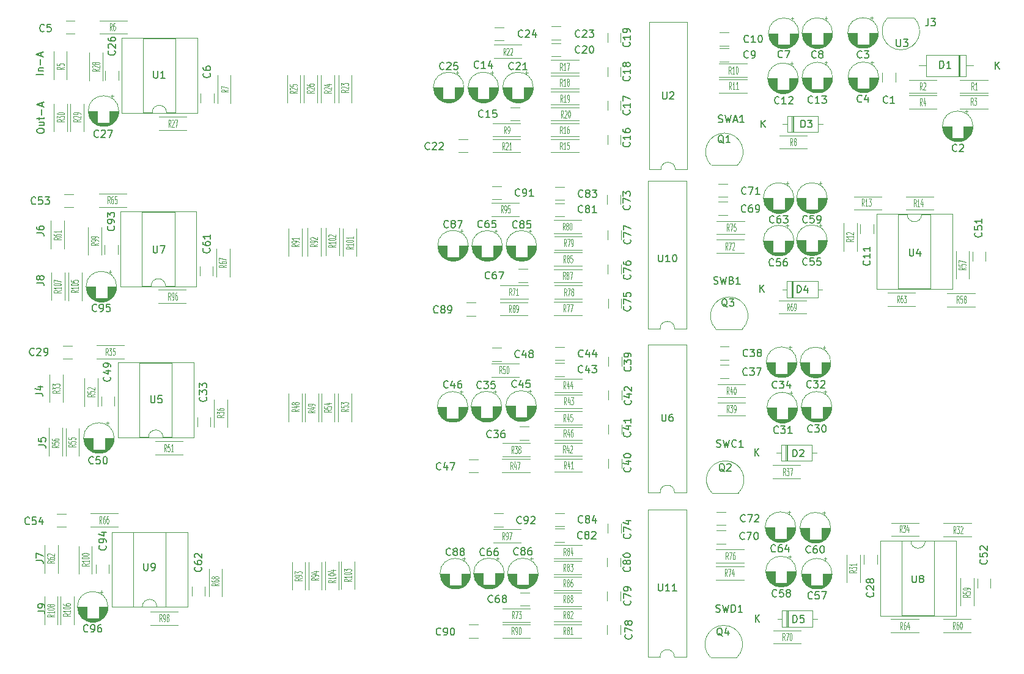
<source format=gbr>
%TF.GenerationSoftware,KiCad,Pcbnew,8.0.1*%
%TF.CreationDate,2024-03-25T17:22:26-07:00*%
%TF.ProjectId,Delay02,44656c61-7930-4322-9e6b-696361645f70,rev?*%
%TF.SameCoordinates,Original*%
%TF.FileFunction,Legend,Top*%
%TF.FilePolarity,Positive*%
%FSLAX46Y46*%
G04 Gerber Fmt 4.6, Leading zero omitted, Abs format (unit mm)*
G04 Created by KiCad (PCBNEW 8.0.1) date 2024-03-25 17:22:26*
%MOMM*%
%LPD*%
G01*
G04 APERTURE LIST*
%ADD10C,0.150000*%
%ADD11C,0.125000*%
%ADD12C,0.120000*%
G04 APERTURE END LIST*
D10*
X94877142Y-116029580D02*
X94829523Y-116077200D01*
X94829523Y-116077200D02*
X94686666Y-116124819D01*
X94686666Y-116124819D02*
X94591428Y-116124819D01*
X94591428Y-116124819D02*
X94448571Y-116077200D01*
X94448571Y-116077200D02*
X94353333Y-115981961D01*
X94353333Y-115981961D02*
X94305714Y-115886723D01*
X94305714Y-115886723D02*
X94258095Y-115696247D01*
X94258095Y-115696247D02*
X94258095Y-115553390D01*
X94258095Y-115553390D02*
X94305714Y-115362914D01*
X94305714Y-115362914D02*
X94353333Y-115267676D01*
X94353333Y-115267676D02*
X94448571Y-115172438D01*
X94448571Y-115172438D02*
X94591428Y-115124819D01*
X94591428Y-115124819D02*
X94686666Y-115124819D01*
X94686666Y-115124819D02*
X94829523Y-115172438D01*
X94829523Y-115172438D02*
X94877142Y-115220057D01*
X95353333Y-116124819D02*
X95543809Y-116124819D01*
X95543809Y-116124819D02*
X95639047Y-116077200D01*
X95639047Y-116077200D02*
X95686666Y-116029580D01*
X95686666Y-116029580D02*
X95781904Y-115886723D01*
X95781904Y-115886723D02*
X95829523Y-115696247D01*
X95829523Y-115696247D02*
X95829523Y-115315295D01*
X95829523Y-115315295D02*
X95781904Y-115220057D01*
X95781904Y-115220057D02*
X95734285Y-115172438D01*
X95734285Y-115172438D02*
X95639047Y-115124819D01*
X95639047Y-115124819D02*
X95448571Y-115124819D01*
X95448571Y-115124819D02*
X95353333Y-115172438D01*
X95353333Y-115172438D02*
X95305714Y-115220057D01*
X95305714Y-115220057D02*
X95258095Y-115315295D01*
X95258095Y-115315295D02*
X95258095Y-115553390D01*
X95258095Y-115553390D02*
X95305714Y-115648628D01*
X95305714Y-115648628D02*
X95353333Y-115696247D01*
X95353333Y-115696247D02*
X95448571Y-115743866D01*
X95448571Y-115743866D02*
X95639047Y-115743866D01*
X95639047Y-115743866D02*
X95734285Y-115696247D01*
X95734285Y-115696247D02*
X95781904Y-115648628D01*
X95781904Y-115648628D02*
X95829523Y-115553390D01*
X96448571Y-115124819D02*
X96543809Y-115124819D01*
X96543809Y-115124819D02*
X96639047Y-115172438D01*
X96639047Y-115172438D02*
X96686666Y-115220057D01*
X96686666Y-115220057D02*
X96734285Y-115315295D01*
X96734285Y-115315295D02*
X96781904Y-115505771D01*
X96781904Y-115505771D02*
X96781904Y-115743866D01*
X96781904Y-115743866D02*
X96734285Y-115934342D01*
X96734285Y-115934342D02*
X96686666Y-116029580D01*
X96686666Y-116029580D02*
X96639047Y-116077200D01*
X96639047Y-116077200D02*
X96543809Y-116124819D01*
X96543809Y-116124819D02*
X96448571Y-116124819D01*
X96448571Y-116124819D02*
X96353333Y-116077200D01*
X96353333Y-116077200D02*
X96305714Y-116029580D01*
X96305714Y-116029580D02*
X96258095Y-115934342D01*
X96258095Y-115934342D02*
X96210476Y-115743866D01*
X96210476Y-115743866D02*
X96210476Y-115505771D01*
X96210476Y-115505771D02*
X96258095Y-115315295D01*
X96258095Y-115315295D02*
X96305714Y-115220057D01*
X96305714Y-115220057D02*
X96353333Y-115172438D01*
X96353333Y-115172438D02*
X96448571Y-115124819D01*
X137387142Y-77419580D02*
X137339523Y-77467200D01*
X137339523Y-77467200D02*
X137196666Y-77514819D01*
X137196666Y-77514819D02*
X137101428Y-77514819D01*
X137101428Y-77514819D02*
X136958571Y-77467200D01*
X136958571Y-77467200D02*
X136863333Y-77371961D01*
X136863333Y-77371961D02*
X136815714Y-77276723D01*
X136815714Y-77276723D02*
X136768095Y-77086247D01*
X136768095Y-77086247D02*
X136768095Y-76943390D01*
X136768095Y-76943390D02*
X136815714Y-76752914D01*
X136815714Y-76752914D02*
X136863333Y-76657676D01*
X136863333Y-76657676D02*
X136958571Y-76562438D01*
X136958571Y-76562438D02*
X137101428Y-76514819D01*
X137101428Y-76514819D02*
X137196666Y-76514819D01*
X137196666Y-76514819D02*
X137339523Y-76562438D01*
X137339523Y-76562438D02*
X137387142Y-76610057D01*
X137720476Y-76514819D02*
X138339523Y-76514819D01*
X138339523Y-76514819D02*
X138006190Y-76895771D01*
X138006190Y-76895771D02*
X138149047Y-76895771D01*
X138149047Y-76895771D02*
X138244285Y-76943390D01*
X138244285Y-76943390D02*
X138291904Y-76991009D01*
X138291904Y-76991009D02*
X138339523Y-77086247D01*
X138339523Y-77086247D02*
X138339523Y-77324342D01*
X138339523Y-77324342D02*
X138291904Y-77419580D01*
X138291904Y-77419580D02*
X138244285Y-77467200D01*
X138244285Y-77467200D02*
X138149047Y-77514819D01*
X138149047Y-77514819D02*
X137863333Y-77514819D01*
X137863333Y-77514819D02*
X137768095Y-77467200D01*
X137768095Y-77467200D02*
X137720476Y-77419580D01*
X138910952Y-76943390D02*
X138815714Y-76895771D01*
X138815714Y-76895771D02*
X138768095Y-76848152D01*
X138768095Y-76848152D02*
X138720476Y-76752914D01*
X138720476Y-76752914D02*
X138720476Y-76705295D01*
X138720476Y-76705295D02*
X138768095Y-76610057D01*
X138768095Y-76610057D02*
X138815714Y-76562438D01*
X138815714Y-76562438D02*
X138910952Y-76514819D01*
X138910952Y-76514819D02*
X139101428Y-76514819D01*
X139101428Y-76514819D02*
X139196666Y-76562438D01*
X139196666Y-76562438D02*
X139244285Y-76610057D01*
X139244285Y-76610057D02*
X139291904Y-76705295D01*
X139291904Y-76705295D02*
X139291904Y-76752914D01*
X139291904Y-76752914D02*
X139244285Y-76848152D01*
X139244285Y-76848152D02*
X139196666Y-76895771D01*
X139196666Y-76895771D02*
X139101428Y-76943390D01*
X139101428Y-76943390D02*
X138910952Y-76943390D01*
X138910952Y-76943390D02*
X138815714Y-76991009D01*
X138815714Y-76991009D02*
X138768095Y-77038628D01*
X138768095Y-77038628D02*
X138720476Y-77133866D01*
X138720476Y-77133866D02*
X138720476Y-77324342D01*
X138720476Y-77324342D02*
X138768095Y-77419580D01*
X138768095Y-77419580D02*
X138815714Y-77467200D01*
X138815714Y-77467200D02*
X138910952Y-77514819D01*
X138910952Y-77514819D02*
X139101428Y-77514819D01*
X139101428Y-77514819D02*
X139196666Y-77467200D01*
X139196666Y-77467200D02*
X139244285Y-77419580D01*
X139244285Y-77419580D02*
X139291904Y-77324342D01*
X139291904Y-77324342D02*
X139291904Y-77133866D01*
X139291904Y-77133866D02*
X139244285Y-77038628D01*
X139244285Y-77038628D02*
X139196666Y-76991009D01*
X139196666Y-76991009D02*
X139101428Y-76943390D01*
X38854819Y-105758333D02*
X39569104Y-105758333D01*
X39569104Y-105758333D02*
X39711961Y-105805952D01*
X39711961Y-105805952D02*
X39807200Y-105901190D01*
X39807200Y-105901190D02*
X39854819Y-106044047D01*
X39854819Y-106044047D02*
X39854819Y-106139285D01*
X38854819Y-105377380D02*
X38854819Y-104710714D01*
X38854819Y-104710714D02*
X39854819Y-105139285D01*
X121289580Y-116027857D02*
X121337200Y-116075476D01*
X121337200Y-116075476D02*
X121384819Y-116218333D01*
X121384819Y-116218333D02*
X121384819Y-116313571D01*
X121384819Y-116313571D02*
X121337200Y-116456428D01*
X121337200Y-116456428D02*
X121241961Y-116551666D01*
X121241961Y-116551666D02*
X121146723Y-116599285D01*
X121146723Y-116599285D02*
X120956247Y-116646904D01*
X120956247Y-116646904D02*
X120813390Y-116646904D01*
X120813390Y-116646904D02*
X120622914Y-116599285D01*
X120622914Y-116599285D02*
X120527676Y-116551666D01*
X120527676Y-116551666D02*
X120432438Y-116456428D01*
X120432438Y-116456428D02*
X120384819Y-116313571D01*
X120384819Y-116313571D02*
X120384819Y-116218333D01*
X120384819Y-116218333D02*
X120432438Y-116075476D01*
X120432438Y-116075476D02*
X120480057Y-116027857D01*
X120384819Y-115694523D02*
X120384819Y-115027857D01*
X120384819Y-115027857D02*
X121384819Y-115456428D01*
X120813390Y-114504047D02*
X120765771Y-114599285D01*
X120765771Y-114599285D02*
X120718152Y-114646904D01*
X120718152Y-114646904D02*
X120622914Y-114694523D01*
X120622914Y-114694523D02*
X120575295Y-114694523D01*
X120575295Y-114694523D02*
X120480057Y-114646904D01*
X120480057Y-114646904D02*
X120432438Y-114599285D01*
X120432438Y-114599285D02*
X120384819Y-114504047D01*
X120384819Y-114504047D02*
X120384819Y-114313571D01*
X120384819Y-114313571D02*
X120432438Y-114218333D01*
X120432438Y-114218333D02*
X120480057Y-114170714D01*
X120480057Y-114170714D02*
X120575295Y-114123095D01*
X120575295Y-114123095D02*
X120622914Y-114123095D01*
X120622914Y-114123095D02*
X120718152Y-114170714D01*
X120718152Y-114170714D02*
X120765771Y-114218333D01*
X120765771Y-114218333D02*
X120813390Y-114313571D01*
X120813390Y-114313571D02*
X120813390Y-114504047D01*
X120813390Y-114504047D02*
X120861009Y-114599285D01*
X120861009Y-114599285D02*
X120908628Y-114646904D01*
X120908628Y-114646904D02*
X121003866Y-114694523D01*
X121003866Y-114694523D02*
X121194342Y-114694523D01*
X121194342Y-114694523D02*
X121289580Y-114646904D01*
X121289580Y-114646904D02*
X121337200Y-114599285D01*
X121337200Y-114599285D02*
X121384819Y-114504047D01*
X121384819Y-114504047D02*
X121384819Y-114313571D01*
X121384819Y-114313571D02*
X121337200Y-114218333D01*
X121337200Y-114218333D02*
X121289580Y-114170714D01*
X121289580Y-114170714D02*
X121194342Y-114123095D01*
X121194342Y-114123095D02*
X121003866Y-114123095D01*
X121003866Y-114123095D02*
X120908628Y-114170714D01*
X120908628Y-114170714D02*
X120861009Y-114218333D01*
X120861009Y-114218333D02*
X120813390Y-114313571D01*
D11*
X168606666Y-42676119D02*
X168440000Y-42199928D01*
X168320952Y-42676119D02*
X168320952Y-41676119D01*
X168320952Y-41676119D02*
X168511428Y-41676119D01*
X168511428Y-41676119D02*
X168559047Y-41723738D01*
X168559047Y-41723738D02*
X168582857Y-41771357D01*
X168582857Y-41771357D02*
X168606666Y-41866595D01*
X168606666Y-41866595D02*
X168606666Y-42009452D01*
X168606666Y-42009452D02*
X168582857Y-42104690D01*
X168582857Y-42104690D02*
X168559047Y-42152309D01*
X168559047Y-42152309D02*
X168511428Y-42199928D01*
X168511428Y-42199928D02*
X168320952Y-42199928D01*
X168773333Y-41676119D02*
X169082857Y-41676119D01*
X169082857Y-41676119D02*
X168916190Y-42057071D01*
X168916190Y-42057071D02*
X168987619Y-42057071D01*
X168987619Y-42057071D02*
X169035238Y-42104690D01*
X169035238Y-42104690D02*
X169059047Y-42152309D01*
X169059047Y-42152309D02*
X169082857Y-42247547D01*
X169082857Y-42247547D02*
X169082857Y-42485642D01*
X169082857Y-42485642D02*
X169059047Y-42580880D01*
X169059047Y-42580880D02*
X169035238Y-42628500D01*
X169035238Y-42628500D02*
X168987619Y-42676119D01*
X168987619Y-42676119D02*
X168844762Y-42676119D01*
X168844762Y-42676119D02*
X168797143Y-42628500D01*
X168797143Y-42628500D02*
X168773333Y-42580880D01*
D10*
X132696667Y-67417200D02*
X132839524Y-67464819D01*
X132839524Y-67464819D02*
X133077619Y-67464819D01*
X133077619Y-67464819D02*
X133172857Y-67417200D01*
X133172857Y-67417200D02*
X133220476Y-67369580D01*
X133220476Y-67369580D02*
X133268095Y-67274342D01*
X133268095Y-67274342D02*
X133268095Y-67179104D01*
X133268095Y-67179104D02*
X133220476Y-67083866D01*
X133220476Y-67083866D02*
X133172857Y-67036247D01*
X133172857Y-67036247D02*
X133077619Y-66988628D01*
X133077619Y-66988628D02*
X132887143Y-66941009D01*
X132887143Y-66941009D02*
X132791905Y-66893390D01*
X132791905Y-66893390D02*
X132744286Y-66845771D01*
X132744286Y-66845771D02*
X132696667Y-66750533D01*
X132696667Y-66750533D02*
X132696667Y-66655295D01*
X132696667Y-66655295D02*
X132744286Y-66560057D01*
X132744286Y-66560057D02*
X132791905Y-66512438D01*
X132791905Y-66512438D02*
X132887143Y-66464819D01*
X132887143Y-66464819D02*
X133125238Y-66464819D01*
X133125238Y-66464819D02*
X133268095Y-66512438D01*
X133601429Y-66464819D02*
X133839524Y-67464819D01*
X133839524Y-67464819D02*
X134030000Y-66750533D01*
X134030000Y-66750533D02*
X134220476Y-67464819D01*
X134220476Y-67464819D02*
X134458572Y-66464819D01*
X135172857Y-66941009D02*
X135315714Y-66988628D01*
X135315714Y-66988628D02*
X135363333Y-67036247D01*
X135363333Y-67036247D02*
X135410952Y-67131485D01*
X135410952Y-67131485D02*
X135410952Y-67274342D01*
X135410952Y-67274342D02*
X135363333Y-67369580D01*
X135363333Y-67369580D02*
X135315714Y-67417200D01*
X135315714Y-67417200D02*
X135220476Y-67464819D01*
X135220476Y-67464819D02*
X134839524Y-67464819D01*
X134839524Y-67464819D02*
X134839524Y-66464819D01*
X134839524Y-66464819D02*
X135172857Y-66464819D01*
X135172857Y-66464819D02*
X135268095Y-66512438D01*
X135268095Y-66512438D02*
X135315714Y-66560057D01*
X135315714Y-66560057D02*
X135363333Y-66655295D01*
X135363333Y-66655295D02*
X135363333Y-66750533D01*
X135363333Y-66750533D02*
X135315714Y-66845771D01*
X135315714Y-66845771D02*
X135268095Y-66893390D01*
X135268095Y-66893390D02*
X135172857Y-66941009D01*
X135172857Y-66941009D02*
X134839524Y-66941009D01*
X136363333Y-67464819D02*
X135791905Y-67464819D01*
X136077619Y-67464819D02*
X136077619Y-66464819D01*
X136077619Y-66464819D02*
X135982381Y-66607676D01*
X135982381Y-66607676D02*
X135887143Y-66702914D01*
X135887143Y-66702914D02*
X135791905Y-66750533D01*
X95337142Y-37669580D02*
X95289523Y-37717200D01*
X95289523Y-37717200D02*
X95146666Y-37764819D01*
X95146666Y-37764819D02*
X95051428Y-37764819D01*
X95051428Y-37764819D02*
X94908571Y-37717200D01*
X94908571Y-37717200D02*
X94813333Y-37621961D01*
X94813333Y-37621961D02*
X94765714Y-37526723D01*
X94765714Y-37526723D02*
X94718095Y-37336247D01*
X94718095Y-37336247D02*
X94718095Y-37193390D01*
X94718095Y-37193390D02*
X94765714Y-37002914D01*
X94765714Y-37002914D02*
X94813333Y-36907676D01*
X94813333Y-36907676D02*
X94908571Y-36812438D01*
X94908571Y-36812438D02*
X95051428Y-36764819D01*
X95051428Y-36764819D02*
X95146666Y-36764819D01*
X95146666Y-36764819D02*
X95289523Y-36812438D01*
X95289523Y-36812438D02*
X95337142Y-36860057D01*
X95718095Y-36860057D02*
X95765714Y-36812438D01*
X95765714Y-36812438D02*
X95860952Y-36764819D01*
X95860952Y-36764819D02*
X96099047Y-36764819D01*
X96099047Y-36764819D02*
X96194285Y-36812438D01*
X96194285Y-36812438D02*
X96241904Y-36860057D01*
X96241904Y-36860057D02*
X96289523Y-36955295D01*
X96289523Y-36955295D02*
X96289523Y-37050533D01*
X96289523Y-37050533D02*
X96241904Y-37193390D01*
X96241904Y-37193390D02*
X95670476Y-37764819D01*
X95670476Y-37764819D02*
X96289523Y-37764819D01*
X97194285Y-36764819D02*
X96718095Y-36764819D01*
X96718095Y-36764819D02*
X96670476Y-37241009D01*
X96670476Y-37241009D02*
X96718095Y-37193390D01*
X96718095Y-37193390D02*
X96813333Y-37145771D01*
X96813333Y-37145771D02*
X97051428Y-37145771D01*
X97051428Y-37145771D02*
X97146666Y-37193390D01*
X97146666Y-37193390D02*
X97194285Y-37241009D01*
X97194285Y-37241009D02*
X97241904Y-37336247D01*
X97241904Y-37336247D02*
X97241904Y-37574342D01*
X97241904Y-37574342D02*
X97194285Y-37669580D01*
X97194285Y-37669580D02*
X97146666Y-37717200D01*
X97146666Y-37717200D02*
X97051428Y-37764819D01*
X97051428Y-37764819D02*
X96813333Y-37764819D01*
X96813333Y-37764819D02*
X96718095Y-37717200D01*
X96718095Y-37717200D02*
X96670476Y-37669580D01*
X125041905Y-63389819D02*
X125041905Y-64199342D01*
X125041905Y-64199342D02*
X125089524Y-64294580D01*
X125089524Y-64294580D02*
X125137143Y-64342200D01*
X125137143Y-64342200D02*
X125232381Y-64389819D01*
X125232381Y-64389819D02*
X125422857Y-64389819D01*
X125422857Y-64389819D02*
X125518095Y-64342200D01*
X125518095Y-64342200D02*
X125565714Y-64294580D01*
X125565714Y-64294580D02*
X125613333Y-64199342D01*
X125613333Y-64199342D02*
X125613333Y-63389819D01*
X126613333Y-64389819D02*
X126041905Y-64389819D01*
X126327619Y-64389819D02*
X126327619Y-63389819D01*
X126327619Y-63389819D02*
X126232381Y-63532676D01*
X126232381Y-63532676D02*
X126137143Y-63627914D01*
X126137143Y-63627914D02*
X126041905Y-63675533D01*
X127232381Y-63389819D02*
X127327619Y-63389819D01*
X127327619Y-63389819D02*
X127422857Y-63437438D01*
X127422857Y-63437438D02*
X127470476Y-63485057D01*
X127470476Y-63485057D02*
X127518095Y-63580295D01*
X127518095Y-63580295D02*
X127565714Y-63770771D01*
X127565714Y-63770771D02*
X127565714Y-64008866D01*
X127565714Y-64008866D02*
X127518095Y-64199342D01*
X127518095Y-64199342D02*
X127470476Y-64294580D01*
X127470476Y-64294580D02*
X127422857Y-64342200D01*
X127422857Y-64342200D02*
X127327619Y-64389819D01*
X127327619Y-64389819D02*
X127232381Y-64389819D01*
X127232381Y-64389819D02*
X127137143Y-64342200D01*
X127137143Y-64342200D02*
X127089524Y-64294580D01*
X127089524Y-64294580D02*
X127041905Y-64199342D01*
X127041905Y-64199342D02*
X126994286Y-64008866D01*
X126994286Y-64008866D02*
X126994286Y-63770771D01*
X126994286Y-63770771D02*
X127041905Y-63580295D01*
X127041905Y-63580295D02*
X127089524Y-63485057D01*
X127089524Y-63485057D02*
X127137143Y-63437438D01*
X127137143Y-63437438D02*
X127232381Y-63389819D01*
X141237142Y-104494580D02*
X141189523Y-104542200D01*
X141189523Y-104542200D02*
X141046666Y-104589819D01*
X141046666Y-104589819D02*
X140951428Y-104589819D01*
X140951428Y-104589819D02*
X140808571Y-104542200D01*
X140808571Y-104542200D02*
X140713333Y-104446961D01*
X140713333Y-104446961D02*
X140665714Y-104351723D01*
X140665714Y-104351723D02*
X140618095Y-104161247D01*
X140618095Y-104161247D02*
X140618095Y-104018390D01*
X140618095Y-104018390D02*
X140665714Y-103827914D01*
X140665714Y-103827914D02*
X140713333Y-103732676D01*
X140713333Y-103732676D02*
X140808571Y-103637438D01*
X140808571Y-103637438D02*
X140951428Y-103589819D01*
X140951428Y-103589819D02*
X141046666Y-103589819D01*
X141046666Y-103589819D02*
X141189523Y-103637438D01*
X141189523Y-103637438D02*
X141237142Y-103685057D01*
X142094285Y-103589819D02*
X141903809Y-103589819D01*
X141903809Y-103589819D02*
X141808571Y-103637438D01*
X141808571Y-103637438D02*
X141760952Y-103685057D01*
X141760952Y-103685057D02*
X141665714Y-103827914D01*
X141665714Y-103827914D02*
X141618095Y-104018390D01*
X141618095Y-104018390D02*
X141618095Y-104399342D01*
X141618095Y-104399342D02*
X141665714Y-104494580D01*
X141665714Y-104494580D02*
X141713333Y-104542200D01*
X141713333Y-104542200D02*
X141808571Y-104589819D01*
X141808571Y-104589819D02*
X141999047Y-104589819D01*
X141999047Y-104589819D02*
X142094285Y-104542200D01*
X142094285Y-104542200D02*
X142141904Y-104494580D01*
X142141904Y-104494580D02*
X142189523Y-104399342D01*
X142189523Y-104399342D02*
X142189523Y-104161247D01*
X142189523Y-104161247D02*
X142141904Y-104066009D01*
X142141904Y-104066009D02*
X142094285Y-104018390D01*
X142094285Y-104018390D02*
X141999047Y-103970771D01*
X141999047Y-103970771D02*
X141808571Y-103970771D01*
X141808571Y-103970771D02*
X141713333Y-104018390D01*
X141713333Y-104018390D02*
X141665714Y-104066009D01*
X141665714Y-104066009D02*
X141618095Y-104161247D01*
X143046666Y-103923152D02*
X143046666Y-104589819D01*
X142808571Y-103542200D02*
X142570476Y-104256485D01*
X142570476Y-104256485D02*
X143189523Y-104256485D01*
X39054819Y-112768333D02*
X39769104Y-112768333D01*
X39769104Y-112768333D02*
X39911961Y-112815952D01*
X39911961Y-112815952D02*
X40007200Y-112911190D01*
X40007200Y-112911190D02*
X40054819Y-113054047D01*
X40054819Y-113054047D02*
X40054819Y-113149285D01*
X40054819Y-112244523D02*
X40054819Y-112054047D01*
X40054819Y-112054047D02*
X40007200Y-111958809D01*
X40007200Y-111958809D02*
X39959580Y-111911190D01*
X39959580Y-111911190D02*
X39816723Y-111815952D01*
X39816723Y-111815952D02*
X39626247Y-111768333D01*
X39626247Y-111768333D02*
X39245295Y-111768333D01*
X39245295Y-111768333D02*
X39150057Y-111815952D01*
X39150057Y-111815952D02*
X39102438Y-111863571D01*
X39102438Y-111863571D02*
X39054819Y-111958809D01*
X39054819Y-111958809D02*
X39054819Y-112149285D01*
X39054819Y-112149285D02*
X39102438Y-112244523D01*
X39102438Y-112244523D02*
X39150057Y-112292142D01*
X39150057Y-112292142D02*
X39245295Y-112339761D01*
X39245295Y-112339761D02*
X39483390Y-112339761D01*
X39483390Y-112339761D02*
X39578628Y-112292142D01*
X39578628Y-112292142D02*
X39626247Y-112244523D01*
X39626247Y-112244523D02*
X39673866Y-112149285D01*
X39673866Y-112149285D02*
X39673866Y-111958809D01*
X39673866Y-111958809D02*
X39626247Y-111863571D01*
X39626247Y-111863571D02*
X39578628Y-111815952D01*
X39578628Y-111815952D02*
X39483390Y-111768333D01*
X100924741Y-104989580D02*
X100877122Y-105037200D01*
X100877122Y-105037200D02*
X100734265Y-105084819D01*
X100734265Y-105084819D02*
X100639027Y-105084819D01*
X100639027Y-105084819D02*
X100496170Y-105037200D01*
X100496170Y-105037200D02*
X100400932Y-104941961D01*
X100400932Y-104941961D02*
X100353313Y-104846723D01*
X100353313Y-104846723D02*
X100305694Y-104656247D01*
X100305694Y-104656247D02*
X100305694Y-104513390D01*
X100305694Y-104513390D02*
X100353313Y-104322914D01*
X100353313Y-104322914D02*
X100400932Y-104227676D01*
X100400932Y-104227676D02*
X100496170Y-104132438D01*
X100496170Y-104132438D02*
X100639027Y-104084819D01*
X100639027Y-104084819D02*
X100734265Y-104084819D01*
X100734265Y-104084819D02*
X100877122Y-104132438D01*
X100877122Y-104132438D02*
X100924741Y-104180057D01*
X101781884Y-104084819D02*
X101591408Y-104084819D01*
X101591408Y-104084819D02*
X101496170Y-104132438D01*
X101496170Y-104132438D02*
X101448551Y-104180057D01*
X101448551Y-104180057D02*
X101353313Y-104322914D01*
X101353313Y-104322914D02*
X101305694Y-104513390D01*
X101305694Y-104513390D02*
X101305694Y-104894342D01*
X101305694Y-104894342D02*
X101353313Y-104989580D01*
X101353313Y-104989580D02*
X101400932Y-105037200D01*
X101400932Y-105037200D02*
X101496170Y-105084819D01*
X101496170Y-105084819D02*
X101686646Y-105084819D01*
X101686646Y-105084819D02*
X101781884Y-105037200D01*
X101781884Y-105037200D02*
X101829503Y-104989580D01*
X101829503Y-104989580D02*
X101877122Y-104894342D01*
X101877122Y-104894342D02*
X101877122Y-104656247D01*
X101877122Y-104656247D02*
X101829503Y-104561009D01*
X101829503Y-104561009D02*
X101781884Y-104513390D01*
X101781884Y-104513390D02*
X101686646Y-104465771D01*
X101686646Y-104465771D02*
X101496170Y-104465771D01*
X101496170Y-104465771D02*
X101400932Y-104513390D01*
X101400932Y-104513390D02*
X101353313Y-104561009D01*
X101353313Y-104561009D02*
X101305694Y-104656247D01*
X102734265Y-104084819D02*
X102543789Y-104084819D01*
X102543789Y-104084819D02*
X102448551Y-104132438D01*
X102448551Y-104132438D02*
X102400932Y-104180057D01*
X102400932Y-104180057D02*
X102305694Y-104322914D01*
X102305694Y-104322914D02*
X102258075Y-104513390D01*
X102258075Y-104513390D02*
X102258075Y-104894342D01*
X102258075Y-104894342D02*
X102305694Y-104989580D01*
X102305694Y-104989580D02*
X102353313Y-105037200D01*
X102353313Y-105037200D02*
X102448551Y-105084819D01*
X102448551Y-105084819D02*
X102639027Y-105084819D01*
X102639027Y-105084819D02*
X102734265Y-105037200D01*
X102734265Y-105037200D02*
X102781884Y-104989580D01*
X102781884Y-104989580D02*
X102829503Y-104894342D01*
X102829503Y-104894342D02*
X102829503Y-104656247D01*
X102829503Y-104656247D02*
X102781884Y-104561009D01*
X102781884Y-104561009D02*
X102734265Y-104513390D01*
X102734265Y-104513390D02*
X102639027Y-104465771D01*
X102639027Y-104465771D02*
X102448551Y-104465771D01*
X102448551Y-104465771D02*
X102353313Y-104513390D01*
X102353313Y-104513390D02*
X102305694Y-104561009D01*
X102305694Y-104561009D02*
X102258075Y-104656247D01*
D11*
X105042178Y-113806119D02*
X104875512Y-113329928D01*
X104756464Y-113806119D02*
X104756464Y-112806119D01*
X104756464Y-112806119D02*
X104946940Y-112806119D01*
X104946940Y-112806119D02*
X104994559Y-112853738D01*
X104994559Y-112853738D02*
X105018369Y-112901357D01*
X105018369Y-112901357D02*
X105042178Y-112996595D01*
X105042178Y-112996595D02*
X105042178Y-113139452D01*
X105042178Y-113139452D02*
X105018369Y-113234690D01*
X105018369Y-113234690D02*
X104994559Y-113282309D01*
X104994559Y-113282309D02*
X104946940Y-113329928D01*
X104946940Y-113329928D02*
X104756464Y-113329928D01*
X105208845Y-112806119D02*
X105542178Y-112806119D01*
X105542178Y-112806119D02*
X105327893Y-113806119D01*
X105685035Y-112806119D02*
X105994559Y-112806119D01*
X105994559Y-112806119D02*
X105827892Y-113187071D01*
X105827892Y-113187071D02*
X105899321Y-113187071D01*
X105899321Y-113187071D02*
X105946940Y-113234690D01*
X105946940Y-113234690D02*
X105970749Y-113282309D01*
X105970749Y-113282309D02*
X105994559Y-113377547D01*
X105994559Y-113377547D02*
X105994559Y-113615642D01*
X105994559Y-113615642D02*
X105970749Y-113710880D01*
X105970749Y-113710880D02*
X105946940Y-113758500D01*
X105946940Y-113758500D02*
X105899321Y-113806119D01*
X105899321Y-113806119D02*
X105756464Y-113806119D01*
X105756464Y-113806119D02*
X105708845Y-113758500D01*
X105708845Y-113758500D02*
X105685035Y-113710880D01*
X142533571Y-116841119D02*
X142366905Y-116364928D01*
X142247857Y-116841119D02*
X142247857Y-115841119D01*
X142247857Y-115841119D02*
X142438333Y-115841119D01*
X142438333Y-115841119D02*
X142485952Y-115888738D01*
X142485952Y-115888738D02*
X142509762Y-115936357D01*
X142509762Y-115936357D02*
X142533571Y-116031595D01*
X142533571Y-116031595D02*
X142533571Y-116174452D01*
X142533571Y-116174452D02*
X142509762Y-116269690D01*
X142509762Y-116269690D02*
X142485952Y-116317309D01*
X142485952Y-116317309D02*
X142438333Y-116364928D01*
X142438333Y-116364928D02*
X142247857Y-116364928D01*
X142700238Y-115841119D02*
X143033571Y-115841119D01*
X143033571Y-115841119D02*
X142819286Y-116841119D01*
X143319285Y-115841119D02*
X143366904Y-115841119D01*
X143366904Y-115841119D02*
X143414523Y-115888738D01*
X143414523Y-115888738D02*
X143438333Y-115936357D01*
X143438333Y-115936357D02*
X143462142Y-116031595D01*
X143462142Y-116031595D02*
X143485952Y-116222071D01*
X143485952Y-116222071D02*
X143485952Y-116460166D01*
X143485952Y-116460166D02*
X143462142Y-116650642D01*
X143462142Y-116650642D02*
X143438333Y-116745880D01*
X143438333Y-116745880D02*
X143414523Y-116793500D01*
X143414523Y-116793500D02*
X143366904Y-116841119D01*
X143366904Y-116841119D02*
X143319285Y-116841119D01*
X143319285Y-116841119D02*
X143271666Y-116793500D01*
X143271666Y-116793500D02*
X143247857Y-116745880D01*
X143247857Y-116745880D02*
X143224047Y-116650642D01*
X143224047Y-116650642D02*
X143200238Y-116460166D01*
X143200238Y-116460166D02*
X143200238Y-116222071D01*
X143200238Y-116222071D02*
X143224047Y-116031595D01*
X143224047Y-116031595D02*
X143247857Y-115936357D01*
X143247857Y-115936357D02*
X143271666Y-115888738D01*
X143271666Y-115888738D02*
X143319285Y-115841119D01*
D10*
X154764580Y-110202857D02*
X154812200Y-110250476D01*
X154812200Y-110250476D02*
X154859819Y-110393333D01*
X154859819Y-110393333D02*
X154859819Y-110488571D01*
X154859819Y-110488571D02*
X154812200Y-110631428D01*
X154812200Y-110631428D02*
X154716961Y-110726666D01*
X154716961Y-110726666D02*
X154621723Y-110774285D01*
X154621723Y-110774285D02*
X154431247Y-110821904D01*
X154431247Y-110821904D02*
X154288390Y-110821904D01*
X154288390Y-110821904D02*
X154097914Y-110774285D01*
X154097914Y-110774285D02*
X154002676Y-110726666D01*
X154002676Y-110726666D02*
X153907438Y-110631428D01*
X153907438Y-110631428D02*
X153859819Y-110488571D01*
X153859819Y-110488571D02*
X153859819Y-110393333D01*
X153859819Y-110393333D02*
X153907438Y-110250476D01*
X153907438Y-110250476D02*
X153955057Y-110202857D01*
X153955057Y-109821904D02*
X153907438Y-109774285D01*
X153907438Y-109774285D02*
X153859819Y-109679047D01*
X153859819Y-109679047D02*
X153859819Y-109440952D01*
X153859819Y-109440952D02*
X153907438Y-109345714D01*
X153907438Y-109345714D02*
X153955057Y-109298095D01*
X153955057Y-109298095D02*
X154050295Y-109250476D01*
X154050295Y-109250476D02*
X154145533Y-109250476D01*
X154145533Y-109250476D02*
X154288390Y-109298095D01*
X154288390Y-109298095D02*
X154859819Y-109869523D01*
X154859819Y-109869523D02*
X154859819Y-109250476D01*
X154288390Y-108679047D02*
X154240771Y-108774285D01*
X154240771Y-108774285D02*
X154193152Y-108821904D01*
X154193152Y-108821904D02*
X154097914Y-108869523D01*
X154097914Y-108869523D02*
X154050295Y-108869523D01*
X154050295Y-108869523D02*
X153955057Y-108821904D01*
X153955057Y-108821904D02*
X153907438Y-108774285D01*
X153907438Y-108774285D02*
X153859819Y-108679047D01*
X153859819Y-108679047D02*
X153859819Y-108488571D01*
X153859819Y-108488571D02*
X153907438Y-108393333D01*
X153907438Y-108393333D02*
X153955057Y-108345714D01*
X153955057Y-108345714D02*
X154050295Y-108298095D01*
X154050295Y-108298095D02*
X154097914Y-108298095D01*
X154097914Y-108298095D02*
X154193152Y-108345714D01*
X154193152Y-108345714D02*
X154240771Y-108393333D01*
X154240771Y-108393333D02*
X154288390Y-108488571D01*
X154288390Y-108488571D02*
X154288390Y-108679047D01*
X154288390Y-108679047D02*
X154336009Y-108774285D01*
X154336009Y-108774285D02*
X154383628Y-108821904D01*
X154383628Y-108821904D02*
X154478866Y-108869523D01*
X154478866Y-108869523D02*
X154669342Y-108869523D01*
X154669342Y-108869523D02*
X154764580Y-108821904D01*
X154764580Y-108821904D02*
X154812200Y-108774285D01*
X154812200Y-108774285D02*
X154859819Y-108679047D01*
X154859819Y-108679047D02*
X154859819Y-108488571D01*
X154859819Y-108488571D02*
X154812200Y-108393333D01*
X154812200Y-108393333D02*
X154764580Y-108345714D01*
X154764580Y-108345714D02*
X154669342Y-108298095D01*
X154669342Y-108298095D02*
X154478866Y-108298095D01*
X154478866Y-108298095D02*
X154383628Y-108345714D01*
X154383628Y-108345714D02*
X154336009Y-108393333D01*
X154336009Y-108393333D02*
X154288390Y-108488571D01*
X105352142Y-81696980D02*
X105304523Y-81744600D01*
X105304523Y-81744600D02*
X105161666Y-81792219D01*
X105161666Y-81792219D02*
X105066428Y-81792219D01*
X105066428Y-81792219D02*
X104923571Y-81744600D01*
X104923571Y-81744600D02*
X104828333Y-81649361D01*
X104828333Y-81649361D02*
X104780714Y-81554123D01*
X104780714Y-81554123D02*
X104733095Y-81363647D01*
X104733095Y-81363647D02*
X104733095Y-81220790D01*
X104733095Y-81220790D02*
X104780714Y-81030314D01*
X104780714Y-81030314D02*
X104828333Y-80935076D01*
X104828333Y-80935076D02*
X104923571Y-80839838D01*
X104923571Y-80839838D02*
X105066428Y-80792219D01*
X105066428Y-80792219D02*
X105161666Y-80792219D01*
X105161666Y-80792219D02*
X105304523Y-80839838D01*
X105304523Y-80839838D02*
X105352142Y-80887457D01*
X106209285Y-81125552D02*
X106209285Y-81792219D01*
X105971190Y-80744600D02*
X105733095Y-81458885D01*
X105733095Y-81458885D02*
X106352142Y-81458885D01*
X107209285Y-80792219D02*
X106733095Y-80792219D01*
X106733095Y-80792219D02*
X106685476Y-81268409D01*
X106685476Y-81268409D02*
X106733095Y-81220790D01*
X106733095Y-81220790D02*
X106828333Y-81173171D01*
X106828333Y-81173171D02*
X107066428Y-81173171D01*
X107066428Y-81173171D02*
X107161666Y-81220790D01*
X107161666Y-81220790D02*
X107209285Y-81268409D01*
X107209285Y-81268409D02*
X107256904Y-81363647D01*
X107256904Y-81363647D02*
X107256904Y-81601742D01*
X107256904Y-81601742D02*
X107209285Y-81696980D01*
X107209285Y-81696980D02*
X107161666Y-81744600D01*
X107161666Y-81744600D02*
X107066428Y-81792219D01*
X107066428Y-81792219D02*
X106828333Y-81792219D01*
X106828333Y-81792219D02*
X106733095Y-81744600D01*
X106733095Y-81744600D02*
X106685476Y-81696980D01*
X47212142Y-71169580D02*
X47164523Y-71217200D01*
X47164523Y-71217200D02*
X47021666Y-71264819D01*
X47021666Y-71264819D02*
X46926428Y-71264819D01*
X46926428Y-71264819D02*
X46783571Y-71217200D01*
X46783571Y-71217200D02*
X46688333Y-71121961D01*
X46688333Y-71121961D02*
X46640714Y-71026723D01*
X46640714Y-71026723D02*
X46593095Y-70836247D01*
X46593095Y-70836247D02*
X46593095Y-70693390D01*
X46593095Y-70693390D02*
X46640714Y-70502914D01*
X46640714Y-70502914D02*
X46688333Y-70407676D01*
X46688333Y-70407676D02*
X46783571Y-70312438D01*
X46783571Y-70312438D02*
X46926428Y-70264819D01*
X46926428Y-70264819D02*
X47021666Y-70264819D01*
X47021666Y-70264819D02*
X47164523Y-70312438D01*
X47164523Y-70312438D02*
X47212142Y-70360057D01*
X47688333Y-71264819D02*
X47878809Y-71264819D01*
X47878809Y-71264819D02*
X47974047Y-71217200D01*
X47974047Y-71217200D02*
X48021666Y-71169580D01*
X48021666Y-71169580D02*
X48116904Y-71026723D01*
X48116904Y-71026723D02*
X48164523Y-70836247D01*
X48164523Y-70836247D02*
X48164523Y-70455295D01*
X48164523Y-70455295D02*
X48116904Y-70360057D01*
X48116904Y-70360057D02*
X48069285Y-70312438D01*
X48069285Y-70312438D02*
X47974047Y-70264819D01*
X47974047Y-70264819D02*
X47783571Y-70264819D01*
X47783571Y-70264819D02*
X47688333Y-70312438D01*
X47688333Y-70312438D02*
X47640714Y-70360057D01*
X47640714Y-70360057D02*
X47593095Y-70455295D01*
X47593095Y-70455295D02*
X47593095Y-70693390D01*
X47593095Y-70693390D02*
X47640714Y-70788628D01*
X47640714Y-70788628D02*
X47688333Y-70836247D01*
X47688333Y-70836247D02*
X47783571Y-70883866D01*
X47783571Y-70883866D02*
X47974047Y-70883866D01*
X47974047Y-70883866D02*
X48069285Y-70836247D01*
X48069285Y-70836247D02*
X48116904Y-70788628D01*
X48116904Y-70788628D02*
X48164523Y-70693390D01*
X49069285Y-70264819D02*
X48593095Y-70264819D01*
X48593095Y-70264819D02*
X48545476Y-70741009D01*
X48545476Y-70741009D02*
X48593095Y-70693390D01*
X48593095Y-70693390D02*
X48688333Y-70645771D01*
X48688333Y-70645771D02*
X48926428Y-70645771D01*
X48926428Y-70645771D02*
X49021666Y-70693390D01*
X49021666Y-70693390D02*
X49069285Y-70741009D01*
X49069285Y-70741009D02*
X49116904Y-70836247D01*
X49116904Y-70836247D02*
X49116904Y-71074342D01*
X49116904Y-71074342D02*
X49069285Y-71169580D01*
X49069285Y-71169580D02*
X49021666Y-71217200D01*
X49021666Y-71217200D02*
X48926428Y-71264819D01*
X48926428Y-71264819D02*
X48688333Y-71264819D01*
X48688333Y-71264819D02*
X48593095Y-71217200D01*
X48593095Y-71217200D02*
X48545476Y-71169580D01*
D11*
X158733571Y-101891119D02*
X158566905Y-101414928D01*
X158447857Y-101891119D02*
X158447857Y-100891119D01*
X158447857Y-100891119D02*
X158638333Y-100891119D01*
X158638333Y-100891119D02*
X158685952Y-100938738D01*
X158685952Y-100938738D02*
X158709762Y-100986357D01*
X158709762Y-100986357D02*
X158733571Y-101081595D01*
X158733571Y-101081595D02*
X158733571Y-101224452D01*
X158733571Y-101224452D02*
X158709762Y-101319690D01*
X158709762Y-101319690D02*
X158685952Y-101367309D01*
X158685952Y-101367309D02*
X158638333Y-101414928D01*
X158638333Y-101414928D02*
X158447857Y-101414928D01*
X158900238Y-100891119D02*
X159209762Y-100891119D01*
X159209762Y-100891119D02*
X159043095Y-101272071D01*
X159043095Y-101272071D02*
X159114524Y-101272071D01*
X159114524Y-101272071D02*
X159162143Y-101319690D01*
X159162143Y-101319690D02*
X159185952Y-101367309D01*
X159185952Y-101367309D02*
X159209762Y-101462547D01*
X159209762Y-101462547D02*
X159209762Y-101700642D01*
X159209762Y-101700642D02*
X159185952Y-101795880D01*
X159185952Y-101795880D02*
X159162143Y-101843500D01*
X159162143Y-101843500D02*
X159114524Y-101891119D01*
X159114524Y-101891119D02*
X158971667Y-101891119D01*
X158971667Y-101891119D02*
X158924048Y-101843500D01*
X158924048Y-101843500D02*
X158900238Y-101795880D01*
X159638333Y-101224452D02*
X159638333Y-101891119D01*
X159519285Y-100843500D02*
X159400238Y-101557785D01*
X159400238Y-101557785D02*
X159709761Y-101557785D01*
X134808571Y-60116119D02*
X134641905Y-59639928D01*
X134522857Y-60116119D02*
X134522857Y-59116119D01*
X134522857Y-59116119D02*
X134713333Y-59116119D01*
X134713333Y-59116119D02*
X134760952Y-59163738D01*
X134760952Y-59163738D02*
X134784762Y-59211357D01*
X134784762Y-59211357D02*
X134808571Y-59306595D01*
X134808571Y-59306595D02*
X134808571Y-59449452D01*
X134808571Y-59449452D02*
X134784762Y-59544690D01*
X134784762Y-59544690D02*
X134760952Y-59592309D01*
X134760952Y-59592309D02*
X134713333Y-59639928D01*
X134713333Y-59639928D02*
X134522857Y-59639928D01*
X134975238Y-59116119D02*
X135308571Y-59116119D01*
X135308571Y-59116119D02*
X135094286Y-60116119D01*
X135737142Y-59116119D02*
X135499047Y-59116119D01*
X135499047Y-59116119D02*
X135475238Y-59592309D01*
X135475238Y-59592309D02*
X135499047Y-59544690D01*
X135499047Y-59544690D02*
X135546666Y-59497071D01*
X135546666Y-59497071D02*
X135665714Y-59497071D01*
X135665714Y-59497071D02*
X135713333Y-59544690D01*
X135713333Y-59544690D02*
X135737142Y-59592309D01*
X135737142Y-59592309D02*
X135760952Y-59687547D01*
X135760952Y-59687547D02*
X135760952Y-59925642D01*
X135760952Y-59925642D02*
X135737142Y-60020880D01*
X135737142Y-60020880D02*
X135713333Y-60068500D01*
X135713333Y-60068500D02*
X135665714Y-60116119D01*
X135665714Y-60116119D02*
X135546666Y-60116119D01*
X135546666Y-60116119D02*
X135499047Y-60068500D01*
X135499047Y-60068500D02*
X135475238Y-60020880D01*
X103946666Y-46616119D02*
X103780000Y-46139928D01*
X103660952Y-46616119D02*
X103660952Y-45616119D01*
X103660952Y-45616119D02*
X103851428Y-45616119D01*
X103851428Y-45616119D02*
X103899047Y-45663738D01*
X103899047Y-45663738D02*
X103922857Y-45711357D01*
X103922857Y-45711357D02*
X103946666Y-45806595D01*
X103946666Y-45806595D02*
X103946666Y-45949452D01*
X103946666Y-45949452D02*
X103922857Y-46044690D01*
X103922857Y-46044690D02*
X103899047Y-46092309D01*
X103899047Y-46092309D02*
X103851428Y-46139928D01*
X103851428Y-46139928D02*
X103660952Y-46139928D01*
X104184762Y-46616119D02*
X104280000Y-46616119D01*
X104280000Y-46616119D02*
X104327619Y-46568500D01*
X104327619Y-46568500D02*
X104351428Y-46520880D01*
X104351428Y-46520880D02*
X104399047Y-46378023D01*
X104399047Y-46378023D02*
X104422857Y-46187547D01*
X104422857Y-46187547D02*
X104422857Y-45806595D01*
X104422857Y-45806595D02*
X104399047Y-45711357D01*
X104399047Y-45711357D02*
X104375238Y-45663738D01*
X104375238Y-45663738D02*
X104327619Y-45616119D01*
X104327619Y-45616119D02*
X104232381Y-45616119D01*
X104232381Y-45616119D02*
X104184762Y-45663738D01*
X104184762Y-45663738D02*
X104160952Y-45711357D01*
X104160952Y-45711357D02*
X104137143Y-45806595D01*
X104137143Y-45806595D02*
X104137143Y-46044690D01*
X104137143Y-46044690D02*
X104160952Y-46139928D01*
X104160952Y-46139928D02*
X104184762Y-46187547D01*
X104184762Y-46187547D02*
X104232381Y-46235166D01*
X104232381Y-46235166D02*
X104327619Y-46235166D01*
X104327619Y-46235166D02*
X104375238Y-46187547D01*
X104375238Y-46187547D02*
X104399047Y-46139928D01*
X104399047Y-46139928D02*
X104422857Y-46044690D01*
X112283571Y-84186119D02*
X112116905Y-83709928D01*
X111997857Y-84186119D02*
X111997857Y-83186119D01*
X111997857Y-83186119D02*
X112188333Y-83186119D01*
X112188333Y-83186119D02*
X112235952Y-83233738D01*
X112235952Y-83233738D02*
X112259762Y-83281357D01*
X112259762Y-83281357D02*
X112283571Y-83376595D01*
X112283571Y-83376595D02*
X112283571Y-83519452D01*
X112283571Y-83519452D02*
X112259762Y-83614690D01*
X112259762Y-83614690D02*
X112235952Y-83662309D01*
X112235952Y-83662309D02*
X112188333Y-83709928D01*
X112188333Y-83709928D02*
X111997857Y-83709928D01*
X112712143Y-83519452D02*
X112712143Y-84186119D01*
X112593095Y-83138500D02*
X112474048Y-83852785D01*
X112474048Y-83852785D02*
X112783571Y-83852785D01*
X112926428Y-83186119D02*
X113235952Y-83186119D01*
X113235952Y-83186119D02*
X113069285Y-83567071D01*
X113069285Y-83567071D02*
X113140714Y-83567071D01*
X113140714Y-83567071D02*
X113188333Y-83614690D01*
X113188333Y-83614690D02*
X113212142Y-83662309D01*
X113212142Y-83662309D02*
X113235952Y-83757547D01*
X113235952Y-83757547D02*
X113235952Y-83995642D01*
X113235952Y-83995642D02*
X113212142Y-84090880D01*
X113212142Y-84090880D02*
X113188333Y-84138500D01*
X113188333Y-84138500D02*
X113140714Y-84186119D01*
X113140714Y-84186119D02*
X112997857Y-84186119D01*
X112997857Y-84186119D02*
X112950238Y-84138500D01*
X112950238Y-84138500D02*
X112926428Y-84090880D01*
X160718571Y-56716119D02*
X160551905Y-56239928D01*
X160432857Y-56716119D02*
X160432857Y-55716119D01*
X160432857Y-55716119D02*
X160623333Y-55716119D01*
X160623333Y-55716119D02*
X160670952Y-55763738D01*
X160670952Y-55763738D02*
X160694762Y-55811357D01*
X160694762Y-55811357D02*
X160718571Y-55906595D01*
X160718571Y-55906595D02*
X160718571Y-56049452D01*
X160718571Y-56049452D02*
X160694762Y-56144690D01*
X160694762Y-56144690D02*
X160670952Y-56192309D01*
X160670952Y-56192309D02*
X160623333Y-56239928D01*
X160623333Y-56239928D02*
X160432857Y-56239928D01*
X161194762Y-56716119D02*
X160909048Y-56716119D01*
X161051905Y-56716119D02*
X161051905Y-55716119D01*
X161051905Y-55716119D02*
X161004286Y-55858976D01*
X161004286Y-55858976D02*
X160956667Y-55954214D01*
X160956667Y-55954214D02*
X160909048Y-56001833D01*
X161623333Y-56049452D02*
X161623333Y-56716119D01*
X161504285Y-55668500D02*
X161385238Y-56382785D01*
X161385238Y-56382785D02*
X161694761Y-56382785D01*
X79736119Y-40681428D02*
X79259928Y-40848094D01*
X79736119Y-40967142D02*
X78736119Y-40967142D01*
X78736119Y-40967142D02*
X78736119Y-40776666D01*
X78736119Y-40776666D02*
X78783738Y-40729047D01*
X78783738Y-40729047D02*
X78831357Y-40705237D01*
X78831357Y-40705237D02*
X78926595Y-40681428D01*
X78926595Y-40681428D02*
X79069452Y-40681428D01*
X79069452Y-40681428D02*
X79164690Y-40705237D01*
X79164690Y-40705237D02*
X79212309Y-40729047D01*
X79212309Y-40729047D02*
X79259928Y-40776666D01*
X79259928Y-40776666D02*
X79259928Y-40967142D01*
X78831357Y-40490951D02*
X78783738Y-40467142D01*
X78783738Y-40467142D02*
X78736119Y-40419523D01*
X78736119Y-40419523D02*
X78736119Y-40300475D01*
X78736119Y-40300475D02*
X78783738Y-40252856D01*
X78783738Y-40252856D02*
X78831357Y-40229047D01*
X78831357Y-40229047D02*
X78926595Y-40205237D01*
X78926595Y-40205237D02*
X79021833Y-40205237D01*
X79021833Y-40205237D02*
X79164690Y-40229047D01*
X79164690Y-40229047D02*
X79736119Y-40514761D01*
X79736119Y-40514761D02*
X79736119Y-40205237D01*
X79069452Y-39776666D02*
X79736119Y-39776666D01*
X78688500Y-39895714D02*
X79402785Y-40014761D01*
X79402785Y-40014761D02*
X79402785Y-39705238D01*
D10*
X121089580Y-88002857D02*
X121137200Y-88050476D01*
X121137200Y-88050476D02*
X121184819Y-88193333D01*
X121184819Y-88193333D02*
X121184819Y-88288571D01*
X121184819Y-88288571D02*
X121137200Y-88431428D01*
X121137200Y-88431428D02*
X121041961Y-88526666D01*
X121041961Y-88526666D02*
X120946723Y-88574285D01*
X120946723Y-88574285D02*
X120756247Y-88621904D01*
X120756247Y-88621904D02*
X120613390Y-88621904D01*
X120613390Y-88621904D02*
X120422914Y-88574285D01*
X120422914Y-88574285D02*
X120327676Y-88526666D01*
X120327676Y-88526666D02*
X120232438Y-88431428D01*
X120232438Y-88431428D02*
X120184819Y-88288571D01*
X120184819Y-88288571D02*
X120184819Y-88193333D01*
X120184819Y-88193333D02*
X120232438Y-88050476D01*
X120232438Y-88050476D02*
X120280057Y-88002857D01*
X120518152Y-87145714D02*
X121184819Y-87145714D01*
X120137200Y-87383809D02*
X120851485Y-87621904D01*
X120851485Y-87621904D02*
X120851485Y-87002857D01*
X121184819Y-86098095D02*
X121184819Y-86669523D01*
X121184819Y-86383809D02*
X120184819Y-86383809D01*
X120184819Y-86383809D02*
X120327676Y-86479047D01*
X120327676Y-86479047D02*
X120422914Y-86574285D01*
X120422914Y-86574285D02*
X120470533Y-86669523D01*
X137137142Y-57419580D02*
X137089523Y-57467200D01*
X137089523Y-57467200D02*
X136946666Y-57514819D01*
X136946666Y-57514819D02*
X136851428Y-57514819D01*
X136851428Y-57514819D02*
X136708571Y-57467200D01*
X136708571Y-57467200D02*
X136613333Y-57371961D01*
X136613333Y-57371961D02*
X136565714Y-57276723D01*
X136565714Y-57276723D02*
X136518095Y-57086247D01*
X136518095Y-57086247D02*
X136518095Y-56943390D01*
X136518095Y-56943390D02*
X136565714Y-56752914D01*
X136565714Y-56752914D02*
X136613333Y-56657676D01*
X136613333Y-56657676D02*
X136708571Y-56562438D01*
X136708571Y-56562438D02*
X136851428Y-56514819D01*
X136851428Y-56514819D02*
X136946666Y-56514819D01*
X136946666Y-56514819D02*
X137089523Y-56562438D01*
X137089523Y-56562438D02*
X137137142Y-56610057D01*
X137994285Y-56514819D02*
X137803809Y-56514819D01*
X137803809Y-56514819D02*
X137708571Y-56562438D01*
X137708571Y-56562438D02*
X137660952Y-56610057D01*
X137660952Y-56610057D02*
X137565714Y-56752914D01*
X137565714Y-56752914D02*
X137518095Y-56943390D01*
X137518095Y-56943390D02*
X137518095Y-57324342D01*
X137518095Y-57324342D02*
X137565714Y-57419580D01*
X137565714Y-57419580D02*
X137613333Y-57467200D01*
X137613333Y-57467200D02*
X137708571Y-57514819D01*
X137708571Y-57514819D02*
X137899047Y-57514819D01*
X137899047Y-57514819D02*
X137994285Y-57467200D01*
X137994285Y-57467200D02*
X138041904Y-57419580D01*
X138041904Y-57419580D02*
X138089523Y-57324342D01*
X138089523Y-57324342D02*
X138089523Y-57086247D01*
X138089523Y-57086247D02*
X138041904Y-56991009D01*
X138041904Y-56991009D02*
X137994285Y-56943390D01*
X137994285Y-56943390D02*
X137899047Y-56895771D01*
X137899047Y-56895771D02*
X137708571Y-56895771D01*
X137708571Y-56895771D02*
X137613333Y-56943390D01*
X137613333Y-56943390D02*
X137565714Y-56991009D01*
X137565714Y-56991009D02*
X137518095Y-57086247D01*
X138565714Y-57514819D02*
X138756190Y-57514819D01*
X138756190Y-57514819D02*
X138851428Y-57467200D01*
X138851428Y-57467200D02*
X138899047Y-57419580D01*
X138899047Y-57419580D02*
X138994285Y-57276723D01*
X138994285Y-57276723D02*
X139041904Y-57086247D01*
X139041904Y-57086247D02*
X139041904Y-56705295D01*
X139041904Y-56705295D02*
X138994285Y-56610057D01*
X138994285Y-56610057D02*
X138946666Y-56562438D01*
X138946666Y-56562438D02*
X138851428Y-56514819D01*
X138851428Y-56514819D02*
X138660952Y-56514819D01*
X138660952Y-56514819D02*
X138565714Y-56562438D01*
X138565714Y-56562438D02*
X138518095Y-56610057D01*
X138518095Y-56610057D02*
X138470476Y-56705295D01*
X138470476Y-56705295D02*
X138470476Y-56943390D01*
X138470476Y-56943390D02*
X138518095Y-57038628D01*
X138518095Y-57038628D02*
X138565714Y-57086247D01*
X138565714Y-57086247D02*
X138660952Y-57133866D01*
X138660952Y-57133866D02*
X138851428Y-57133866D01*
X138851428Y-57133866D02*
X138946666Y-57086247D01*
X138946666Y-57086247D02*
X138994285Y-57038628D01*
X138994285Y-57038628D02*
X139041904Y-56943390D01*
X146337142Y-87896981D02*
X146289523Y-87944601D01*
X146289523Y-87944601D02*
X146146666Y-87992220D01*
X146146666Y-87992220D02*
X146051428Y-87992220D01*
X146051428Y-87992220D02*
X145908571Y-87944601D01*
X145908571Y-87944601D02*
X145813333Y-87849362D01*
X145813333Y-87849362D02*
X145765714Y-87754124D01*
X145765714Y-87754124D02*
X145718095Y-87563648D01*
X145718095Y-87563648D02*
X145718095Y-87420791D01*
X145718095Y-87420791D02*
X145765714Y-87230315D01*
X145765714Y-87230315D02*
X145813333Y-87135077D01*
X145813333Y-87135077D02*
X145908571Y-87039839D01*
X145908571Y-87039839D02*
X146051428Y-86992220D01*
X146051428Y-86992220D02*
X146146666Y-86992220D01*
X146146666Y-86992220D02*
X146289523Y-87039839D01*
X146289523Y-87039839D02*
X146337142Y-87087458D01*
X146670476Y-86992220D02*
X147289523Y-86992220D01*
X147289523Y-86992220D02*
X146956190Y-87373172D01*
X146956190Y-87373172D02*
X147099047Y-87373172D01*
X147099047Y-87373172D02*
X147194285Y-87420791D01*
X147194285Y-87420791D02*
X147241904Y-87468410D01*
X147241904Y-87468410D02*
X147289523Y-87563648D01*
X147289523Y-87563648D02*
X147289523Y-87801743D01*
X147289523Y-87801743D02*
X147241904Y-87896981D01*
X147241904Y-87896981D02*
X147194285Y-87944601D01*
X147194285Y-87944601D02*
X147099047Y-87992220D01*
X147099047Y-87992220D02*
X146813333Y-87992220D01*
X146813333Y-87992220D02*
X146718095Y-87944601D01*
X146718095Y-87944601D02*
X146670476Y-87896981D01*
X147908571Y-86992220D02*
X148003809Y-86992220D01*
X148003809Y-86992220D02*
X148099047Y-87039839D01*
X148099047Y-87039839D02*
X148146666Y-87087458D01*
X148146666Y-87087458D02*
X148194285Y-87182696D01*
X148194285Y-87182696D02*
X148241904Y-87373172D01*
X148241904Y-87373172D02*
X148241904Y-87611267D01*
X148241904Y-87611267D02*
X148194285Y-87801743D01*
X148194285Y-87801743D02*
X148146666Y-87896981D01*
X148146666Y-87896981D02*
X148099047Y-87944601D01*
X148099047Y-87944601D02*
X148003809Y-87992220D01*
X148003809Y-87992220D02*
X147908571Y-87992220D01*
X147908571Y-87992220D02*
X147813333Y-87944601D01*
X147813333Y-87944601D02*
X147765714Y-87896981D01*
X147765714Y-87896981D02*
X147718095Y-87801743D01*
X147718095Y-87801743D02*
X147670476Y-87611267D01*
X147670476Y-87611267D02*
X147670476Y-87373172D01*
X147670476Y-87373172D02*
X147718095Y-87182696D01*
X147718095Y-87182696D02*
X147765714Y-87087458D01*
X147765714Y-87087458D02*
X147813333Y-87039839D01*
X147813333Y-87039839D02*
X147908571Y-86992220D01*
D11*
X112233571Y-88611119D02*
X112066905Y-88134928D01*
X111947857Y-88611119D02*
X111947857Y-87611119D01*
X111947857Y-87611119D02*
X112138333Y-87611119D01*
X112138333Y-87611119D02*
X112185952Y-87658738D01*
X112185952Y-87658738D02*
X112209762Y-87706357D01*
X112209762Y-87706357D02*
X112233571Y-87801595D01*
X112233571Y-87801595D02*
X112233571Y-87944452D01*
X112233571Y-87944452D02*
X112209762Y-88039690D01*
X112209762Y-88039690D02*
X112185952Y-88087309D01*
X112185952Y-88087309D02*
X112138333Y-88134928D01*
X112138333Y-88134928D02*
X111947857Y-88134928D01*
X112662143Y-87944452D02*
X112662143Y-88611119D01*
X112543095Y-87563500D02*
X112424048Y-88277785D01*
X112424048Y-88277785D02*
X112733571Y-88277785D01*
X113138333Y-87611119D02*
X113043095Y-87611119D01*
X113043095Y-87611119D02*
X112995476Y-87658738D01*
X112995476Y-87658738D02*
X112971666Y-87706357D01*
X112971666Y-87706357D02*
X112924047Y-87849214D01*
X112924047Y-87849214D02*
X112900238Y-88039690D01*
X112900238Y-88039690D02*
X112900238Y-88420642D01*
X112900238Y-88420642D02*
X112924047Y-88515880D01*
X112924047Y-88515880D02*
X112947857Y-88563500D01*
X112947857Y-88563500D02*
X112995476Y-88611119D01*
X112995476Y-88611119D02*
X113090714Y-88611119D01*
X113090714Y-88611119D02*
X113138333Y-88563500D01*
X113138333Y-88563500D02*
X113162142Y-88515880D01*
X113162142Y-88515880D02*
X113185952Y-88420642D01*
X113185952Y-88420642D02*
X113185952Y-88182547D01*
X113185952Y-88182547D02*
X113162142Y-88087309D01*
X113162142Y-88087309D02*
X113138333Y-88039690D01*
X113138333Y-88039690D02*
X113090714Y-87992071D01*
X113090714Y-87992071D02*
X112995476Y-87992071D01*
X112995476Y-87992071D02*
X112947857Y-88039690D01*
X112947857Y-88039690D02*
X112924047Y-88087309D01*
X112924047Y-88087309D02*
X112900238Y-88182547D01*
X167606119Y-65161428D02*
X167129928Y-65328094D01*
X167606119Y-65447142D02*
X166606119Y-65447142D01*
X166606119Y-65447142D02*
X166606119Y-65256666D01*
X166606119Y-65256666D02*
X166653738Y-65209047D01*
X166653738Y-65209047D02*
X166701357Y-65185237D01*
X166701357Y-65185237D02*
X166796595Y-65161428D01*
X166796595Y-65161428D02*
X166939452Y-65161428D01*
X166939452Y-65161428D02*
X167034690Y-65185237D01*
X167034690Y-65185237D02*
X167082309Y-65209047D01*
X167082309Y-65209047D02*
X167129928Y-65256666D01*
X167129928Y-65256666D02*
X167129928Y-65447142D01*
X166606119Y-64709047D02*
X166606119Y-64947142D01*
X166606119Y-64947142D02*
X167082309Y-64970951D01*
X167082309Y-64970951D02*
X167034690Y-64947142D01*
X167034690Y-64947142D02*
X166987071Y-64899523D01*
X166987071Y-64899523D02*
X166987071Y-64780475D01*
X166987071Y-64780475D02*
X167034690Y-64732856D01*
X167034690Y-64732856D02*
X167082309Y-64709047D01*
X167082309Y-64709047D02*
X167177547Y-64685237D01*
X167177547Y-64685237D02*
X167415642Y-64685237D01*
X167415642Y-64685237D02*
X167510880Y-64709047D01*
X167510880Y-64709047D02*
X167558500Y-64732856D01*
X167558500Y-64732856D02*
X167606119Y-64780475D01*
X167606119Y-64780475D02*
X167606119Y-64899523D01*
X167606119Y-64899523D02*
X167558500Y-64947142D01*
X167558500Y-64947142D02*
X167510880Y-64970951D01*
X166606119Y-64518571D02*
X166606119Y-64185238D01*
X166606119Y-64185238D02*
X167606119Y-64399523D01*
D10*
X100137142Y-37469580D02*
X100089523Y-37517200D01*
X100089523Y-37517200D02*
X99946666Y-37564819D01*
X99946666Y-37564819D02*
X99851428Y-37564819D01*
X99851428Y-37564819D02*
X99708571Y-37517200D01*
X99708571Y-37517200D02*
X99613333Y-37421961D01*
X99613333Y-37421961D02*
X99565714Y-37326723D01*
X99565714Y-37326723D02*
X99518095Y-37136247D01*
X99518095Y-37136247D02*
X99518095Y-36993390D01*
X99518095Y-36993390D02*
X99565714Y-36802914D01*
X99565714Y-36802914D02*
X99613333Y-36707676D01*
X99613333Y-36707676D02*
X99708571Y-36612438D01*
X99708571Y-36612438D02*
X99851428Y-36564819D01*
X99851428Y-36564819D02*
X99946666Y-36564819D01*
X99946666Y-36564819D02*
X100089523Y-36612438D01*
X100089523Y-36612438D02*
X100137142Y-36660057D01*
X101089523Y-37564819D02*
X100518095Y-37564819D01*
X100803809Y-37564819D02*
X100803809Y-36564819D01*
X100803809Y-36564819D02*
X100708571Y-36707676D01*
X100708571Y-36707676D02*
X100613333Y-36802914D01*
X100613333Y-36802914D02*
X100518095Y-36850533D01*
X101946666Y-36898152D02*
X101946666Y-37564819D01*
X101708571Y-36517200D02*
X101470476Y-37231485D01*
X101470476Y-37231485D02*
X102089523Y-37231485D01*
X120999580Y-43382857D02*
X121047200Y-43430476D01*
X121047200Y-43430476D02*
X121094819Y-43573333D01*
X121094819Y-43573333D02*
X121094819Y-43668571D01*
X121094819Y-43668571D02*
X121047200Y-43811428D01*
X121047200Y-43811428D02*
X120951961Y-43906666D01*
X120951961Y-43906666D02*
X120856723Y-43954285D01*
X120856723Y-43954285D02*
X120666247Y-44001904D01*
X120666247Y-44001904D02*
X120523390Y-44001904D01*
X120523390Y-44001904D02*
X120332914Y-43954285D01*
X120332914Y-43954285D02*
X120237676Y-43906666D01*
X120237676Y-43906666D02*
X120142438Y-43811428D01*
X120142438Y-43811428D02*
X120094819Y-43668571D01*
X120094819Y-43668571D02*
X120094819Y-43573333D01*
X120094819Y-43573333D02*
X120142438Y-43430476D01*
X120142438Y-43430476D02*
X120190057Y-43382857D01*
X121094819Y-42430476D02*
X121094819Y-43001904D01*
X121094819Y-42716190D02*
X120094819Y-42716190D01*
X120094819Y-42716190D02*
X120237676Y-42811428D01*
X120237676Y-42811428D02*
X120332914Y-42906666D01*
X120332914Y-42906666D02*
X120380533Y-43001904D01*
X120094819Y-42097142D02*
X120094819Y-41430476D01*
X120094819Y-41430476D02*
X121094819Y-41859047D01*
X133096667Y-90017200D02*
X133239524Y-90064819D01*
X133239524Y-90064819D02*
X133477619Y-90064819D01*
X133477619Y-90064819D02*
X133572857Y-90017200D01*
X133572857Y-90017200D02*
X133620476Y-89969580D01*
X133620476Y-89969580D02*
X133668095Y-89874342D01*
X133668095Y-89874342D02*
X133668095Y-89779104D01*
X133668095Y-89779104D02*
X133620476Y-89683866D01*
X133620476Y-89683866D02*
X133572857Y-89636247D01*
X133572857Y-89636247D02*
X133477619Y-89588628D01*
X133477619Y-89588628D02*
X133287143Y-89541009D01*
X133287143Y-89541009D02*
X133191905Y-89493390D01*
X133191905Y-89493390D02*
X133144286Y-89445771D01*
X133144286Y-89445771D02*
X133096667Y-89350533D01*
X133096667Y-89350533D02*
X133096667Y-89255295D01*
X133096667Y-89255295D02*
X133144286Y-89160057D01*
X133144286Y-89160057D02*
X133191905Y-89112438D01*
X133191905Y-89112438D02*
X133287143Y-89064819D01*
X133287143Y-89064819D02*
X133525238Y-89064819D01*
X133525238Y-89064819D02*
X133668095Y-89112438D01*
X134001429Y-89064819D02*
X134239524Y-90064819D01*
X134239524Y-90064819D02*
X134430000Y-89350533D01*
X134430000Y-89350533D02*
X134620476Y-90064819D01*
X134620476Y-90064819D02*
X134858572Y-89064819D01*
X135810952Y-89969580D02*
X135763333Y-90017200D01*
X135763333Y-90017200D02*
X135620476Y-90064819D01*
X135620476Y-90064819D02*
X135525238Y-90064819D01*
X135525238Y-90064819D02*
X135382381Y-90017200D01*
X135382381Y-90017200D02*
X135287143Y-89921961D01*
X135287143Y-89921961D02*
X135239524Y-89826723D01*
X135239524Y-89826723D02*
X135191905Y-89636247D01*
X135191905Y-89636247D02*
X135191905Y-89493390D01*
X135191905Y-89493390D02*
X135239524Y-89302914D01*
X135239524Y-89302914D02*
X135287143Y-89207676D01*
X135287143Y-89207676D02*
X135382381Y-89112438D01*
X135382381Y-89112438D02*
X135525238Y-89064819D01*
X135525238Y-89064819D02*
X135620476Y-89064819D01*
X135620476Y-89064819D02*
X135763333Y-89112438D01*
X135763333Y-89112438D02*
X135810952Y-89160057D01*
X136763333Y-90064819D02*
X136191905Y-90064819D01*
X136477619Y-90064819D02*
X136477619Y-89064819D01*
X136477619Y-89064819D02*
X136382381Y-89207676D01*
X136382381Y-89207676D02*
X136287143Y-89302914D01*
X136287143Y-89302914D02*
X136191905Y-89350533D01*
X47487142Y-47042179D02*
X47439523Y-47089799D01*
X47439523Y-47089799D02*
X47296666Y-47137418D01*
X47296666Y-47137418D02*
X47201428Y-47137418D01*
X47201428Y-47137418D02*
X47058571Y-47089799D01*
X47058571Y-47089799D02*
X46963333Y-46994560D01*
X46963333Y-46994560D02*
X46915714Y-46899322D01*
X46915714Y-46899322D02*
X46868095Y-46708846D01*
X46868095Y-46708846D02*
X46868095Y-46565989D01*
X46868095Y-46565989D02*
X46915714Y-46375513D01*
X46915714Y-46375513D02*
X46963333Y-46280275D01*
X46963333Y-46280275D02*
X47058571Y-46185037D01*
X47058571Y-46185037D02*
X47201428Y-46137418D01*
X47201428Y-46137418D02*
X47296666Y-46137418D01*
X47296666Y-46137418D02*
X47439523Y-46185037D01*
X47439523Y-46185037D02*
X47487142Y-46232656D01*
X47868095Y-46232656D02*
X47915714Y-46185037D01*
X47915714Y-46185037D02*
X48010952Y-46137418D01*
X48010952Y-46137418D02*
X48249047Y-46137418D01*
X48249047Y-46137418D02*
X48344285Y-46185037D01*
X48344285Y-46185037D02*
X48391904Y-46232656D01*
X48391904Y-46232656D02*
X48439523Y-46327894D01*
X48439523Y-46327894D02*
X48439523Y-46423132D01*
X48439523Y-46423132D02*
X48391904Y-46565989D01*
X48391904Y-46565989D02*
X47820476Y-47137418D01*
X47820476Y-47137418D02*
X48439523Y-47137418D01*
X48772857Y-46137418D02*
X49439523Y-46137418D01*
X49439523Y-46137418D02*
X49010952Y-47137418D01*
D11*
X57443571Y-69666119D02*
X57276905Y-69189928D01*
X57157857Y-69666119D02*
X57157857Y-68666119D01*
X57157857Y-68666119D02*
X57348333Y-68666119D01*
X57348333Y-68666119D02*
X57395952Y-68713738D01*
X57395952Y-68713738D02*
X57419762Y-68761357D01*
X57419762Y-68761357D02*
X57443571Y-68856595D01*
X57443571Y-68856595D02*
X57443571Y-68999452D01*
X57443571Y-68999452D02*
X57419762Y-69094690D01*
X57419762Y-69094690D02*
X57395952Y-69142309D01*
X57395952Y-69142309D02*
X57348333Y-69189928D01*
X57348333Y-69189928D02*
X57157857Y-69189928D01*
X57681667Y-69666119D02*
X57776905Y-69666119D01*
X57776905Y-69666119D02*
X57824524Y-69618500D01*
X57824524Y-69618500D02*
X57848333Y-69570880D01*
X57848333Y-69570880D02*
X57895952Y-69428023D01*
X57895952Y-69428023D02*
X57919762Y-69237547D01*
X57919762Y-69237547D02*
X57919762Y-68856595D01*
X57919762Y-68856595D02*
X57895952Y-68761357D01*
X57895952Y-68761357D02*
X57872143Y-68713738D01*
X57872143Y-68713738D02*
X57824524Y-68666119D01*
X57824524Y-68666119D02*
X57729286Y-68666119D01*
X57729286Y-68666119D02*
X57681667Y-68713738D01*
X57681667Y-68713738D02*
X57657857Y-68761357D01*
X57657857Y-68761357D02*
X57634048Y-68856595D01*
X57634048Y-68856595D02*
X57634048Y-69094690D01*
X57634048Y-69094690D02*
X57657857Y-69189928D01*
X57657857Y-69189928D02*
X57681667Y-69237547D01*
X57681667Y-69237547D02*
X57729286Y-69285166D01*
X57729286Y-69285166D02*
X57824524Y-69285166D01*
X57824524Y-69285166D02*
X57872143Y-69237547D01*
X57872143Y-69237547D02*
X57895952Y-69189928D01*
X57895952Y-69189928D02*
X57919762Y-69094690D01*
X58348333Y-68666119D02*
X58253095Y-68666119D01*
X58253095Y-68666119D02*
X58205476Y-68713738D01*
X58205476Y-68713738D02*
X58181666Y-68761357D01*
X58181666Y-68761357D02*
X58134047Y-68904214D01*
X58134047Y-68904214D02*
X58110238Y-69094690D01*
X58110238Y-69094690D02*
X58110238Y-69475642D01*
X58110238Y-69475642D02*
X58134047Y-69570880D01*
X58134047Y-69570880D02*
X58157857Y-69618500D01*
X58157857Y-69618500D02*
X58205476Y-69666119D01*
X58205476Y-69666119D02*
X58300714Y-69666119D01*
X58300714Y-69666119D02*
X58348333Y-69618500D01*
X58348333Y-69618500D02*
X58372142Y-69570880D01*
X58372142Y-69570880D02*
X58395952Y-69475642D01*
X58395952Y-69475642D02*
X58395952Y-69237547D01*
X58395952Y-69237547D02*
X58372142Y-69142309D01*
X58372142Y-69142309D02*
X58348333Y-69094690D01*
X58348333Y-69094690D02*
X58300714Y-69047071D01*
X58300714Y-69047071D02*
X58205476Y-69047071D01*
X58205476Y-69047071D02*
X58157857Y-69094690D01*
X58157857Y-69094690D02*
X58134047Y-69142309D01*
X58134047Y-69142309D02*
X58110238Y-69237547D01*
D10*
X105612142Y-104909580D02*
X105564523Y-104957200D01*
X105564523Y-104957200D02*
X105421666Y-105004819D01*
X105421666Y-105004819D02*
X105326428Y-105004819D01*
X105326428Y-105004819D02*
X105183571Y-104957200D01*
X105183571Y-104957200D02*
X105088333Y-104861961D01*
X105088333Y-104861961D02*
X105040714Y-104766723D01*
X105040714Y-104766723D02*
X104993095Y-104576247D01*
X104993095Y-104576247D02*
X104993095Y-104433390D01*
X104993095Y-104433390D02*
X105040714Y-104242914D01*
X105040714Y-104242914D02*
X105088333Y-104147676D01*
X105088333Y-104147676D02*
X105183571Y-104052438D01*
X105183571Y-104052438D02*
X105326428Y-104004819D01*
X105326428Y-104004819D02*
X105421666Y-104004819D01*
X105421666Y-104004819D02*
X105564523Y-104052438D01*
X105564523Y-104052438D02*
X105612142Y-104100057D01*
X106183571Y-104433390D02*
X106088333Y-104385771D01*
X106088333Y-104385771D02*
X106040714Y-104338152D01*
X106040714Y-104338152D02*
X105993095Y-104242914D01*
X105993095Y-104242914D02*
X105993095Y-104195295D01*
X105993095Y-104195295D02*
X106040714Y-104100057D01*
X106040714Y-104100057D02*
X106088333Y-104052438D01*
X106088333Y-104052438D02*
X106183571Y-104004819D01*
X106183571Y-104004819D02*
X106374047Y-104004819D01*
X106374047Y-104004819D02*
X106469285Y-104052438D01*
X106469285Y-104052438D02*
X106516904Y-104100057D01*
X106516904Y-104100057D02*
X106564523Y-104195295D01*
X106564523Y-104195295D02*
X106564523Y-104242914D01*
X106564523Y-104242914D02*
X106516904Y-104338152D01*
X106516904Y-104338152D02*
X106469285Y-104385771D01*
X106469285Y-104385771D02*
X106374047Y-104433390D01*
X106374047Y-104433390D02*
X106183571Y-104433390D01*
X106183571Y-104433390D02*
X106088333Y-104481009D01*
X106088333Y-104481009D02*
X106040714Y-104528628D01*
X106040714Y-104528628D02*
X105993095Y-104623866D01*
X105993095Y-104623866D02*
X105993095Y-104814342D01*
X105993095Y-104814342D02*
X106040714Y-104909580D01*
X106040714Y-104909580D02*
X106088333Y-104957200D01*
X106088333Y-104957200D02*
X106183571Y-105004819D01*
X106183571Y-105004819D02*
X106374047Y-105004819D01*
X106374047Y-105004819D02*
X106469285Y-104957200D01*
X106469285Y-104957200D02*
X106516904Y-104909580D01*
X106516904Y-104909580D02*
X106564523Y-104814342D01*
X106564523Y-104814342D02*
X106564523Y-104623866D01*
X106564523Y-104623866D02*
X106516904Y-104528628D01*
X106516904Y-104528628D02*
X106469285Y-104481009D01*
X106469285Y-104481009D02*
X106374047Y-104433390D01*
X107421666Y-104004819D02*
X107231190Y-104004819D01*
X107231190Y-104004819D02*
X107135952Y-104052438D01*
X107135952Y-104052438D02*
X107088333Y-104100057D01*
X107088333Y-104100057D02*
X106993095Y-104242914D01*
X106993095Y-104242914D02*
X106945476Y-104433390D01*
X106945476Y-104433390D02*
X106945476Y-104814342D01*
X106945476Y-104814342D02*
X106993095Y-104909580D01*
X106993095Y-104909580D02*
X107040714Y-104957200D01*
X107040714Y-104957200D02*
X107135952Y-105004819D01*
X107135952Y-105004819D02*
X107326428Y-105004819D01*
X107326428Y-105004819D02*
X107421666Y-104957200D01*
X107421666Y-104957200D02*
X107469285Y-104909580D01*
X107469285Y-104909580D02*
X107516904Y-104814342D01*
X107516904Y-104814342D02*
X107516904Y-104576247D01*
X107516904Y-104576247D02*
X107469285Y-104481009D01*
X107469285Y-104481009D02*
X107421666Y-104433390D01*
X107421666Y-104433390D02*
X107326428Y-104385771D01*
X107326428Y-104385771D02*
X107135952Y-104385771D01*
X107135952Y-104385771D02*
X107040714Y-104433390D01*
X107040714Y-104433390D02*
X106993095Y-104481009D01*
X106993095Y-104481009D02*
X106945476Y-104576247D01*
X38959819Y-46340952D02*
X38959819Y-46150476D01*
X38959819Y-46150476D02*
X39007438Y-46055238D01*
X39007438Y-46055238D02*
X39102676Y-45960000D01*
X39102676Y-45960000D02*
X39293152Y-45912381D01*
X39293152Y-45912381D02*
X39626485Y-45912381D01*
X39626485Y-45912381D02*
X39816961Y-45960000D01*
X39816961Y-45960000D02*
X39912200Y-46055238D01*
X39912200Y-46055238D02*
X39959819Y-46150476D01*
X39959819Y-46150476D02*
X39959819Y-46340952D01*
X39959819Y-46340952D02*
X39912200Y-46436190D01*
X39912200Y-46436190D02*
X39816961Y-46531428D01*
X39816961Y-46531428D02*
X39626485Y-46579047D01*
X39626485Y-46579047D02*
X39293152Y-46579047D01*
X39293152Y-46579047D02*
X39102676Y-46531428D01*
X39102676Y-46531428D02*
X39007438Y-46436190D01*
X39007438Y-46436190D02*
X38959819Y-46340952D01*
X39293152Y-45055238D02*
X39959819Y-45055238D01*
X39293152Y-45483809D02*
X39816961Y-45483809D01*
X39816961Y-45483809D02*
X39912200Y-45436190D01*
X39912200Y-45436190D02*
X39959819Y-45340952D01*
X39959819Y-45340952D02*
X39959819Y-45198095D01*
X39959819Y-45198095D02*
X39912200Y-45102857D01*
X39912200Y-45102857D02*
X39864580Y-45055238D01*
X39293152Y-44721904D02*
X39293152Y-44340952D01*
X38959819Y-44579047D02*
X39816961Y-44579047D01*
X39816961Y-44579047D02*
X39912200Y-44531428D01*
X39912200Y-44531428D02*
X39959819Y-44436190D01*
X39959819Y-44436190D02*
X39959819Y-44340952D01*
X39578866Y-44007618D02*
X39578866Y-43245714D01*
X39674104Y-42817142D02*
X39674104Y-42340952D01*
X39959819Y-42912380D02*
X38959819Y-42579047D01*
X38959819Y-42579047D02*
X39959819Y-42245714D01*
X121114580Y-61277857D02*
X121162200Y-61325476D01*
X121162200Y-61325476D02*
X121209819Y-61468333D01*
X121209819Y-61468333D02*
X121209819Y-61563571D01*
X121209819Y-61563571D02*
X121162200Y-61706428D01*
X121162200Y-61706428D02*
X121066961Y-61801666D01*
X121066961Y-61801666D02*
X120971723Y-61849285D01*
X120971723Y-61849285D02*
X120781247Y-61896904D01*
X120781247Y-61896904D02*
X120638390Y-61896904D01*
X120638390Y-61896904D02*
X120447914Y-61849285D01*
X120447914Y-61849285D02*
X120352676Y-61801666D01*
X120352676Y-61801666D02*
X120257438Y-61706428D01*
X120257438Y-61706428D02*
X120209819Y-61563571D01*
X120209819Y-61563571D02*
X120209819Y-61468333D01*
X120209819Y-61468333D02*
X120257438Y-61325476D01*
X120257438Y-61325476D02*
X120305057Y-61277857D01*
X120209819Y-60944523D02*
X120209819Y-60277857D01*
X120209819Y-60277857D02*
X121209819Y-60706428D01*
X120209819Y-59992142D02*
X120209819Y-59325476D01*
X120209819Y-59325476D02*
X121209819Y-59754047D01*
D11*
X112198571Y-109416119D02*
X112031905Y-108939928D01*
X111912857Y-109416119D02*
X111912857Y-108416119D01*
X111912857Y-108416119D02*
X112103333Y-108416119D01*
X112103333Y-108416119D02*
X112150952Y-108463738D01*
X112150952Y-108463738D02*
X112174762Y-108511357D01*
X112174762Y-108511357D02*
X112198571Y-108606595D01*
X112198571Y-108606595D02*
X112198571Y-108749452D01*
X112198571Y-108749452D02*
X112174762Y-108844690D01*
X112174762Y-108844690D02*
X112150952Y-108892309D01*
X112150952Y-108892309D02*
X112103333Y-108939928D01*
X112103333Y-108939928D02*
X111912857Y-108939928D01*
X112484286Y-108844690D02*
X112436667Y-108797071D01*
X112436667Y-108797071D02*
X112412857Y-108749452D01*
X112412857Y-108749452D02*
X112389048Y-108654214D01*
X112389048Y-108654214D02*
X112389048Y-108606595D01*
X112389048Y-108606595D02*
X112412857Y-108511357D01*
X112412857Y-108511357D02*
X112436667Y-108463738D01*
X112436667Y-108463738D02*
X112484286Y-108416119D01*
X112484286Y-108416119D02*
X112579524Y-108416119D01*
X112579524Y-108416119D02*
X112627143Y-108463738D01*
X112627143Y-108463738D02*
X112650952Y-108511357D01*
X112650952Y-108511357D02*
X112674762Y-108606595D01*
X112674762Y-108606595D02*
X112674762Y-108654214D01*
X112674762Y-108654214D02*
X112650952Y-108749452D01*
X112650952Y-108749452D02*
X112627143Y-108797071D01*
X112627143Y-108797071D02*
X112579524Y-108844690D01*
X112579524Y-108844690D02*
X112484286Y-108844690D01*
X112484286Y-108844690D02*
X112436667Y-108892309D01*
X112436667Y-108892309D02*
X112412857Y-108939928D01*
X112412857Y-108939928D02*
X112389048Y-109035166D01*
X112389048Y-109035166D02*
X112389048Y-109225642D01*
X112389048Y-109225642D02*
X112412857Y-109320880D01*
X112412857Y-109320880D02*
X112436667Y-109368500D01*
X112436667Y-109368500D02*
X112484286Y-109416119D01*
X112484286Y-109416119D02*
X112579524Y-109416119D01*
X112579524Y-109416119D02*
X112627143Y-109368500D01*
X112627143Y-109368500D02*
X112650952Y-109320880D01*
X112650952Y-109320880D02*
X112674762Y-109225642D01*
X112674762Y-109225642D02*
X112674762Y-109035166D01*
X112674762Y-109035166D02*
X112650952Y-108939928D01*
X112650952Y-108939928D02*
X112627143Y-108892309D01*
X112627143Y-108892309D02*
X112579524Y-108844690D01*
X113103333Y-108416119D02*
X113008095Y-108416119D01*
X113008095Y-108416119D02*
X112960476Y-108463738D01*
X112960476Y-108463738D02*
X112936666Y-108511357D01*
X112936666Y-108511357D02*
X112889047Y-108654214D01*
X112889047Y-108654214D02*
X112865238Y-108844690D01*
X112865238Y-108844690D02*
X112865238Y-109225642D01*
X112865238Y-109225642D02*
X112889047Y-109320880D01*
X112889047Y-109320880D02*
X112912857Y-109368500D01*
X112912857Y-109368500D02*
X112960476Y-109416119D01*
X112960476Y-109416119D02*
X113055714Y-109416119D01*
X113055714Y-109416119D02*
X113103333Y-109368500D01*
X113103333Y-109368500D02*
X113127142Y-109320880D01*
X113127142Y-109320880D02*
X113150952Y-109225642D01*
X113150952Y-109225642D02*
X113150952Y-108987547D01*
X113150952Y-108987547D02*
X113127142Y-108892309D01*
X113127142Y-108892309D02*
X113103333Y-108844690D01*
X113103333Y-108844690D02*
X113055714Y-108797071D01*
X113055714Y-108797071D02*
X112960476Y-108797071D01*
X112960476Y-108797071D02*
X112912857Y-108844690D01*
X112912857Y-108844690D02*
X112889047Y-108892309D01*
X112889047Y-108892309D02*
X112865238Y-108987547D01*
D10*
X133884761Y-116220057D02*
X133789523Y-116172438D01*
X133789523Y-116172438D02*
X133694285Y-116077200D01*
X133694285Y-116077200D02*
X133551428Y-115934342D01*
X133551428Y-115934342D02*
X133456190Y-115886723D01*
X133456190Y-115886723D02*
X133360952Y-115886723D01*
X133408571Y-116124819D02*
X133313333Y-116077200D01*
X133313333Y-116077200D02*
X133218095Y-115981961D01*
X133218095Y-115981961D02*
X133170476Y-115791485D01*
X133170476Y-115791485D02*
X133170476Y-115458152D01*
X133170476Y-115458152D02*
X133218095Y-115267676D01*
X133218095Y-115267676D02*
X133313333Y-115172438D01*
X133313333Y-115172438D02*
X133408571Y-115124819D01*
X133408571Y-115124819D02*
X133599047Y-115124819D01*
X133599047Y-115124819D02*
X133694285Y-115172438D01*
X133694285Y-115172438D02*
X133789523Y-115267676D01*
X133789523Y-115267676D02*
X133837142Y-115458152D01*
X133837142Y-115458152D02*
X133837142Y-115791485D01*
X133837142Y-115791485D02*
X133789523Y-115981961D01*
X133789523Y-115981961D02*
X133694285Y-116077200D01*
X133694285Y-116077200D02*
X133599047Y-116124819D01*
X133599047Y-116124819D02*
X133408571Y-116124819D01*
X134694285Y-115458152D02*
X134694285Y-116124819D01*
X134456190Y-115077200D02*
X134218095Y-115791485D01*
X134218095Y-115791485D02*
X134837142Y-115791485D01*
D11*
X41386119Y-105791428D02*
X40909928Y-105958094D01*
X41386119Y-106077142D02*
X40386119Y-106077142D01*
X40386119Y-106077142D02*
X40386119Y-105886666D01*
X40386119Y-105886666D02*
X40433738Y-105839047D01*
X40433738Y-105839047D02*
X40481357Y-105815237D01*
X40481357Y-105815237D02*
X40576595Y-105791428D01*
X40576595Y-105791428D02*
X40719452Y-105791428D01*
X40719452Y-105791428D02*
X40814690Y-105815237D01*
X40814690Y-105815237D02*
X40862309Y-105839047D01*
X40862309Y-105839047D02*
X40909928Y-105886666D01*
X40909928Y-105886666D02*
X40909928Y-106077142D01*
X40386119Y-105362856D02*
X40386119Y-105458094D01*
X40386119Y-105458094D02*
X40433738Y-105505713D01*
X40433738Y-105505713D02*
X40481357Y-105529523D01*
X40481357Y-105529523D02*
X40624214Y-105577142D01*
X40624214Y-105577142D02*
X40814690Y-105600951D01*
X40814690Y-105600951D02*
X41195642Y-105600951D01*
X41195642Y-105600951D02*
X41290880Y-105577142D01*
X41290880Y-105577142D02*
X41338500Y-105553332D01*
X41338500Y-105553332D02*
X41386119Y-105505713D01*
X41386119Y-105505713D02*
X41386119Y-105410475D01*
X41386119Y-105410475D02*
X41338500Y-105362856D01*
X41338500Y-105362856D02*
X41290880Y-105339047D01*
X41290880Y-105339047D02*
X41195642Y-105315237D01*
X41195642Y-105315237D02*
X40957547Y-105315237D01*
X40957547Y-105315237D02*
X40862309Y-105339047D01*
X40862309Y-105339047D02*
X40814690Y-105362856D01*
X40814690Y-105362856D02*
X40767071Y-105410475D01*
X40767071Y-105410475D02*
X40767071Y-105505713D01*
X40767071Y-105505713D02*
X40814690Y-105553332D01*
X40814690Y-105553332D02*
X40862309Y-105577142D01*
X40862309Y-105577142D02*
X40957547Y-105600951D01*
X40481357Y-105124761D02*
X40433738Y-105100952D01*
X40433738Y-105100952D02*
X40386119Y-105053333D01*
X40386119Y-105053333D02*
X40386119Y-104934285D01*
X40386119Y-104934285D02*
X40433738Y-104886666D01*
X40433738Y-104886666D02*
X40481357Y-104862857D01*
X40481357Y-104862857D02*
X40576595Y-104839047D01*
X40576595Y-104839047D02*
X40671833Y-104839047D01*
X40671833Y-104839047D02*
X40814690Y-104862857D01*
X40814690Y-104862857D02*
X41386119Y-105148571D01*
X41386119Y-105148571D02*
X41386119Y-104839047D01*
D10*
X37917142Y-100689580D02*
X37869523Y-100737200D01*
X37869523Y-100737200D02*
X37726666Y-100784819D01*
X37726666Y-100784819D02*
X37631428Y-100784819D01*
X37631428Y-100784819D02*
X37488571Y-100737200D01*
X37488571Y-100737200D02*
X37393333Y-100641961D01*
X37393333Y-100641961D02*
X37345714Y-100546723D01*
X37345714Y-100546723D02*
X37298095Y-100356247D01*
X37298095Y-100356247D02*
X37298095Y-100213390D01*
X37298095Y-100213390D02*
X37345714Y-100022914D01*
X37345714Y-100022914D02*
X37393333Y-99927676D01*
X37393333Y-99927676D02*
X37488571Y-99832438D01*
X37488571Y-99832438D02*
X37631428Y-99784819D01*
X37631428Y-99784819D02*
X37726666Y-99784819D01*
X37726666Y-99784819D02*
X37869523Y-99832438D01*
X37869523Y-99832438D02*
X37917142Y-99880057D01*
X38821904Y-99784819D02*
X38345714Y-99784819D01*
X38345714Y-99784819D02*
X38298095Y-100261009D01*
X38298095Y-100261009D02*
X38345714Y-100213390D01*
X38345714Y-100213390D02*
X38440952Y-100165771D01*
X38440952Y-100165771D02*
X38679047Y-100165771D01*
X38679047Y-100165771D02*
X38774285Y-100213390D01*
X38774285Y-100213390D02*
X38821904Y-100261009D01*
X38821904Y-100261009D02*
X38869523Y-100356247D01*
X38869523Y-100356247D02*
X38869523Y-100594342D01*
X38869523Y-100594342D02*
X38821904Y-100689580D01*
X38821904Y-100689580D02*
X38774285Y-100737200D01*
X38774285Y-100737200D02*
X38679047Y-100784819D01*
X38679047Y-100784819D02*
X38440952Y-100784819D01*
X38440952Y-100784819D02*
X38345714Y-100737200D01*
X38345714Y-100737200D02*
X38298095Y-100689580D01*
X39726666Y-100118152D02*
X39726666Y-100784819D01*
X39488571Y-99737200D02*
X39250476Y-100451485D01*
X39250476Y-100451485D02*
X39869523Y-100451485D01*
D11*
X77956119Y-108211428D02*
X77479928Y-108378094D01*
X77956119Y-108497142D02*
X76956119Y-108497142D01*
X76956119Y-108497142D02*
X76956119Y-108306666D01*
X76956119Y-108306666D02*
X77003738Y-108259047D01*
X77003738Y-108259047D02*
X77051357Y-108235237D01*
X77051357Y-108235237D02*
X77146595Y-108211428D01*
X77146595Y-108211428D02*
X77289452Y-108211428D01*
X77289452Y-108211428D02*
X77384690Y-108235237D01*
X77384690Y-108235237D02*
X77432309Y-108259047D01*
X77432309Y-108259047D02*
X77479928Y-108306666D01*
X77479928Y-108306666D02*
X77479928Y-108497142D01*
X77956119Y-107973332D02*
X77956119Y-107878094D01*
X77956119Y-107878094D02*
X77908500Y-107830475D01*
X77908500Y-107830475D02*
X77860880Y-107806666D01*
X77860880Y-107806666D02*
X77718023Y-107759047D01*
X77718023Y-107759047D02*
X77527547Y-107735237D01*
X77527547Y-107735237D02*
X77146595Y-107735237D01*
X77146595Y-107735237D02*
X77051357Y-107759047D01*
X77051357Y-107759047D02*
X77003738Y-107782856D01*
X77003738Y-107782856D02*
X76956119Y-107830475D01*
X76956119Y-107830475D02*
X76956119Y-107925713D01*
X76956119Y-107925713D02*
X77003738Y-107973332D01*
X77003738Y-107973332D02*
X77051357Y-107997142D01*
X77051357Y-107997142D02*
X77146595Y-108020951D01*
X77146595Y-108020951D02*
X77384690Y-108020951D01*
X77384690Y-108020951D02*
X77479928Y-107997142D01*
X77479928Y-107997142D02*
X77527547Y-107973332D01*
X77527547Y-107973332D02*
X77575166Y-107925713D01*
X77575166Y-107925713D02*
X77575166Y-107830475D01*
X77575166Y-107830475D02*
X77527547Y-107782856D01*
X77527547Y-107782856D02*
X77479928Y-107759047D01*
X77479928Y-107759047D02*
X77384690Y-107735237D01*
X77289452Y-107306666D02*
X77956119Y-107306666D01*
X76908500Y-107425714D02*
X77622785Y-107544761D01*
X77622785Y-107544761D02*
X77622785Y-107235238D01*
X104838571Y-93126119D02*
X104671905Y-92649928D01*
X104552857Y-93126119D02*
X104552857Y-92126119D01*
X104552857Y-92126119D02*
X104743333Y-92126119D01*
X104743333Y-92126119D02*
X104790952Y-92173738D01*
X104790952Y-92173738D02*
X104814762Y-92221357D01*
X104814762Y-92221357D02*
X104838571Y-92316595D01*
X104838571Y-92316595D02*
X104838571Y-92459452D01*
X104838571Y-92459452D02*
X104814762Y-92554690D01*
X104814762Y-92554690D02*
X104790952Y-92602309D01*
X104790952Y-92602309D02*
X104743333Y-92649928D01*
X104743333Y-92649928D02*
X104552857Y-92649928D01*
X105267143Y-92459452D02*
X105267143Y-93126119D01*
X105148095Y-92078500D02*
X105029048Y-92792785D01*
X105029048Y-92792785D02*
X105338571Y-92792785D01*
X105481428Y-92126119D02*
X105814761Y-92126119D01*
X105814761Y-92126119D02*
X105600476Y-93126119D01*
X112183571Y-81986119D02*
X112016905Y-81509928D01*
X111897857Y-81986119D02*
X111897857Y-80986119D01*
X111897857Y-80986119D02*
X112088333Y-80986119D01*
X112088333Y-80986119D02*
X112135952Y-81033738D01*
X112135952Y-81033738D02*
X112159762Y-81081357D01*
X112159762Y-81081357D02*
X112183571Y-81176595D01*
X112183571Y-81176595D02*
X112183571Y-81319452D01*
X112183571Y-81319452D02*
X112159762Y-81414690D01*
X112159762Y-81414690D02*
X112135952Y-81462309D01*
X112135952Y-81462309D02*
X112088333Y-81509928D01*
X112088333Y-81509928D02*
X111897857Y-81509928D01*
X112612143Y-81319452D02*
X112612143Y-81986119D01*
X112493095Y-80938500D02*
X112374048Y-81652785D01*
X112374048Y-81652785D02*
X112683571Y-81652785D01*
X113088333Y-81319452D02*
X113088333Y-81986119D01*
X112969285Y-80938500D02*
X112850238Y-81652785D01*
X112850238Y-81652785D02*
X113159761Y-81652785D01*
D10*
X53768095Y-106154819D02*
X53768095Y-106964342D01*
X53768095Y-106964342D02*
X53815714Y-107059580D01*
X53815714Y-107059580D02*
X53863333Y-107107200D01*
X53863333Y-107107200D02*
X53958571Y-107154819D01*
X53958571Y-107154819D02*
X54149047Y-107154819D01*
X54149047Y-107154819D02*
X54244285Y-107107200D01*
X54244285Y-107107200D02*
X54291904Y-107059580D01*
X54291904Y-107059580D02*
X54339523Y-106964342D01*
X54339523Y-106964342D02*
X54339523Y-106154819D01*
X54863333Y-107154819D02*
X55053809Y-107154819D01*
X55053809Y-107154819D02*
X55149047Y-107107200D01*
X55149047Y-107107200D02*
X55196666Y-107059580D01*
X55196666Y-107059580D02*
X55291904Y-106916723D01*
X55291904Y-106916723D02*
X55339523Y-106726247D01*
X55339523Y-106726247D02*
X55339523Y-106345295D01*
X55339523Y-106345295D02*
X55291904Y-106250057D01*
X55291904Y-106250057D02*
X55244285Y-106202438D01*
X55244285Y-106202438D02*
X55149047Y-106154819D01*
X55149047Y-106154819D02*
X54958571Y-106154819D01*
X54958571Y-106154819D02*
X54863333Y-106202438D01*
X54863333Y-106202438D02*
X54815714Y-106250057D01*
X54815714Y-106250057D02*
X54768095Y-106345295D01*
X54768095Y-106345295D02*
X54768095Y-106583390D01*
X54768095Y-106583390D02*
X54815714Y-106678628D01*
X54815714Y-106678628D02*
X54863333Y-106726247D01*
X54863333Y-106726247D02*
X54958571Y-106773866D01*
X54958571Y-106773866D02*
X55149047Y-106773866D01*
X55149047Y-106773866D02*
X55244285Y-106726247D01*
X55244285Y-106726247D02*
X55291904Y-106678628D01*
X55291904Y-106678628D02*
X55339523Y-106583390D01*
X120999580Y-38682857D02*
X121047200Y-38730476D01*
X121047200Y-38730476D02*
X121094819Y-38873333D01*
X121094819Y-38873333D02*
X121094819Y-38968571D01*
X121094819Y-38968571D02*
X121047200Y-39111428D01*
X121047200Y-39111428D02*
X120951961Y-39206666D01*
X120951961Y-39206666D02*
X120856723Y-39254285D01*
X120856723Y-39254285D02*
X120666247Y-39301904D01*
X120666247Y-39301904D02*
X120523390Y-39301904D01*
X120523390Y-39301904D02*
X120332914Y-39254285D01*
X120332914Y-39254285D02*
X120237676Y-39206666D01*
X120237676Y-39206666D02*
X120142438Y-39111428D01*
X120142438Y-39111428D02*
X120094819Y-38968571D01*
X120094819Y-38968571D02*
X120094819Y-38873333D01*
X120094819Y-38873333D02*
X120142438Y-38730476D01*
X120142438Y-38730476D02*
X120190057Y-38682857D01*
X121094819Y-37730476D02*
X121094819Y-38301904D01*
X121094819Y-38016190D02*
X120094819Y-38016190D01*
X120094819Y-38016190D02*
X120237676Y-38111428D01*
X120237676Y-38111428D02*
X120332914Y-38206666D01*
X120332914Y-38206666D02*
X120380533Y-38301904D01*
X120523390Y-37159047D02*
X120475771Y-37254285D01*
X120475771Y-37254285D02*
X120428152Y-37301904D01*
X120428152Y-37301904D02*
X120332914Y-37349523D01*
X120332914Y-37349523D02*
X120285295Y-37349523D01*
X120285295Y-37349523D02*
X120190057Y-37301904D01*
X120190057Y-37301904D02*
X120142438Y-37254285D01*
X120142438Y-37254285D02*
X120094819Y-37159047D01*
X120094819Y-37159047D02*
X120094819Y-36968571D01*
X120094819Y-36968571D02*
X120142438Y-36873333D01*
X120142438Y-36873333D02*
X120190057Y-36825714D01*
X120190057Y-36825714D02*
X120285295Y-36778095D01*
X120285295Y-36778095D02*
X120332914Y-36778095D01*
X120332914Y-36778095D02*
X120428152Y-36825714D01*
X120428152Y-36825714D02*
X120475771Y-36873333D01*
X120475771Y-36873333D02*
X120523390Y-36968571D01*
X120523390Y-36968571D02*
X120523390Y-37159047D01*
X120523390Y-37159047D02*
X120571009Y-37254285D01*
X120571009Y-37254285D02*
X120618628Y-37301904D01*
X120618628Y-37301904D02*
X120713866Y-37349523D01*
X120713866Y-37349523D02*
X120904342Y-37349523D01*
X120904342Y-37349523D02*
X120999580Y-37301904D01*
X120999580Y-37301904D02*
X121047200Y-37254285D01*
X121047200Y-37254285D02*
X121094819Y-37159047D01*
X121094819Y-37159047D02*
X121094819Y-36968571D01*
X121094819Y-36968571D02*
X121047200Y-36873333D01*
X121047200Y-36873333D02*
X120999580Y-36825714D01*
X120999580Y-36825714D02*
X120904342Y-36778095D01*
X120904342Y-36778095D02*
X120713866Y-36778095D01*
X120713866Y-36778095D02*
X120618628Y-36825714D01*
X120618628Y-36825714D02*
X120571009Y-36873333D01*
X120571009Y-36873333D02*
X120523390Y-36968571D01*
D11*
X75256119Y-84821428D02*
X74779928Y-84988094D01*
X75256119Y-85107142D02*
X74256119Y-85107142D01*
X74256119Y-85107142D02*
X74256119Y-84916666D01*
X74256119Y-84916666D02*
X74303738Y-84869047D01*
X74303738Y-84869047D02*
X74351357Y-84845237D01*
X74351357Y-84845237D02*
X74446595Y-84821428D01*
X74446595Y-84821428D02*
X74589452Y-84821428D01*
X74589452Y-84821428D02*
X74684690Y-84845237D01*
X74684690Y-84845237D02*
X74732309Y-84869047D01*
X74732309Y-84869047D02*
X74779928Y-84916666D01*
X74779928Y-84916666D02*
X74779928Y-85107142D01*
X74589452Y-84392856D02*
X75256119Y-84392856D01*
X74208500Y-84511904D02*
X74922785Y-84630951D01*
X74922785Y-84630951D02*
X74922785Y-84321428D01*
X74684690Y-84059523D02*
X74637071Y-84107142D01*
X74637071Y-84107142D02*
X74589452Y-84130952D01*
X74589452Y-84130952D02*
X74494214Y-84154761D01*
X74494214Y-84154761D02*
X74446595Y-84154761D01*
X74446595Y-84154761D02*
X74351357Y-84130952D01*
X74351357Y-84130952D02*
X74303738Y-84107142D01*
X74303738Y-84107142D02*
X74256119Y-84059523D01*
X74256119Y-84059523D02*
X74256119Y-83964285D01*
X74256119Y-83964285D02*
X74303738Y-83916666D01*
X74303738Y-83916666D02*
X74351357Y-83892857D01*
X74351357Y-83892857D02*
X74446595Y-83869047D01*
X74446595Y-83869047D02*
X74494214Y-83869047D01*
X74494214Y-83869047D02*
X74589452Y-83892857D01*
X74589452Y-83892857D02*
X74637071Y-83916666D01*
X74637071Y-83916666D02*
X74684690Y-83964285D01*
X74684690Y-83964285D02*
X74684690Y-84059523D01*
X74684690Y-84059523D02*
X74732309Y-84107142D01*
X74732309Y-84107142D02*
X74779928Y-84130952D01*
X74779928Y-84130952D02*
X74875166Y-84154761D01*
X74875166Y-84154761D02*
X75065642Y-84154761D01*
X75065642Y-84154761D02*
X75160880Y-84130952D01*
X75160880Y-84130952D02*
X75208500Y-84107142D01*
X75208500Y-84107142D02*
X75256119Y-84059523D01*
X75256119Y-84059523D02*
X75256119Y-83964285D01*
X75256119Y-83964285D02*
X75208500Y-83916666D01*
X75208500Y-83916666D02*
X75160880Y-83892857D01*
X75160880Y-83892857D02*
X75065642Y-83869047D01*
X75065642Y-83869047D02*
X74875166Y-83869047D01*
X74875166Y-83869047D02*
X74779928Y-83892857D01*
X74779928Y-83892857D02*
X74732309Y-83916666D01*
X74732309Y-83916666D02*
X74684690Y-83964285D01*
X134798571Y-82746119D02*
X134631905Y-82269928D01*
X134512857Y-82746119D02*
X134512857Y-81746119D01*
X134512857Y-81746119D02*
X134703333Y-81746119D01*
X134703333Y-81746119D02*
X134750952Y-81793738D01*
X134750952Y-81793738D02*
X134774762Y-81841357D01*
X134774762Y-81841357D02*
X134798571Y-81936595D01*
X134798571Y-81936595D02*
X134798571Y-82079452D01*
X134798571Y-82079452D02*
X134774762Y-82174690D01*
X134774762Y-82174690D02*
X134750952Y-82222309D01*
X134750952Y-82222309D02*
X134703333Y-82269928D01*
X134703333Y-82269928D02*
X134512857Y-82269928D01*
X135227143Y-82079452D02*
X135227143Y-82746119D01*
X135108095Y-81698500D02*
X134989048Y-82412785D01*
X134989048Y-82412785D02*
X135298571Y-82412785D01*
X135584285Y-81746119D02*
X135631904Y-81746119D01*
X135631904Y-81746119D02*
X135679523Y-81793738D01*
X135679523Y-81793738D02*
X135703333Y-81841357D01*
X135703333Y-81841357D02*
X135727142Y-81936595D01*
X135727142Y-81936595D02*
X135750952Y-82127071D01*
X135750952Y-82127071D02*
X135750952Y-82365166D01*
X135750952Y-82365166D02*
X135727142Y-82555642D01*
X135727142Y-82555642D02*
X135703333Y-82650880D01*
X135703333Y-82650880D02*
X135679523Y-82698500D01*
X135679523Y-82698500D02*
X135631904Y-82746119D01*
X135631904Y-82746119D02*
X135584285Y-82746119D01*
X135584285Y-82746119D02*
X135536666Y-82698500D01*
X135536666Y-82698500D02*
X135512857Y-82650880D01*
X135512857Y-82650880D02*
X135489047Y-82555642D01*
X135489047Y-82555642D02*
X135465238Y-82365166D01*
X135465238Y-82365166D02*
X135465238Y-82127071D01*
X135465238Y-82127071D02*
X135489047Y-81936595D01*
X135489047Y-81936595D02*
X135512857Y-81841357D01*
X135512857Y-81841357D02*
X135536666Y-81793738D01*
X135536666Y-81793738D02*
X135584285Y-81746119D01*
D10*
X46782142Y-92289580D02*
X46734523Y-92337200D01*
X46734523Y-92337200D02*
X46591666Y-92384819D01*
X46591666Y-92384819D02*
X46496428Y-92384819D01*
X46496428Y-92384819D02*
X46353571Y-92337200D01*
X46353571Y-92337200D02*
X46258333Y-92241961D01*
X46258333Y-92241961D02*
X46210714Y-92146723D01*
X46210714Y-92146723D02*
X46163095Y-91956247D01*
X46163095Y-91956247D02*
X46163095Y-91813390D01*
X46163095Y-91813390D02*
X46210714Y-91622914D01*
X46210714Y-91622914D02*
X46258333Y-91527676D01*
X46258333Y-91527676D02*
X46353571Y-91432438D01*
X46353571Y-91432438D02*
X46496428Y-91384819D01*
X46496428Y-91384819D02*
X46591666Y-91384819D01*
X46591666Y-91384819D02*
X46734523Y-91432438D01*
X46734523Y-91432438D02*
X46782142Y-91480057D01*
X47686904Y-91384819D02*
X47210714Y-91384819D01*
X47210714Y-91384819D02*
X47163095Y-91861009D01*
X47163095Y-91861009D02*
X47210714Y-91813390D01*
X47210714Y-91813390D02*
X47305952Y-91765771D01*
X47305952Y-91765771D02*
X47544047Y-91765771D01*
X47544047Y-91765771D02*
X47639285Y-91813390D01*
X47639285Y-91813390D02*
X47686904Y-91861009D01*
X47686904Y-91861009D02*
X47734523Y-91956247D01*
X47734523Y-91956247D02*
X47734523Y-92194342D01*
X47734523Y-92194342D02*
X47686904Y-92289580D01*
X47686904Y-92289580D02*
X47639285Y-92337200D01*
X47639285Y-92337200D02*
X47544047Y-92384819D01*
X47544047Y-92384819D02*
X47305952Y-92384819D01*
X47305952Y-92384819D02*
X47210714Y-92337200D01*
X47210714Y-92337200D02*
X47163095Y-92289580D01*
X48353571Y-91384819D02*
X48448809Y-91384819D01*
X48448809Y-91384819D02*
X48544047Y-91432438D01*
X48544047Y-91432438D02*
X48591666Y-91480057D01*
X48591666Y-91480057D02*
X48639285Y-91575295D01*
X48639285Y-91575295D02*
X48686904Y-91765771D01*
X48686904Y-91765771D02*
X48686904Y-92003866D01*
X48686904Y-92003866D02*
X48639285Y-92194342D01*
X48639285Y-92194342D02*
X48591666Y-92289580D01*
X48591666Y-92289580D02*
X48544047Y-92337200D01*
X48544047Y-92337200D02*
X48448809Y-92384819D01*
X48448809Y-92384819D02*
X48353571Y-92384819D01*
X48353571Y-92384819D02*
X48258333Y-92337200D01*
X48258333Y-92337200D02*
X48210714Y-92289580D01*
X48210714Y-92289580D02*
X48163095Y-92194342D01*
X48163095Y-92194342D02*
X48115476Y-92003866D01*
X48115476Y-92003866D02*
X48115476Y-91765771D01*
X48115476Y-91765771D02*
X48163095Y-91575295D01*
X48163095Y-91575295D02*
X48210714Y-91480057D01*
X48210714Y-91480057D02*
X48258333Y-91432438D01*
X48258333Y-91432438D02*
X48353571Y-91384819D01*
D11*
X166123571Y-115291119D02*
X165956905Y-114814928D01*
X165837857Y-115291119D02*
X165837857Y-114291119D01*
X165837857Y-114291119D02*
X166028333Y-114291119D01*
X166028333Y-114291119D02*
X166075952Y-114338738D01*
X166075952Y-114338738D02*
X166099762Y-114386357D01*
X166099762Y-114386357D02*
X166123571Y-114481595D01*
X166123571Y-114481595D02*
X166123571Y-114624452D01*
X166123571Y-114624452D02*
X166099762Y-114719690D01*
X166099762Y-114719690D02*
X166075952Y-114767309D01*
X166075952Y-114767309D02*
X166028333Y-114814928D01*
X166028333Y-114814928D02*
X165837857Y-114814928D01*
X166552143Y-114291119D02*
X166456905Y-114291119D01*
X166456905Y-114291119D02*
X166409286Y-114338738D01*
X166409286Y-114338738D02*
X166385476Y-114386357D01*
X166385476Y-114386357D02*
X166337857Y-114529214D01*
X166337857Y-114529214D02*
X166314048Y-114719690D01*
X166314048Y-114719690D02*
X166314048Y-115100642D01*
X166314048Y-115100642D02*
X166337857Y-115195880D01*
X166337857Y-115195880D02*
X166361667Y-115243500D01*
X166361667Y-115243500D02*
X166409286Y-115291119D01*
X166409286Y-115291119D02*
X166504524Y-115291119D01*
X166504524Y-115291119D02*
X166552143Y-115243500D01*
X166552143Y-115243500D02*
X166575952Y-115195880D01*
X166575952Y-115195880D02*
X166599762Y-115100642D01*
X166599762Y-115100642D02*
X166599762Y-114862547D01*
X166599762Y-114862547D02*
X166575952Y-114767309D01*
X166575952Y-114767309D02*
X166552143Y-114719690D01*
X166552143Y-114719690D02*
X166504524Y-114672071D01*
X166504524Y-114672071D02*
X166409286Y-114672071D01*
X166409286Y-114672071D02*
X166361667Y-114719690D01*
X166361667Y-114719690D02*
X166337857Y-114767309D01*
X166337857Y-114767309D02*
X166314048Y-114862547D01*
X166909285Y-114291119D02*
X166956904Y-114291119D01*
X166956904Y-114291119D02*
X167004523Y-114338738D01*
X167004523Y-114338738D02*
X167028333Y-114386357D01*
X167028333Y-114386357D02*
X167052142Y-114481595D01*
X167052142Y-114481595D02*
X167075952Y-114672071D01*
X167075952Y-114672071D02*
X167075952Y-114910166D01*
X167075952Y-114910166D02*
X167052142Y-115100642D01*
X167052142Y-115100642D02*
X167028333Y-115195880D01*
X167028333Y-115195880D02*
X167004523Y-115243500D01*
X167004523Y-115243500D02*
X166956904Y-115291119D01*
X166956904Y-115291119D02*
X166909285Y-115291119D01*
X166909285Y-115291119D02*
X166861666Y-115243500D01*
X166861666Y-115243500D02*
X166837857Y-115195880D01*
X166837857Y-115195880D02*
X166814047Y-115100642D01*
X166814047Y-115100642D02*
X166790238Y-114910166D01*
X166790238Y-114910166D02*
X166790238Y-114672071D01*
X166790238Y-114672071D02*
X166814047Y-114481595D01*
X166814047Y-114481595D02*
X166837857Y-114386357D01*
X166837857Y-114386357D02*
X166861666Y-114338738D01*
X166861666Y-114338738D02*
X166909285Y-114291119D01*
X112143571Y-90861119D02*
X111976905Y-90384928D01*
X111857857Y-90861119D02*
X111857857Y-89861119D01*
X111857857Y-89861119D02*
X112048333Y-89861119D01*
X112048333Y-89861119D02*
X112095952Y-89908738D01*
X112095952Y-89908738D02*
X112119762Y-89956357D01*
X112119762Y-89956357D02*
X112143571Y-90051595D01*
X112143571Y-90051595D02*
X112143571Y-90194452D01*
X112143571Y-90194452D02*
X112119762Y-90289690D01*
X112119762Y-90289690D02*
X112095952Y-90337309D01*
X112095952Y-90337309D02*
X112048333Y-90384928D01*
X112048333Y-90384928D02*
X111857857Y-90384928D01*
X112572143Y-90194452D02*
X112572143Y-90861119D01*
X112453095Y-89813500D02*
X112334048Y-90527785D01*
X112334048Y-90527785D02*
X112643571Y-90527785D01*
X112810238Y-89956357D02*
X112834047Y-89908738D01*
X112834047Y-89908738D02*
X112881666Y-89861119D01*
X112881666Y-89861119D02*
X113000714Y-89861119D01*
X113000714Y-89861119D02*
X113048333Y-89908738D01*
X113048333Y-89908738D02*
X113072142Y-89956357D01*
X113072142Y-89956357D02*
X113095952Y-90051595D01*
X113095952Y-90051595D02*
X113095952Y-90146833D01*
X113095952Y-90146833D02*
X113072142Y-90289690D01*
X113072142Y-90289690D02*
X112786428Y-90861119D01*
X112786428Y-90861119D02*
X113095952Y-90861119D01*
X112183571Y-86496119D02*
X112016905Y-86019928D01*
X111897857Y-86496119D02*
X111897857Y-85496119D01*
X111897857Y-85496119D02*
X112088333Y-85496119D01*
X112088333Y-85496119D02*
X112135952Y-85543738D01*
X112135952Y-85543738D02*
X112159762Y-85591357D01*
X112159762Y-85591357D02*
X112183571Y-85686595D01*
X112183571Y-85686595D02*
X112183571Y-85829452D01*
X112183571Y-85829452D02*
X112159762Y-85924690D01*
X112159762Y-85924690D02*
X112135952Y-85972309D01*
X112135952Y-85972309D02*
X112088333Y-86019928D01*
X112088333Y-86019928D02*
X111897857Y-86019928D01*
X112612143Y-85829452D02*
X112612143Y-86496119D01*
X112493095Y-85448500D02*
X112374048Y-86162785D01*
X112374048Y-86162785D02*
X112683571Y-86162785D01*
X113112142Y-85496119D02*
X112874047Y-85496119D01*
X112874047Y-85496119D02*
X112850238Y-85972309D01*
X112850238Y-85972309D02*
X112874047Y-85924690D01*
X112874047Y-85924690D02*
X112921666Y-85877071D01*
X112921666Y-85877071D02*
X113040714Y-85877071D01*
X113040714Y-85877071D02*
X113088333Y-85924690D01*
X113088333Y-85924690D02*
X113112142Y-85972309D01*
X113112142Y-85972309D02*
X113135952Y-86067547D01*
X113135952Y-86067547D02*
X113135952Y-86305642D01*
X113135952Y-86305642D02*
X113112142Y-86400880D01*
X113112142Y-86400880D02*
X113088333Y-86448500D01*
X113088333Y-86448500D02*
X113040714Y-86496119D01*
X113040714Y-86496119D02*
X112921666Y-86496119D01*
X112921666Y-86496119D02*
X112874047Y-86448500D01*
X112874047Y-86448500D02*
X112850238Y-86400880D01*
D10*
X101887142Y-88649580D02*
X101839523Y-88697200D01*
X101839523Y-88697200D02*
X101696666Y-88744819D01*
X101696666Y-88744819D02*
X101601428Y-88744819D01*
X101601428Y-88744819D02*
X101458571Y-88697200D01*
X101458571Y-88697200D02*
X101363333Y-88601961D01*
X101363333Y-88601961D02*
X101315714Y-88506723D01*
X101315714Y-88506723D02*
X101268095Y-88316247D01*
X101268095Y-88316247D02*
X101268095Y-88173390D01*
X101268095Y-88173390D02*
X101315714Y-87982914D01*
X101315714Y-87982914D02*
X101363333Y-87887676D01*
X101363333Y-87887676D02*
X101458571Y-87792438D01*
X101458571Y-87792438D02*
X101601428Y-87744819D01*
X101601428Y-87744819D02*
X101696666Y-87744819D01*
X101696666Y-87744819D02*
X101839523Y-87792438D01*
X101839523Y-87792438D02*
X101887142Y-87840057D01*
X102220476Y-87744819D02*
X102839523Y-87744819D01*
X102839523Y-87744819D02*
X102506190Y-88125771D01*
X102506190Y-88125771D02*
X102649047Y-88125771D01*
X102649047Y-88125771D02*
X102744285Y-88173390D01*
X102744285Y-88173390D02*
X102791904Y-88221009D01*
X102791904Y-88221009D02*
X102839523Y-88316247D01*
X102839523Y-88316247D02*
X102839523Y-88554342D01*
X102839523Y-88554342D02*
X102791904Y-88649580D01*
X102791904Y-88649580D02*
X102744285Y-88697200D01*
X102744285Y-88697200D02*
X102649047Y-88744819D01*
X102649047Y-88744819D02*
X102363333Y-88744819D01*
X102363333Y-88744819D02*
X102268095Y-88697200D01*
X102268095Y-88697200D02*
X102220476Y-88649580D01*
X103696666Y-87744819D02*
X103506190Y-87744819D01*
X103506190Y-87744819D02*
X103410952Y-87792438D01*
X103410952Y-87792438D02*
X103363333Y-87840057D01*
X103363333Y-87840057D02*
X103268095Y-87982914D01*
X103268095Y-87982914D02*
X103220476Y-88173390D01*
X103220476Y-88173390D02*
X103220476Y-88554342D01*
X103220476Y-88554342D02*
X103268095Y-88649580D01*
X103268095Y-88649580D02*
X103315714Y-88697200D01*
X103315714Y-88697200D02*
X103410952Y-88744819D01*
X103410952Y-88744819D02*
X103601428Y-88744819D01*
X103601428Y-88744819D02*
X103696666Y-88697200D01*
X103696666Y-88697200D02*
X103744285Y-88649580D01*
X103744285Y-88649580D02*
X103791904Y-88554342D01*
X103791904Y-88554342D02*
X103791904Y-88316247D01*
X103791904Y-88316247D02*
X103744285Y-88221009D01*
X103744285Y-88221009D02*
X103696666Y-88173390D01*
X103696666Y-88173390D02*
X103601428Y-88125771D01*
X103601428Y-88125771D02*
X103410952Y-88125771D01*
X103410952Y-88125771D02*
X103315714Y-88173390D01*
X103315714Y-88173390D02*
X103268095Y-88221009D01*
X103268095Y-88221009D02*
X103220476Y-88316247D01*
X49079580Y-80332857D02*
X49127200Y-80380476D01*
X49127200Y-80380476D02*
X49174819Y-80523333D01*
X49174819Y-80523333D02*
X49174819Y-80618571D01*
X49174819Y-80618571D02*
X49127200Y-80761428D01*
X49127200Y-80761428D02*
X49031961Y-80856666D01*
X49031961Y-80856666D02*
X48936723Y-80904285D01*
X48936723Y-80904285D02*
X48746247Y-80951904D01*
X48746247Y-80951904D02*
X48603390Y-80951904D01*
X48603390Y-80951904D02*
X48412914Y-80904285D01*
X48412914Y-80904285D02*
X48317676Y-80856666D01*
X48317676Y-80856666D02*
X48222438Y-80761428D01*
X48222438Y-80761428D02*
X48174819Y-80618571D01*
X48174819Y-80618571D02*
X48174819Y-80523333D01*
X48174819Y-80523333D02*
X48222438Y-80380476D01*
X48222438Y-80380476D02*
X48270057Y-80332857D01*
X48508152Y-79475714D02*
X49174819Y-79475714D01*
X48127200Y-79713809D02*
X48841485Y-79951904D01*
X48841485Y-79951904D02*
X48841485Y-79332857D01*
X49174819Y-78904285D02*
X49174819Y-78713809D01*
X49174819Y-78713809D02*
X49127200Y-78618571D01*
X49127200Y-78618571D02*
X49079580Y-78570952D01*
X49079580Y-78570952D02*
X48936723Y-78475714D01*
X48936723Y-78475714D02*
X48746247Y-78428095D01*
X48746247Y-78428095D02*
X48365295Y-78428095D01*
X48365295Y-78428095D02*
X48270057Y-78475714D01*
X48270057Y-78475714D02*
X48222438Y-78523333D01*
X48222438Y-78523333D02*
X48174819Y-78618571D01*
X48174819Y-78618571D02*
X48174819Y-78809047D01*
X48174819Y-78809047D02*
X48222438Y-78904285D01*
X48222438Y-78904285D02*
X48270057Y-78951904D01*
X48270057Y-78951904D02*
X48365295Y-78999523D01*
X48365295Y-78999523D02*
X48603390Y-78999523D01*
X48603390Y-78999523D02*
X48698628Y-78951904D01*
X48698628Y-78951904D02*
X48746247Y-78904285D01*
X48746247Y-78904285D02*
X48793866Y-78809047D01*
X48793866Y-78809047D02*
X48793866Y-78618571D01*
X48793866Y-78618571D02*
X48746247Y-78523333D01*
X48746247Y-78523333D02*
X48698628Y-78475714D01*
X48698628Y-78475714D02*
X48603390Y-78428095D01*
X39834819Y-38434999D02*
X38834819Y-38434999D01*
X39168152Y-37958809D02*
X39834819Y-37958809D01*
X39263390Y-37958809D02*
X39215771Y-37911190D01*
X39215771Y-37911190D02*
X39168152Y-37815952D01*
X39168152Y-37815952D02*
X39168152Y-37673095D01*
X39168152Y-37673095D02*
X39215771Y-37577857D01*
X39215771Y-37577857D02*
X39311009Y-37530238D01*
X39311009Y-37530238D02*
X39834819Y-37530238D01*
X39453866Y-37054047D02*
X39453866Y-36292143D01*
X39549104Y-35863571D02*
X39549104Y-35387381D01*
X39834819Y-35958809D02*
X38834819Y-35625476D01*
X38834819Y-35625476D02*
X39834819Y-35292143D01*
X146387142Y-42319580D02*
X146339523Y-42367200D01*
X146339523Y-42367200D02*
X146196666Y-42414819D01*
X146196666Y-42414819D02*
X146101428Y-42414819D01*
X146101428Y-42414819D02*
X145958571Y-42367200D01*
X145958571Y-42367200D02*
X145863333Y-42271961D01*
X145863333Y-42271961D02*
X145815714Y-42176723D01*
X145815714Y-42176723D02*
X145768095Y-41986247D01*
X145768095Y-41986247D02*
X145768095Y-41843390D01*
X145768095Y-41843390D02*
X145815714Y-41652914D01*
X145815714Y-41652914D02*
X145863333Y-41557676D01*
X145863333Y-41557676D02*
X145958571Y-41462438D01*
X145958571Y-41462438D02*
X146101428Y-41414819D01*
X146101428Y-41414819D02*
X146196666Y-41414819D01*
X146196666Y-41414819D02*
X146339523Y-41462438D01*
X146339523Y-41462438D02*
X146387142Y-41510057D01*
X147339523Y-42414819D02*
X146768095Y-42414819D01*
X147053809Y-42414819D02*
X147053809Y-41414819D01*
X147053809Y-41414819D02*
X146958571Y-41557676D01*
X146958571Y-41557676D02*
X146863333Y-41652914D01*
X146863333Y-41652914D02*
X146768095Y-41700533D01*
X147672857Y-41414819D02*
X148291904Y-41414819D01*
X148291904Y-41414819D02*
X147958571Y-41795771D01*
X147958571Y-41795771D02*
X148101428Y-41795771D01*
X148101428Y-41795771D02*
X148196666Y-41843390D01*
X148196666Y-41843390D02*
X148244285Y-41891009D01*
X148244285Y-41891009D02*
X148291904Y-41986247D01*
X148291904Y-41986247D02*
X148291904Y-42224342D01*
X148291904Y-42224342D02*
X148244285Y-42319580D01*
X148244285Y-42319580D02*
X148196666Y-42367200D01*
X148196666Y-42367200D02*
X148101428Y-42414819D01*
X148101428Y-42414819D02*
X147815714Y-42414819D01*
X147815714Y-42414819D02*
X147720476Y-42367200D01*
X147720476Y-42367200D02*
X147672857Y-42319580D01*
X137507142Y-33899580D02*
X137459523Y-33947200D01*
X137459523Y-33947200D02*
X137316666Y-33994819D01*
X137316666Y-33994819D02*
X137221428Y-33994819D01*
X137221428Y-33994819D02*
X137078571Y-33947200D01*
X137078571Y-33947200D02*
X136983333Y-33851961D01*
X136983333Y-33851961D02*
X136935714Y-33756723D01*
X136935714Y-33756723D02*
X136888095Y-33566247D01*
X136888095Y-33566247D02*
X136888095Y-33423390D01*
X136888095Y-33423390D02*
X136935714Y-33232914D01*
X136935714Y-33232914D02*
X136983333Y-33137676D01*
X136983333Y-33137676D02*
X137078571Y-33042438D01*
X137078571Y-33042438D02*
X137221428Y-32994819D01*
X137221428Y-32994819D02*
X137316666Y-32994819D01*
X137316666Y-32994819D02*
X137459523Y-33042438D01*
X137459523Y-33042438D02*
X137507142Y-33090057D01*
X138459523Y-33994819D02*
X137888095Y-33994819D01*
X138173809Y-33994819D02*
X138173809Y-32994819D01*
X138173809Y-32994819D02*
X138078571Y-33137676D01*
X138078571Y-33137676D02*
X137983333Y-33232914D01*
X137983333Y-33232914D02*
X137888095Y-33280533D01*
X139078571Y-32994819D02*
X139173809Y-32994819D01*
X139173809Y-32994819D02*
X139269047Y-33042438D01*
X139269047Y-33042438D02*
X139316666Y-33090057D01*
X139316666Y-33090057D02*
X139364285Y-33185295D01*
X139364285Y-33185295D02*
X139411904Y-33375771D01*
X139411904Y-33375771D02*
X139411904Y-33613866D01*
X139411904Y-33613866D02*
X139364285Y-33804342D01*
X139364285Y-33804342D02*
X139316666Y-33899580D01*
X139316666Y-33899580D02*
X139269047Y-33947200D01*
X139269047Y-33947200D02*
X139173809Y-33994819D01*
X139173809Y-33994819D02*
X139078571Y-33994819D01*
X139078571Y-33994819D02*
X138983333Y-33947200D01*
X138983333Y-33947200D02*
X138935714Y-33899580D01*
X138935714Y-33899580D02*
X138888095Y-33804342D01*
X138888095Y-33804342D02*
X138840476Y-33613866D01*
X138840476Y-33613866D02*
X138840476Y-33375771D01*
X138840476Y-33375771D02*
X138888095Y-33185295D01*
X138888095Y-33185295D02*
X138935714Y-33090057D01*
X138935714Y-33090057D02*
X138983333Y-33042438D01*
X138983333Y-33042438D02*
X139078571Y-32994819D01*
X121114580Y-92877857D02*
X121162200Y-92925476D01*
X121162200Y-92925476D02*
X121209819Y-93068333D01*
X121209819Y-93068333D02*
X121209819Y-93163571D01*
X121209819Y-93163571D02*
X121162200Y-93306428D01*
X121162200Y-93306428D02*
X121066961Y-93401666D01*
X121066961Y-93401666D02*
X120971723Y-93449285D01*
X120971723Y-93449285D02*
X120781247Y-93496904D01*
X120781247Y-93496904D02*
X120638390Y-93496904D01*
X120638390Y-93496904D02*
X120447914Y-93449285D01*
X120447914Y-93449285D02*
X120352676Y-93401666D01*
X120352676Y-93401666D02*
X120257438Y-93306428D01*
X120257438Y-93306428D02*
X120209819Y-93163571D01*
X120209819Y-93163571D02*
X120209819Y-93068333D01*
X120209819Y-93068333D02*
X120257438Y-92925476D01*
X120257438Y-92925476D02*
X120305057Y-92877857D01*
X120543152Y-92020714D02*
X121209819Y-92020714D01*
X120162200Y-92258809D02*
X120876485Y-92496904D01*
X120876485Y-92496904D02*
X120876485Y-91877857D01*
X120209819Y-91306428D02*
X120209819Y-91211190D01*
X120209819Y-91211190D02*
X120257438Y-91115952D01*
X120257438Y-91115952D02*
X120305057Y-91068333D01*
X120305057Y-91068333D02*
X120400295Y-91020714D01*
X120400295Y-91020714D02*
X120590771Y-90973095D01*
X120590771Y-90973095D02*
X120828866Y-90973095D01*
X120828866Y-90973095D02*
X121019342Y-91020714D01*
X121019342Y-91020714D02*
X121114580Y-91068333D01*
X121114580Y-91068333D02*
X121162200Y-91115952D01*
X121162200Y-91115952D02*
X121209819Y-91211190D01*
X121209819Y-91211190D02*
X121209819Y-91306428D01*
X121209819Y-91306428D02*
X121162200Y-91401666D01*
X121162200Y-91401666D02*
X121114580Y-91449285D01*
X121114580Y-91449285D02*
X121019342Y-91496904D01*
X121019342Y-91496904D02*
X120828866Y-91544523D01*
X120828866Y-91544523D02*
X120590771Y-91544523D01*
X120590771Y-91544523D02*
X120400295Y-91496904D01*
X120400295Y-91496904D02*
X120305057Y-91449285D01*
X120305057Y-91449285D02*
X120257438Y-91401666D01*
X120257438Y-91401666D02*
X120209819Y-91306428D01*
D11*
X112198571Y-111616119D02*
X112031905Y-111139928D01*
X111912857Y-111616119D02*
X111912857Y-110616119D01*
X111912857Y-110616119D02*
X112103333Y-110616119D01*
X112103333Y-110616119D02*
X112150952Y-110663738D01*
X112150952Y-110663738D02*
X112174762Y-110711357D01*
X112174762Y-110711357D02*
X112198571Y-110806595D01*
X112198571Y-110806595D02*
X112198571Y-110949452D01*
X112198571Y-110949452D02*
X112174762Y-111044690D01*
X112174762Y-111044690D02*
X112150952Y-111092309D01*
X112150952Y-111092309D02*
X112103333Y-111139928D01*
X112103333Y-111139928D02*
X111912857Y-111139928D01*
X112484286Y-111044690D02*
X112436667Y-110997071D01*
X112436667Y-110997071D02*
X112412857Y-110949452D01*
X112412857Y-110949452D02*
X112389048Y-110854214D01*
X112389048Y-110854214D02*
X112389048Y-110806595D01*
X112389048Y-110806595D02*
X112412857Y-110711357D01*
X112412857Y-110711357D02*
X112436667Y-110663738D01*
X112436667Y-110663738D02*
X112484286Y-110616119D01*
X112484286Y-110616119D02*
X112579524Y-110616119D01*
X112579524Y-110616119D02*
X112627143Y-110663738D01*
X112627143Y-110663738D02*
X112650952Y-110711357D01*
X112650952Y-110711357D02*
X112674762Y-110806595D01*
X112674762Y-110806595D02*
X112674762Y-110854214D01*
X112674762Y-110854214D02*
X112650952Y-110949452D01*
X112650952Y-110949452D02*
X112627143Y-110997071D01*
X112627143Y-110997071D02*
X112579524Y-111044690D01*
X112579524Y-111044690D02*
X112484286Y-111044690D01*
X112484286Y-111044690D02*
X112436667Y-111092309D01*
X112436667Y-111092309D02*
X112412857Y-111139928D01*
X112412857Y-111139928D02*
X112389048Y-111235166D01*
X112389048Y-111235166D02*
X112389048Y-111425642D01*
X112389048Y-111425642D02*
X112412857Y-111520880D01*
X112412857Y-111520880D02*
X112436667Y-111568500D01*
X112436667Y-111568500D02*
X112484286Y-111616119D01*
X112484286Y-111616119D02*
X112579524Y-111616119D01*
X112579524Y-111616119D02*
X112627143Y-111568500D01*
X112627143Y-111568500D02*
X112650952Y-111520880D01*
X112650952Y-111520880D02*
X112674762Y-111425642D01*
X112674762Y-111425642D02*
X112674762Y-111235166D01*
X112674762Y-111235166D02*
X112650952Y-111139928D01*
X112650952Y-111139928D02*
X112627143Y-111092309D01*
X112627143Y-111092309D02*
X112579524Y-111044690D01*
X112960476Y-111044690D02*
X112912857Y-110997071D01*
X112912857Y-110997071D02*
X112889047Y-110949452D01*
X112889047Y-110949452D02*
X112865238Y-110854214D01*
X112865238Y-110854214D02*
X112865238Y-110806595D01*
X112865238Y-110806595D02*
X112889047Y-110711357D01*
X112889047Y-110711357D02*
X112912857Y-110663738D01*
X112912857Y-110663738D02*
X112960476Y-110616119D01*
X112960476Y-110616119D02*
X113055714Y-110616119D01*
X113055714Y-110616119D02*
X113103333Y-110663738D01*
X113103333Y-110663738D02*
X113127142Y-110711357D01*
X113127142Y-110711357D02*
X113150952Y-110806595D01*
X113150952Y-110806595D02*
X113150952Y-110854214D01*
X113150952Y-110854214D02*
X113127142Y-110949452D01*
X113127142Y-110949452D02*
X113103333Y-110997071D01*
X113103333Y-110997071D02*
X113055714Y-111044690D01*
X113055714Y-111044690D02*
X112960476Y-111044690D01*
X112960476Y-111044690D02*
X112912857Y-111092309D01*
X112912857Y-111092309D02*
X112889047Y-111139928D01*
X112889047Y-111139928D02*
X112865238Y-111235166D01*
X112865238Y-111235166D02*
X112865238Y-111425642D01*
X112865238Y-111425642D02*
X112889047Y-111520880D01*
X112889047Y-111520880D02*
X112912857Y-111568500D01*
X112912857Y-111568500D02*
X112960476Y-111616119D01*
X112960476Y-111616119D02*
X113055714Y-111616119D01*
X113055714Y-111616119D02*
X113103333Y-111568500D01*
X113103333Y-111568500D02*
X113127142Y-111520880D01*
X113127142Y-111520880D02*
X113150952Y-111425642D01*
X113150952Y-111425642D02*
X113150952Y-111235166D01*
X113150952Y-111235166D02*
X113127142Y-111139928D01*
X113127142Y-111139928D02*
X113103333Y-111092309D01*
X113103333Y-111092309D02*
X113055714Y-111044690D01*
X47938571Y-100636119D02*
X47771905Y-100159928D01*
X47652857Y-100636119D02*
X47652857Y-99636119D01*
X47652857Y-99636119D02*
X47843333Y-99636119D01*
X47843333Y-99636119D02*
X47890952Y-99683738D01*
X47890952Y-99683738D02*
X47914762Y-99731357D01*
X47914762Y-99731357D02*
X47938571Y-99826595D01*
X47938571Y-99826595D02*
X47938571Y-99969452D01*
X47938571Y-99969452D02*
X47914762Y-100064690D01*
X47914762Y-100064690D02*
X47890952Y-100112309D01*
X47890952Y-100112309D02*
X47843333Y-100159928D01*
X47843333Y-100159928D02*
X47652857Y-100159928D01*
X48367143Y-99636119D02*
X48271905Y-99636119D01*
X48271905Y-99636119D02*
X48224286Y-99683738D01*
X48224286Y-99683738D02*
X48200476Y-99731357D01*
X48200476Y-99731357D02*
X48152857Y-99874214D01*
X48152857Y-99874214D02*
X48129048Y-100064690D01*
X48129048Y-100064690D02*
X48129048Y-100445642D01*
X48129048Y-100445642D02*
X48152857Y-100540880D01*
X48152857Y-100540880D02*
X48176667Y-100588500D01*
X48176667Y-100588500D02*
X48224286Y-100636119D01*
X48224286Y-100636119D02*
X48319524Y-100636119D01*
X48319524Y-100636119D02*
X48367143Y-100588500D01*
X48367143Y-100588500D02*
X48390952Y-100540880D01*
X48390952Y-100540880D02*
X48414762Y-100445642D01*
X48414762Y-100445642D02*
X48414762Y-100207547D01*
X48414762Y-100207547D02*
X48390952Y-100112309D01*
X48390952Y-100112309D02*
X48367143Y-100064690D01*
X48367143Y-100064690D02*
X48319524Y-100017071D01*
X48319524Y-100017071D02*
X48224286Y-100017071D01*
X48224286Y-100017071D02*
X48176667Y-100064690D01*
X48176667Y-100064690D02*
X48152857Y-100112309D01*
X48152857Y-100112309D02*
X48129048Y-100207547D01*
X48843333Y-99636119D02*
X48748095Y-99636119D01*
X48748095Y-99636119D02*
X48700476Y-99683738D01*
X48700476Y-99683738D02*
X48676666Y-99731357D01*
X48676666Y-99731357D02*
X48629047Y-99874214D01*
X48629047Y-99874214D02*
X48605238Y-100064690D01*
X48605238Y-100064690D02*
X48605238Y-100445642D01*
X48605238Y-100445642D02*
X48629047Y-100540880D01*
X48629047Y-100540880D02*
X48652857Y-100588500D01*
X48652857Y-100588500D02*
X48700476Y-100636119D01*
X48700476Y-100636119D02*
X48795714Y-100636119D01*
X48795714Y-100636119D02*
X48843333Y-100588500D01*
X48843333Y-100588500D02*
X48867142Y-100540880D01*
X48867142Y-100540880D02*
X48890952Y-100445642D01*
X48890952Y-100445642D02*
X48890952Y-100207547D01*
X48890952Y-100207547D02*
X48867142Y-100112309D01*
X48867142Y-100112309D02*
X48843333Y-100064690D01*
X48843333Y-100064690D02*
X48795714Y-100017071D01*
X48795714Y-100017071D02*
X48700476Y-100017071D01*
X48700476Y-100017071D02*
X48652857Y-100064690D01*
X48652857Y-100064690D02*
X48629047Y-100112309D01*
X48629047Y-100112309D02*
X48605238Y-100207547D01*
D10*
X121114580Y-111327857D02*
X121162200Y-111375476D01*
X121162200Y-111375476D02*
X121209819Y-111518333D01*
X121209819Y-111518333D02*
X121209819Y-111613571D01*
X121209819Y-111613571D02*
X121162200Y-111756428D01*
X121162200Y-111756428D02*
X121066961Y-111851666D01*
X121066961Y-111851666D02*
X120971723Y-111899285D01*
X120971723Y-111899285D02*
X120781247Y-111946904D01*
X120781247Y-111946904D02*
X120638390Y-111946904D01*
X120638390Y-111946904D02*
X120447914Y-111899285D01*
X120447914Y-111899285D02*
X120352676Y-111851666D01*
X120352676Y-111851666D02*
X120257438Y-111756428D01*
X120257438Y-111756428D02*
X120209819Y-111613571D01*
X120209819Y-111613571D02*
X120209819Y-111518333D01*
X120209819Y-111518333D02*
X120257438Y-111375476D01*
X120257438Y-111375476D02*
X120305057Y-111327857D01*
X120209819Y-110994523D02*
X120209819Y-110327857D01*
X120209819Y-110327857D02*
X121209819Y-110756428D01*
X121209819Y-109899285D02*
X121209819Y-109708809D01*
X121209819Y-109708809D02*
X121162200Y-109613571D01*
X121162200Y-109613571D02*
X121114580Y-109565952D01*
X121114580Y-109565952D02*
X120971723Y-109470714D01*
X120971723Y-109470714D02*
X120781247Y-109423095D01*
X120781247Y-109423095D02*
X120400295Y-109423095D01*
X120400295Y-109423095D02*
X120305057Y-109470714D01*
X120305057Y-109470714D02*
X120257438Y-109518333D01*
X120257438Y-109518333D02*
X120209819Y-109613571D01*
X120209819Y-109613571D02*
X120209819Y-109804047D01*
X120209819Y-109804047D02*
X120257438Y-109899285D01*
X120257438Y-109899285D02*
X120305057Y-109946904D01*
X120305057Y-109946904D02*
X120400295Y-109994523D01*
X120400295Y-109994523D02*
X120638390Y-109994523D01*
X120638390Y-109994523D02*
X120733628Y-109946904D01*
X120733628Y-109946904D02*
X120781247Y-109899285D01*
X120781247Y-109899285D02*
X120828866Y-109804047D01*
X120828866Y-109804047D02*
X120828866Y-109613571D01*
X120828866Y-109613571D02*
X120781247Y-109518333D01*
X120781247Y-109518333D02*
X120733628Y-109470714D01*
X120733628Y-109470714D02*
X120638390Y-109423095D01*
D11*
X57458571Y-45716119D02*
X57291905Y-45239928D01*
X57172857Y-45716119D02*
X57172857Y-44716119D01*
X57172857Y-44716119D02*
X57363333Y-44716119D01*
X57363333Y-44716119D02*
X57410952Y-44763738D01*
X57410952Y-44763738D02*
X57434762Y-44811357D01*
X57434762Y-44811357D02*
X57458571Y-44906595D01*
X57458571Y-44906595D02*
X57458571Y-45049452D01*
X57458571Y-45049452D02*
X57434762Y-45144690D01*
X57434762Y-45144690D02*
X57410952Y-45192309D01*
X57410952Y-45192309D02*
X57363333Y-45239928D01*
X57363333Y-45239928D02*
X57172857Y-45239928D01*
X57649048Y-44811357D02*
X57672857Y-44763738D01*
X57672857Y-44763738D02*
X57720476Y-44716119D01*
X57720476Y-44716119D02*
X57839524Y-44716119D01*
X57839524Y-44716119D02*
X57887143Y-44763738D01*
X57887143Y-44763738D02*
X57910952Y-44811357D01*
X57910952Y-44811357D02*
X57934762Y-44906595D01*
X57934762Y-44906595D02*
X57934762Y-45001833D01*
X57934762Y-45001833D02*
X57910952Y-45144690D01*
X57910952Y-45144690D02*
X57625238Y-45716119D01*
X57625238Y-45716119D02*
X57934762Y-45716119D01*
X58101428Y-44716119D02*
X58434761Y-44716119D01*
X58434761Y-44716119D02*
X58220476Y-45716119D01*
X112143571Y-66791119D02*
X111976905Y-66314928D01*
X111857857Y-66791119D02*
X111857857Y-65791119D01*
X111857857Y-65791119D02*
X112048333Y-65791119D01*
X112048333Y-65791119D02*
X112095952Y-65838738D01*
X112095952Y-65838738D02*
X112119762Y-65886357D01*
X112119762Y-65886357D02*
X112143571Y-65981595D01*
X112143571Y-65981595D02*
X112143571Y-66124452D01*
X112143571Y-66124452D02*
X112119762Y-66219690D01*
X112119762Y-66219690D02*
X112095952Y-66267309D01*
X112095952Y-66267309D02*
X112048333Y-66314928D01*
X112048333Y-66314928D02*
X111857857Y-66314928D01*
X112429286Y-66219690D02*
X112381667Y-66172071D01*
X112381667Y-66172071D02*
X112357857Y-66124452D01*
X112357857Y-66124452D02*
X112334048Y-66029214D01*
X112334048Y-66029214D02*
X112334048Y-65981595D01*
X112334048Y-65981595D02*
X112357857Y-65886357D01*
X112357857Y-65886357D02*
X112381667Y-65838738D01*
X112381667Y-65838738D02*
X112429286Y-65791119D01*
X112429286Y-65791119D02*
X112524524Y-65791119D01*
X112524524Y-65791119D02*
X112572143Y-65838738D01*
X112572143Y-65838738D02*
X112595952Y-65886357D01*
X112595952Y-65886357D02*
X112619762Y-65981595D01*
X112619762Y-65981595D02*
X112619762Y-66029214D01*
X112619762Y-66029214D02*
X112595952Y-66124452D01*
X112595952Y-66124452D02*
X112572143Y-66172071D01*
X112572143Y-66172071D02*
X112524524Y-66219690D01*
X112524524Y-66219690D02*
X112429286Y-66219690D01*
X112429286Y-66219690D02*
X112381667Y-66267309D01*
X112381667Y-66267309D02*
X112357857Y-66314928D01*
X112357857Y-66314928D02*
X112334048Y-66410166D01*
X112334048Y-66410166D02*
X112334048Y-66600642D01*
X112334048Y-66600642D02*
X112357857Y-66695880D01*
X112357857Y-66695880D02*
X112381667Y-66743500D01*
X112381667Y-66743500D02*
X112429286Y-66791119D01*
X112429286Y-66791119D02*
X112524524Y-66791119D01*
X112524524Y-66791119D02*
X112572143Y-66743500D01*
X112572143Y-66743500D02*
X112595952Y-66695880D01*
X112595952Y-66695880D02*
X112619762Y-66600642D01*
X112619762Y-66600642D02*
X112619762Y-66410166D01*
X112619762Y-66410166D02*
X112595952Y-66314928D01*
X112595952Y-66314928D02*
X112572143Y-66267309D01*
X112572143Y-66267309D02*
X112524524Y-66219690D01*
X112786428Y-65791119D02*
X113119761Y-65791119D01*
X113119761Y-65791119D02*
X112905476Y-66791119D01*
X168693059Y-40556119D02*
X168526393Y-40079928D01*
X168407345Y-40556119D02*
X168407345Y-39556119D01*
X168407345Y-39556119D02*
X168597821Y-39556119D01*
X168597821Y-39556119D02*
X168645440Y-39603738D01*
X168645440Y-39603738D02*
X168669250Y-39651357D01*
X168669250Y-39651357D02*
X168693059Y-39746595D01*
X168693059Y-39746595D02*
X168693059Y-39889452D01*
X168693059Y-39889452D02*
X168669250Y-39984690D01*
X168669250Y-39984690D02*
X168645440Y-40032309D01*
X168645440Y-40032309D02*
X168597821Y-40079928D01*
X168597821Y-40079928D02*
X168407345Y-40079928D01*
X169169250Y-40556119D02*
X168883536Y-40556119D01*
X169026393Y-40556119D02*
X169026393Y-39556119D01*
X169026393Y-39556119D02*
X168978774Y-39698976D01*
X168978774Y-39698976D02*
X168931155Y-39794214D01*
X168931155Y-39794214D02*
X168883536Y-39841833D01*
D10*
X100512142Y-81839580D02*
X100464523Y-81887200D01*
X100464523Y-81887200D02*
X100321666Y-81934819D01*
X100321666Y-81934819D02*
X100226428Y-81934819D01*
X100226428Y-81934819D02*
X100083571Y-81887200D01*
X100083571Y-81887200D02*
X99988333Y-81791961D01*
X99988333Y-81791961D02*
X99940714Y-81696723D01*
X99940714Y-81696723D02*
X99893095Y-81506247D01*
X99893095Y-81506247D02*
X99893095Y-81363390D01*
X99893095Y-81363390D02*
X99940714Y-81172914D01*
X99940714Y-81172914D02*
X99988333Y-81077676D01*
X99988333Y-81077676D02*
X100083571Y-80982438D01*
X100083571Y-80982438D02*
X100226428Y-80934819D01*
X100226428Y-80934819D02*
X100321666Y-80934819D01*
X100321666Y-80934819D02*
X100464523Y-80982438D01*
X100464523Y-80982438D02*
X100512142Y-81030057D01*
X100845476Y-80934819D02*
X101464523Y-80934819D01*
X101464523Y-80934819D02*
X101131190Y-81315771D01*
X101131190Y-81315771D02*
X101274047Y-81315771D01*
X101274047Y-81315771D02*
X101369285Y-81363390D01*
X101369285Y-81363390D02*
X101416904Y-81411009D01*
X101416904Y-81411009D02*
X101464523Y-81506247D01*
X101464523Y-81506247D02*
X101464523Y-81744342D01*
X101464523Y-81744342D02*
X101416904Y-81839580D01*
X101416904Y-81839580D02*
X101369285Y-81887200D01*
X101369285Y-81887200D02*
X101274047Y-81934819D01*
X101274047Y-81934819D02*
X100988333Y-81934819D01*
X100988333Y-81934819D02*
X100893095Y-81887200D01*
X100893095Y-81887200D02*
X100845476Y-81839580D01*
X102369285Y-80934819D02*
X101893095Y-80934819D01*
X101893095Y-80934819D02*
X101845476Y-81411009D01*
X101845476Y-81411009D02*
X101893095Y-81363390D01*
X101893095Y-81363390D02*
X101988333Y-81315771D01*
X101988333Y-81315771D02*
X102226428Y-81315771D01*
X102226428Y-81315771D02*
X102321666Y-81363390D01*
X102321666Y-81363390D02*
X102369285Y-81411009D01*
X102369285Y-81411009D02*
X102416904Y-81506247D01*
X102416904Y-81506247D02*
X102416904Y-81744342D01*
X102416904Y-81744342D02*
X102369285Y-81839580D01*
X102369285Y-81839580D02*
X102321666Y-81887200D01*
X102321666Y-81887200D02*
X102226428Y-81934819D01*
X102226428Y-81934819D02*
X101988333Y-81934819D01*
X101988333Y-81934819D02*
X101893095Y-81887200D01*
X101893095Y-81887200D02*
X101845476Y-81839580D01*
D11*
X166208571Y-102016119D02*
X166041905Y-101539928D01*
X165922857Y-102016119D02*
X165922857Y-101016119D01*
X165922857Y-101016119D02*
X166113333Y-101016119D01*
X166113333Y-101016119D02*
X166160952Y-101063738D01*
X166160952Y-101063738D02*
X166184762Y-101111357D01*
X166184762Y-101111357D02*
X166208571Y-101206595D01*
X166208571Y-101206595D02*
X166208571Y-101349452D01*
X166208571Y-101349452D02*
X166184762Y-101444690D01*
X166184762Y-101444690D02*
X166160952Y-101492309D01*
X166160952Y-101492309D02*
X166113333Y-101539928D01*
X166113333Y-101539928D02*
X165922857Y-101539928D01*
X166375238Y-101016119D02*
X166684762Y-101016119D01*
X166684762Y-101016119D02*
X166518095Y-101397071D01*
X166518095Y-101397071D02*
X166589524Y-101397071D01*
X166589524Y-101397071D02*
X166637143Y-101444690D01*
X166637143Y-101444690D02*
X166660952Y-101492309D01*
X166660952Y-101492309D02*
X166684762Y-101587547D01*
X166684762Y-101587547D02*
X166684762Y-101825642D01*
X166684762Y-101825642D02*
X166660952Y-101920880D01*
X166660952Y-101920880D02*
X166637143Y-101968500D01*
X166637143Y-101968500D02*
X166589524Y-102016119D01*
X166589524Y-102016119D02*
X166446667Y-102016119D01*
X166446667Y-102016119D02*
X166399048Y-101968500D01*
X166399048Y-101968500D02*
X166375238Y-101920880D01*
X166875238Y-101111357D02*
X166899047Y-101063738D01*
X166899047Y-101063738D02*
X166946666Y-101016119D01*
X166946666Y-101016119D02*
X167065714Y-101016119D01*
X167065714Y-101016119D02*
X167113333Y-101063738D01*
X167113333Y-101063738D02*
X167137142Y-101111357D01*
X167137142Y-101111357D02*
X167160952Y-101206595D01*
X167160952Y-101206595D02*
X167160952Y-101301833D01*
X167160952Y-101301833D02*
X167137142Y-101444690D01*
X167137142Y-101444690D02*
X166851428Y-102016119D01*
X166851428Y-102016119D02*
X167160952Y-102016119D01*
D10*
X96242142Y-104979580D02*
X96194523Y-105027200D01*
X96194523Y-105027200D02*
X96051666Y-105074819D01*
X96051666Y-105074819D02*
X95956428Y-105074819D01*
X95956428Y-105074819D02*
X95813571Y-105027200D01*
X95813571Y-105027200D02*
X95718333Y-104931961D01*
X95718333Y-104931961D02*
X95670714Y-104836723D01*
X95670714Y-104836723D02*
X95623095Y-104646247D01*
X95623095Y-104646247D02*
X95623095Y-104503390D01*
X95623095Y-104503390D02*
X95670714Y-104312914D01*
X95670714Y-104312914D02*
X95718333Y-104217676D01*
X95718333Y-104217676D02*
X95813571Y-104122438D01*
X95813571Y-104122438D02*
X95956428Y-104074819D01*
X95956428Y-104074819D02*
X96051666Y-104074819D01*
X96051666Y-104074819D02*
X96194523Y-104122438D01*
X96194523Y-104122438D02*
X96242142Y-104170057D01*
X96813571Y-104503390D02*
X96718333Y-104455771D01*
X96718333Y-104455771D02*
X96670714Y-104408152D01*
X96670714Y-104408152D02*
X96623095Y-104312914D01*
X96623095Y-104312914D02*
X96623095Y-104265295D01*
X96623095Y-104265295D02*
X96670714Y-104170057D01*
X96670714Y-104170057D02*
X96718333Y-104122438D01*
X96718333Y-104122438D02*
X96813571Y-104074819D01*
X96813571Y-104074819D02*
X97004047Y-104074819D01*
X97004047Y-104074819D02*
X97099285Y-104122438D01*
X97099285Y-104122438D02*
X97146904Y-104170057D01*
X97146904Y-104170057D02*
X97194523Y-104265295D01*
X97194523Y-104265295D02*
X97194523Y-104312914D01*
X97194523Y-104312914D02*
X97146904Y-104408152D01*
X97146904Y-104408152D02*
X97099285Y-104455771D01*
X97099285Y-104455771D02*
X97004047Y-104503390D01*
X97004047Y-104503390D02*
X96813571Y-104503390D01*
X96813571Y-104503390D02*
X96718333Y-104551009D01*
X96718333Y-104551009D02*
X96670714Y-104598628D01*
X96670714Y-104598628D02*
X96623095Y-104693866D01*
X96623095Y-104693866D02*
X96623095Y-104884342D01*
X96623095Y-104884342D02*
X96670714Y-104979580D01*
X96670714Y-104979580D02*
X96718333Y-105027200D01*
X96718333Y-105027200D02*
X96813571Y-105074819D01*
X96813571Y-105074819D02*
X97004047Y-105074819D01*
X97004047Y-105074819D02*
X97099285Y-105027200D01*
X97099285Y-105027200D02*
X97146904Y-104979580D01*
X97146904Y-104979580D02*
X97194523Y-104884342D01*
X97194523Y-104884342D02*
X97194523Y-104693866D01*
X97194523Y-104693866D02*
X97146904Y-104598628D01*
X97146904Y-104598628D02*
X97099285Y-104551009D01*
X97099285Y-104551009D02*
X97004047Y-104503390D01*
X97765952Y-104503390D02*
X97670714Y-104455771D01*
X97670714Y-104455771D02*
X97623095Y-104408152D01*
X97623095Y-104408152D02*
X97575476Y-104312914D01*
X97575476Y-104312914D02*
X97575476Y-104265295D01*
X97575476Y-104265295D02*
X97623095Y-104170057D01*
X97623095Y-104170057D02*
X97670714Y-104122438D01*
X97670714Y-104122438D02*
X97765952Y-104074819D01*
X97765952Y-104074819D02*
X97956428Y-104074819D01*
X97956428Y-104074819D02*
X98051666Y-104122438D01*
X98051666Y-104122438D02*
X98099285Y-104170057D01*
X98099285Y-104170057D02*
X98146904Y-104265295D01*
X98146904Y-104265295D02*
X98146904Y-104312914D01*
X98146904Y-104312914D02*
X98099285Y-104408152D01*
X98099285Y-104408152D02*
X98051666Y-104455771D01*
X98051666Y-104455771D02*
X97956428Y-104503390D01*
X97956428Y-104503390D02*
X97765952Y-104503390D01*
X97765952Y-104503390D02*
X97670714Y-104551009D01*
X97670714Y-104551009D02*
X97623095Y-104598628D01*
X97623095Y-104598628D02*
X97575476Y-104693866D01*
X97575476Y-104693866D02*
X97575476Y-104884342D01*
X97575476Y-104884342D02*
X97623095Y-104979580D01*
X97623095Y-104979580D02*
X97670714Y-105027200D01*
X97670714Y-105027200D02*
X97765952Y-105074819D01*
X97765952Y-105074819D02*
X97956428Y-105074819D01*
X97956428Y-105074819D02*
X98051666Y-105027200D01*
X98051666Y-105027200D02*
X98099285Y-104979580D01*
X98099285Y-104979580D02*
X98146904Y-104884342D01*
X98146904Y-104884342D02*
X98146904Y-104693866D01*
X98146904Y-104693866D02*
X98099285Y-104598628D01*
X98099285Y-104598628D02*
X98051666Y-104551009D01*
X98051666Y-104551009D02*
X97956428Y-104503390D01*
D11*
X77486119Y-85021428D02*
X77009928Y-85188094D01*
X77486119Y-85307142D02*
X76486119Y-85307142D01*
X76486119Y-85307142D02*
X76486119Y-85116666D01*
X76486119Y-85116666D02*
X76533738Y-85069047D01*
X76533738Y-85069047D02*
X76581357Y-85045237D01*
X76581357Y-85045237D02*
X76676595Y-85021428D01*
X76676595Y-85021428D02*
X76819452Y-85021428D01*
X76819452Y-85021428D02*
X76914690Y-85045237D01*
X76914690Y-85045237D02*
X76962309Y-85069047D01*
X76962309Y-85069047D02*
X77009928Y-85116666D01*
X77009928Y-85116666D02*
X77009928Y-85307142D01*
X76819452Y-84592856D02*
X77486119Y-84592856D01*
X76438500Y-84711904D02*
X77152785Y-84830951D01*
X77152785Y-84830951D02*
X77152785Y-84521428D01*
X77486119Y-84307142D02*
X77486119Y-84211904D01*
X77486119Y-84211904D02*
X77438500Y-84164285D01*
X77438500Y-84164285D02*
X77390880Y-84140476D01*
X77390880Y-84140476D02*
X77248023Y-84092857D01*
X77248023Y-84092857D02*
X77057547Y-84069047D01*
X77057547Y-84069047D02*
X76676595Y-84069047D01*
X76676595Y-84069047D02*
X76581357Y-84092857D01*
X76581357Y-84092857D02*
X76533738Y-84116666D01*
X76533738Y-84116666D02*
X76486119Y-84164285D01*
X76486119Y-84164285D02*
X76486119Y-84259523D01*
X76486119Y-84259523D02*
X76533738Y-84307142D01*
X76533738Y-84307142D02*
X76581357Y-84330952D01*
X76581357Y-84330952D02*
X76676595Y-84354761D01*
X76676595Y-84354761D02*
X76914690Y-84354761D01*
X76914690Y-84354761D02*
X77009928Y-84330952D01*
X77009928Y-84330952D02*
X77057547Y-84307142D01*
X77057547Y-84307142D02*
X77105166Y-84259523D01*
X77105166Y-84259523D02*
X77105166Y-84164285D01*
X77105166Y-84164285D02*
X77057547Y-84116666D01*
X77057547Y-84116666D02*
X77009928Y-84092857D01*
X77009928Y-84092857D02*
X76914690Y-84069047D01*
D10*
X101662142Y-66669580D02*
X101614523Y-66717200D01*
X101614523Y-66717200D02*
X101471666Y-66764819D01*
X101471666Y-66764819D02*
X101376428Y-66764819D01*
X101376428Y-66764819D02*
X101233571Y-66717200D01*
X101233571Y-66717200D02*
X101138333Y-66621961D01*
X101138333Y-66621961D02*
X101090714Y-66526723D01*
X101090714Y-66526723D02*
X101043095Y-66336247D01*
X101043095Y-66336247D02*
X101043095Y-66193390D01*
X101043095Y-66193390D02*
X101090714Y-66002914D01*
X101090714Y-66002914D02*
X101138333Y-65907676D01*
X101138333Y-65907676D02*
X101233571Y-65812438D01*
X101233571Y-65812438D02*
X101376428Y-65764819D01*
X101376428Y-65764819D02*
X101471666Y-65764819D01*
X101471666Y-65764819D02*
X101614523Y-65812438D01*
X101614523Y-65812438D02*
X101662142Y-65860057D01*
X102519285Y-65764819D02*
X102328809Y-65764819D01*
X102328809Y-65764819D02*
X102233571Y-65812438D01*
X102233571Y-65812438D02*
X102185952Y-65860057D01*
X102185952Y-65860057D02*
X102090714Y-66002914D01*
X102090714Y-66002914D02*
X102043095Y-66193390D01*
X102043095Y-66193390D02*
X102043095Y-66574342D01*
X102043095Y-66574342D02*
X102090714Y-66669580D01*
X102090714Y-66669580D02*
X102138333Y-66717200D01*
X102138333Y-66717200D02*
X102233571Y-66764819D01*
X102233571Y-66764819D02*
X102424047Y-66764819D01*
X102424047Y-66764819D02*
X102519285Y-66717200D01*
X102519285Y-66717200D02*
X102566904Y-66669580D01*
X102566904Y-66669580D02*
X102614523Y-66574342D01*
X102614523Y-66574342D02*
X102614523Y-66336247D01*
X102614523Y-66336247D02*
X102566904Y-66241009D01*
X102566904Y-66241009D02*
X102519285Y-66193390D01*
X102519285Y-66193390D02*
X102424047Y-66145771D01*
X102424047Y-66145771D02*
X102233571Y-66145771D01*
X102233571Y-66145771D02*
X102138333Y-66193390D01*
X102138333Y-66193390D02*
X102090714Y-66241009D01*
X102090714Y-66241009D02*
X102043095Y-66336247D01*
X102947857Y-65764819D02*
X103614523Y-65764819D01*
X103614523Y-65764819D02*
X103185952Y-66764819D01*
D11*
X104648571Y-71366119D02*
X104481905Y-70889928D01*
X104362857Y-71366119D02*
X104362857Y-70366119D01*
X104362857Y-70366119D02*
X104553333Y-70366119D01*
X104553333Y-70366119D02*
X104600952Y-70413738D01*
X104600952Y-70413738D02*
X104624762Y-70461357D01*
X104624762Y-70461357D02*
X104648571Y-70556595D01*
X104648571Y-70556595D02*
X104648571Y-70699452D01*
X104648571Y-70699452D02*
X104624762Y-70794690D01*
X104624762Y-70794690D02*
X104600952Y-70842309D01*
X104600952Y-70842309D02*
X104553333Y-70889928D01*
X104553333Y-70889928D02*
X104362857Y-70889928D01*
X104934286Y-70794690D02*
X104886667Y-70747071D01*
X104886667Y-70747071D02*
X104862857Y-70699452D01*
X104862857Y-70699452D02*
X104839048Y-70604214D01*
X104839048Y-70604214D02*
X104839048Y-70556595D01*
X104839048Y-70556595D02*
X104862857Y-70461357D01*
X104862857Y-70461357D02*
X104886667Y-70413738D01*
X104886667Y-70413738D02*
X104934286Y-70366119D01*
X104934286Y-70366119D02*
X105029524Y-70366119D01*
X105029524Y-70366119D02*
X105077143Y-70413738D01*
X105077143Y-70413738D02*
X105100952Y-70461357D01*
X105100952Y-70461357D02*
X105124762Y-70556595D01*
X105124762Y-70556595D02*
X105124762Y-70604214D01*
X105124762Y-70604214D02*
X105100952Y-70699452D01*
X105100952Y-70699452D02*
X105077143Y-70747071D01*
X105077143Y-70747071D02*
X105029524Y-70794690D01*
X105029524Y-70794690D02*
X104934286Y-70794690D01*
X104934286Y-70794690D02*
X104886667Y-70842309D01*
X104886667Y-70842309D02*
X104862857Y-70889928D01*
X104862857Y-70889928D02*
X104839048Y-70985166D01*
X104839048Y-70985166D02*
X104839048Y-71175642D01*
X104839048Y-71175642D02*
X104862857Y-71270880D01*
X104862857Y-71270880D02*
X104886667Y-71318500D01*
X104886667Y-71318500D02*
X104934286Y-71366119D01*
X104934286Y-71366119D02*
X105029524Y-71366119D01*
X105029524Y-71366119D02*
X105077143Y-71318500D01*
X105077143Y-71318500D02*
X105100952Y-71270880D01*
X105100952Y-71270880D02*
X105124762Y-71175642D01*
X105124762Y-71175642D02*
X105124762Y-70985166D01*
X105124762Y-70985166D02*
X105100952Y-70889928D01*
X105100952Y-70889928D02*
X105077143Y-70842309D01*
X105077143Y-70842309D02*
X105029524Y-70794690D01*
X105362857Y-71366119D02*
X105458095Y-71366119D01*
X105458095Y-71366119D02*
X105505714Y-71318500D01*
X105505714Y-71318500D02*
X105529523Y-71270880D01*
X105529523Y-71270880D02*
X105577142Y-71128023D01*
X105577142Y-71128023D02*
X105600952Y-70937547D01*
X105600952Y-70937547D02*
X105600952Y-70556595D01*
X105600952Y-70556595D02*
X105577142Y-70461357D01*
X105577142Y-70461357D02*
X105553333Y-70413738D01*
X105553333Y-70413738D02*
X105505714Y-70366119D01*
X105505714Y-70366119D02*
X105410476Y-70366119D01*
X105410476Y-70366119D02*
X105362857Y-70413738D01*
X105362857Y-70413738D02*
X105339047Y-70461357D01*
X105339047Y-70461357D02*
X105315238Y-70556595D01*
X105315238Y-70556595D02*
X105315238Y-70794690D01*
X105315238Y-70794690D02*
X105339047Y-70889928D01*
X105339047Y-70889928D02*
X105362857Y-70937547D01*
X105362857Y-70937547D02*
X105410476Y-70985166D01*
X105410476Y-70985166D02*
X105505714Y-70985166D01*
X105505714Y-70985166D02*
X105553333Y-70937547D01*
X105553333Y-70937547D02*
X105577142Y-70889928D01*
X105577142Y-70889928D02*
X105600952Y-70794690D01*
X42006119Y-89821428D02*
X41529928Y-89988094D01*
X42006119Y-90107142D02*
X41006119Y-90107142D01*
X41006119Y-90107142D02*
X41006119Y-89916666D01*
X41006119Y-89916666D02*
X41053738Y-89869047D01*
X41053738Y-89869047D02*
X41101357Y-89845237D01*
X41101357Y-89845237D02*
X41196595Y-89821428D01*
X41196595Y-89821428D02*
X41339452Y-89821428D01*
X41339452Y-89821428D02*
X41434690Y-89845237D01*
X41434690Y-89845237D02*
X41482309Y-89869047D01*
X41482309Y-89869047D02*
X41529928Y-89916666D01*
X41529928Y-89916666D02*
X41529928Y-90107142D01*
X41006119Y-89369047D02*
X41006119Y-89607142D01*
X41006119Y-89607142D02*
X41482309Y-89630951D01*
X41482309Y-89630951D02*
X41434690Y-89607142D01*
X41434690Y-89607142D02*
X41387071Y-89559523D01*
X41387071Y-89559523D02*
X41387071Y-89440475D01*
X41387071Y-89440475D02*
X41434690Y-89392856D01*
X41434690Y-89392856D02*
X41482309Y-89369047D01*
X41482309Y-89369047D02*
X41577547Y-89345237D01*
X41577547Y-89345237D02*
X41815642Y-89345237D01*
X41815642Y-89345237D02*
X41910880Y-89369047D01*
X41910880Y-89369047D02*
X41958500Y-89392856D01*
X41958500Y-89392856D02*
X42006119Y-89440475D01*
X42006119Y-89440475D02*
X42006119Y-89559523D01*
X42006119Y-89559523D02*
X41958500Y-89607142D01*
X41958500Y-89607142D02*
X41910880Y-89630951D01*
X41006119Y-88916666D02*
X41006119Y-89011904D01*
X41006119Y-89011904D02*
X41053738Y-89059523D01*
X41053738Y-89059523D02*
X41101357Y-89083333D01*
X41101357Y-89083333D02*
X41244214Y-89130952D01*
X41244214Y-89130952D02*
X41434690Y-89154761D01*
X41434690Y-89154761D02*
X41815642Y-89154761D01*
X41815642Y-89154761D02*
X41910880Y-89130952D01*
X41910880Y-89130952D02*
X41958500Y-89107142D01*
X41958500Y-89107142D02*
X42006119Y-89059523D01*
X42006119Y-89059523D02*
X42006119Y-88964285D01*
X42006119Y-88964285D02*
X41958500Y-88916666D01*
X41958500Y-88916666D02*
X41910880Y-88892857D01*
X41910880Y-88892857D02*
X41815642Y-88869047D01*
X41815642Y-88869047D02*
X41577547Y-88869047D01*
X41577547Y-88869047D02*
X41482309Y-88892857D01*
X41482309Y-88892857D02*
X41434690Y-88916666D01*
X41434690Y-88916666D02*
X41387071Y-88964285D01*
X41387071Y-88964285D02*
X41387071Y-89059523D01*
X41387071Y-89059523D02*
X41434690Y-89107142D01*
X41434690Y-89107142D02*
X41482309Y-89130952D01*
X41482309Y-89130952D02*
X41577547Y-89154761D01*
D10*
X134564761Y-70630057D02*
X134469523Y-70582438D01*
X134469523Y-70582438D02*
X134374285Y-70487200D01*
X134374285Y-70487200D02*
X134231428Y-70344342D01*
X134231428Y-70344342D02*
X134136190Y-70296723D01*
X134136190Y-70296723D02*
X134040952Y-70296723D01*
X134088571Y-70534819D02*
X133993333Y-70487200D01*
X133993333Y-70487200D02*
X133898095Y-70391961D01*
X133898095Y-70391961D02*
X133850476Y-70201485D01*
X133850476Y-70201485D02*
X133850476Y-69868152D01*
X133850476Y-69868152D02*
X133898095Y-69677676D01*
X133898095Y-69677676D02*
X133993333Y-69582438D01*
X133993333Y-69582438D02*
X134088571Y-69534819D01*
X134088571Y-69534819D02*
X134279047Y-69534819D01*
X134279047Y-69534819D02*
X134374285Y-69582438D01*
X134374285Y-69582438D02*
X134469523Y-69677676D01*
X134469523Y-69677676D02*
X134517142Y-69868152D01*
X134517142Y-69868152D02*
X134517142Y-70201485D01*
X134517142Y-70201485D02*
X134469523Y-70391961D01*
X134469523Y-70391961D02*
X134374285Y-70487200D01*
X134374285Y-70487200D02*
X134279047Y-70534819D01*
X134279047Y-70534819D02*
X134088571Y-70534819D01*
X134850476Y-69534819D02*
X135469523Y-69534819D01*
X135469523Y-69534819D02*
X135136190Y-69915771D01*
X135136190Y-69915771D02*
X135279047Y-69915771D01*
X135279047Y-69915771D02*
X135374285Y-69963390D01*
X135374285Y-69963390D02*
X135421904Y-70011009D01*
X135421904Y-70011009D02*
X135469523Y-70106247D01*
X135469523Y-70106247D02*
X135469523Y-70344342D01*
X135469523Y-70344342D02*
X135421904Y-70439580D01*
X135421904Y-70439580D02*
X135374285Y-70487200D01*
X135374285Y-70487200D02*
X135279047Y-70534819D01*
X135279047Y-70534819D02*
X134993333Y-70534819D01*
X134993333Y-70534819D02*
X134898095Y-70487200D01*
X134898095Y-70487200D02*
X134850476Y-70439580D01*
X142213333Y-36019580D02*
X142165714Y-36067200D01*
X142165714Y-36067200D02*
X142022857Y-36114819D01*
X142022857Y-36114819D02*
X141927619Y-36114819D01*
X141927619Y-36114819D02*
X141784762Y-36067200D01*
X141784762Y-36067200D02*
X141689524Y-35971961D01*
X141689524Y-35971961D02*
X141641905Y-35876723D01*
X141641905Y-35876723D02*
X141594286Y-35686247D01*
X141594286Y-35686247D02*
X141594286Y-35543390D01*
X141594286Y-35543390D02*
X141641905Y-35352914D01*
X141641905Y-35352914D02*
X141689524Y-35257676D01*
X141689524Y-35257676D02*
X141784762Y-35162438D01*
X141784762Y-35162438D02*
X141927619Y-35114819D01*
X141927619Y-35114819D02*
X142022857Y-35114819D01*
X142022857Y-35114819D02*
X142165714Y-35162438D01*
X142165714Y-35162438D02*
X142213333Y-35210057D01*
X142546667Y-35114819D02*
X143213333Y-35114819D01*
X143213333Y-35114819D02*
X142784762Y-36114819D01*
X132996667Y-112867200D02*
X133139524Y-112914819D01*
X133139524Y-112914819D02*
X133377619Y-112914819D01*
X133377619Y-112914819D02*
X133472857Y-112867200D01*
X133472857Y-112867200D02*
X133520476Y-112819580D01*
X133520476Y-112819580D02*
X133568095Y-112724342D01*
X133568095Y-112724342D02*
X133568095Y-112629104D01*
X133568095Y-112629104D02*
X133520476Y-112533866D01*
X133520476Y-112533866D02*
X133472857Y-112486247D01*
X133472857Y-112486247D02*
X133377619Y-112438628D01*
X133377619Y-112438628D02*
X133187143Y-112391009D01*
X133187143Y-112391009D02*
X133091905Y-112343390D01*
X133091905Y-112343390D02*
X133044286Y-112295771D01*
X133044286Y-112295771D02*
X132996667Y-112200533D01*
X132996667Y-112200533D02*
X132996667Y-112105295D01*
X132996667Y-112105295D02*
X133044286Y-112010057D01*
X133044286Y-112010057D02*
X133091905Y-111962438D01*
X133091905Y-111962438D02*
X133187143Y-111914819D01*
X133187143Y-111914819D02*
X133425238Y-111914819D01*
X133425238Y-111914819D02*
X133568095Y-111962438D01*
X133901429Y-111914819D02*
X134139524Y-112914819D01*
X134139524Y-112914819D02*
X134330000Y-112200533D01*
X134330000Y-112200533D02*
X134520476Y-112914819D01*
X134520476Y-112914819D02*
X134758572Y-111914819D01*
X135139524Y-112914819D02*
X135139524Y-111914819D01*
X135139524Y-111914819D02*
X135377619Y-111914819D01*
X135377619Y-111914819D02*
X135520476Y-111962438D01*
X135520476Y-111962438D02*
X135615714Y-112057676D01*
X135615714Y-112057676D02*
X135663333Y-112152914D01*
X135663333Y-112152914D02*
X135710952Y-112343390D01*
X135710952Y-112343390D02*
X135710952Y-112486247D01*
X135710952Y-112486247D02*
X135663333Y-112676723D01*
X135663333Y-112676723D02*
X135615714Y-112771961D01*
X135615714Y-112771961D02*
X135520476Y-112867200D01*
X135520476Y-112867200D02*
X135377619Y-112914819D01*
X135377619Y-112914819D02*
X135139524Y-112914819D01*
X136663333Y-112914819D02*
X136091905Y-112914819D01*
X136377619Y-112914819D02*
X136377619Y-111914819D01*
X136377619Y-111914819D02*
X136282381Y-112057676D01*
X136282381Y-112057676D02*
X136187143Y-112152914D01*
X136187143Y-112152914D02*
X136091905Y-112200533D01*
D11*
X42126119Y-82241428D02*
X41649928Y-82408094D01*
X42126119Y-82527142D02*
X41126119Y-82527142D01*
X41126119Y-82527142D02*
X41126119Y-82336666D01*
X41126119Y-82336666D02*
X41173738Y-82289047D01*
X41173738Y-82289047D02*
X41221357Y-82265237D01*
X41221357Y-82265237D02*
X41316595Y-82241428D01*
X41316595Y-82241428D02*
X41459452Y-82241428D01*
X41459452Y-82241428D02*
X41554690Y-82265237D01*
X41554690Y-82265237D02*
X41602309Y-82289047D01*
X41602309Y-82289047D02*
X41649928Y-82336666D01*
X41649928Y-82336666D02*
X41649928Y-82527142D01*
X41126119Y-82074761D02*
X41126119Y-81765237D01*
X41126119Y-81765237D02*
X41507071Y-81931904D01*
X41507071Y-81931904D02*
X41507071Y-81860475D01*
X41507071Y-81860475D02*
X41554690Y-81812856D01*
X41554690Y-81812856D02*
X41602309Y-81789047D01*
X41602309Y-81789047D02*
X41697547Y-81765237D01*
X41697547Y-81765237D02*
X41935642Y-81765237D01*
X41935642Y-81765237D02*
X42030880Y-81789047D01*
X42030880Y-81789047D02*
X42078500Y-81812856D01*
X42078500Y-81812856D02*
X42126119Y-81860475D01*
X42126119Y-81860475D02*
X42126119Y-82003332D01*
X42126119Y-82003332D02*
X42078500Y-82050951D01*
X42078500Y-82050951D02*
X42030880Y-82074761D01*
X41126119Y-81598571D02*
X41126119Y-81289047D01*
X41126119Y-81289047D02*
X41507071Y-81455714D01*
X41507071Y-81455714D02*
X41507071Y-81384285D01*
X41507071Y-81384285D02*
X41554690Y-81336666D01*
X41554690Y-81336666D02*
X41602309Y-81312857D01*
X41602309Y-81312857D02*
X41697547Y-81289047D01*
X41697547Y-81289047D02*
X41935642Y-81289047D01*
X41935642Y-81289047D02*
X42030880Y-81312857D01*
X42030880Y-81312857D02*
X42078500Y-81336666D01*
X42078500Y-81336666D02*
X42126119Y-81384285D01*
X42126119Y-81384285D02*
X42126119Y-81527142D01*
X42126119Y-81527142D02*
X42078500Y-81574761D01*
X42078500Y-81574761D02*
X42030880Y-81598571D01*
D10*
X153193333Y-42189580D02*
X153145714Y-42237200D01*
X153145714Y-42237200D02*
X153002857Y-42284819D01*
X153002857Y-42284819D02*
X152907619Y-42284819D01*
X152907619Y-42284819D02*
X152764762Y-42237200D01*
X152764762Y-42237200D02*
X152669524Y-42141961D01*
X152669524Y-42141961D02*
X152621905Y-42046723D01*
X152621905Y-42046723D02*
X152574286Y-41856247D01*
X152574286Y-41856247D02*
X152574286Y-41713390D01*
X152574286Y-41713390D02*
X152621905Y-41522914D01*
X152621905Y-41522914D02*
X152669524Y-41427676D01*
X152669524Y-41427676D02*
X152764762Y-41332438D01*
X152764762Y-41332438D02*
X152907619Y-41284819D01*
X152907619Y-41284819D02*
X153002857Y-41284819D01*
X153002857Y-41284819D02*
X153145714Y-41332438D01*
X153145714Y-41332438D02*
X153193333Y-41380057D01*
X154050476Y-41618152D02*
X154050476Y-42284819D01*
X153812381Y-41237200D02*
X153574286Y-41951485D01*
X153574286Y-41951485D02*
X154193333Y-41951485D01*
X49714580Y-35152857D02*
X49762200Y-35200476D01*
X49762200Y-35200476D02*
X49809819Y-35343333D01*
X49809819Y-35343333D02*
X49809819Y-35438571D01*
X49809819Y-35438571D02*
X49762200Y-35581428D01*
X49762200Y-35581428D02*
X49666961Y-35676666D01*
X49666961Y-35676666D02*
X49571723Y-35724285D01*
X49571723Y-35724285D02*
X49381247Y-35771904D01*
X49381247Y-35771904D02*
X49238390Y-35771904D01*
X49238390Y-35771904D02*
X49047914Y-35724285D01*
X49047914Y-35724285D02*
X48952676Y-35676666D01*
X48952676Y-35676666D02*
X48857438Y-35581428D01*
X48857438Y-35581428D02*
X48809819Y-35438571D01*
X48809819Y-35438571D02*
X48809819Y-35343333D01*
X48809819Y-35343333D02*
X48857438Y-35200476D01*
X48857438Y-35200476D02*
X48905057Y-35152857D01*
X48905057Y-34771904D02*
X48857438Y-34724285D01*
X48857438Y-34724285D02*
X48809819Y-34629047D01*
X48809819Y-34629047D02*
X48809819Y-34390952D01*
X48809819Y-34390952D02*
X48857438Y-34295714D01*
X48857438Y-34295714D02*
X48905057Y-34248095D01*
X48905057Y-34248095D02*
X49000295Y-34200476D01*
X49000295Y-34200476D02*
X49095533Y-34200476D01*
X49095533Y-34200476D02*
X49238390Y-34248095D01*
X49238390Y-34248095D02*
X49809819Y-34819523D01*
X49809819Y-34819523D02*
X49809819Y-34200476D01*
X48809819Y-33343333D02*
X48809819Y-33533809D01*
X48809819Y-33533809D02*
X48857438Y-33629047D01*
X48857438Y-33629047D02*
X48905057Y-33676666D01*
X48905057Y-33676666D02*
X49047914Y-33771904D01*
X49047914Y-33771904D02*
X49238390Y-33819523D01*
X49238390Y-33819523D02*
X49619342Y-33819523D01*
X49619342Y-33819523D02*
X49714580Y-33771904D01*
X49714580Y-33771904D02*
X49762200Y-33724285D01*
X49762200Y-33724285D02*
X49809819Y-33629047D01*
X49809819Y-33629047D02*
X49809819Y-33438571D01*
X49809819Y-33438571D02*
X49762200Y-33343333D01*
X49762200Y-33343333D02*
X49714580Y-33295714D01*
X49714580Y-33295714D02*
X49619342Y-33248095D01*
X49619342Y-33248095D02*
X49381247Y-33248095D01*
X49381247Y-33248095D02*
X49286009Y-33295714D01*
X49286009Y-33295714D02*
X49238390Y-33343333D01*
X49238390Y-33343333D02*
X49190771Y-33438571D01*
X49190771Y-33438571D02*
X49190771Y-33629047D01*
X49190771Y-33629047D02*
X49238390Y-33724285D01*
X49238390Y-33724285D02*
X49286009Y-33771904D01*
X49286009Y-33771904D02*
X49381247Y-33819523D01*
X62839580Y-62527857D02*
X62887200Y-62575476D01*
X62887200Y-62575476D02*
X62934819Y-62718333D01*
X62934819Y-62718333D02*
X62934819Y-62813571D01*
X62934819Y-62813571D02*
X62887200Y-62956428D01*
X62887200Y-62956428D02*
X62791961Y-63051666D01*
X62791961Y-63051666D02*
X62696723Y-63099285D01*
X62696723Y-63099285D02*
X62506247Y-63146904D01*
X62506247Y-63146904D02*
X62363390Y-63146904D01*
X62363390Y-63146904D02*
X62172914Y-63099285D01*
X62172914Y-63099285D02*
X62077676Y-63051666D01*
X62077676Y-63051666D02*
X61982438Y-62956428D01*
X61982438Y-62956428D02*
X61934819Y-62813571D01*
X61934819Y-62813571D02*
X61934819Y-62718333D01*
X61934819Y-62718333D02*
X61982438Y-62575476D01*
X61982438Y-62575476D02*
X62030057Y-62527857D01*
X61934819Y-61670714D02*
X61934819Y-61861190D01*
X61934819Y-61861190D02*
X61982438Y-61956428D01*
X61982438Y-61956428D02*
X62030057Y-62004047D01*
X62030057Y-62004047D02*
X62172914Y-62099285D01*
X62172914Y-62099285D02*
X62363390Y-62146904D01*
X62363390Y-62146904D02*
X62744342Y-62146904D01*
X62744342Y-62146904D02*
X62839580Y-62099285D01*
X62839580Y-62099285D02*
X62887200Y-62051666D01*
X62887200Y-62051666D02*
X62934819Y-61956428D01*
X62934819Y-61956428D02*
X62934819Y-61765952D01*
X62934819Y-61765952D02*
X62887200Y-61670714D01*
X62887200Y-61670714D02*
X62839580Y-61623095D01*
X62839580Y-61623095D02*
X62744342Y-61575476D01*
X62744342Y-61575476D02*
X62506247Y-61575476D01*
X62506247Y-61575476D02*
X62411009Y-61623095D01*
X62411009Y-61623095D02*
X62363390Y-61670714D01*
X62363390Y-61670714D02*
X62315771Y-61765952D01*
X62315771Y-61765952D02*
X62315771Y-61956428D01*
X62315771Y-61956428D02*
X62363390Y-62051666D01*
X62363390Y-62051666D02*
X62411009Y-62099285D01*
X62411009Y-62099285D02*
X62506247Y-62146904D01*
X62934819Y-60623095D02*
X62934819Y-61194523D01*
X62934819Y-60908809D02*
X61934819Y-60908809D01*
X61934819Y-60908809D02*
X62077676Y-61004047D01*
X62077676Y-61004047D02*
X62172914Y-61099285D01*
X62172914Y-61099285D02*
X62220533Y-61194523D01*
X114537142Y-100469580D02*
X114489523Y-100517200D01*
X114489523Y-100517200D02*
X114346666Y-100564819D01*
X114346666Y-100564819D02*
X114251428Y-100564819D01*
X114251428Y-100564819D02*
X114108571Y-100517200D01*
X114108571Y-100517200D02*
X114013333Y-100421961D01*
X114013333Y-100421961D02*
X113965714Y-100326723D01*
X113965714Y-100326723D02*
X113918095Y-100136247D01*
X113918095Y-100136247D02*
X113918095Y-99993390D01*
X113918095Y-99993390D02*
X113965714Y-99802914D01*
X113965714Y-99802914D02*
X114013333Y-99707676D01*
X114013333Y-99707676D02*
X114108571Y-99612438D01*
X114108571Y-99612438D02*
X114251428Y-99564819D01*
X114251428Y-99564819D02*
X114346666Y-99564819D01*
X114346666Y-99564819D02*
X114489523Y-99612438D01*
X114489523Y-99612438D02*
X114537142Y-99660057D01*
X115108571Y-99993390D02*
X115013333Y-99945771D01*
X115013333Y-99945771D02*
X114965714Y-99898152D01*
X114965714Y-99898152D02*
X114918095Y-99802914D01*
X114918095Y-99802914D02*
X114918095Y-99755295D01*
X114918095Y-99755295D02*
X114965714Y-99660057D01*
X114965714Y-99660057D02*
X115013333Y-99612438D01*
X115013333Y-99612438D02*
X115108571Y-99564819D01*
X115108571Y-99564819D02*
X115299047Y-99564819D01*
X115299047Y-99564819D02*
X115394285Y-99612438D01*
X115394285Y-99612438D02*
X115441904Y-99660057D01*
X115441904Y-99660057D02*
X115489523Y-99755295D01*
X115489523Y-99755295D02*
X115489523Y-99802914D01*
X115489523Y-99802914D02*
X115441904Y-99898152D01*
X115441904Y-99898152D02*
X115394285Y-99945771D01*
X115394285Y-99945771D02*
X115299047Y-99993390D01*
X115299047Y-99993390D02*
X115108571Y-99993390D01*
X115108571Y-99993390D02*
X115013333Y-100041009D01*
X115013333Y-100041009D02*
X114965714Y-100088628D01*
X114965714Y-100088628D02*
X114918095Y-100183866D01*
X114918095Y-100183866D02*
X114918095Y-100374342D01*
X114918095Y-100374342D02*
X114965714Y-100469580D01*
X114965714Y-100469580D02*
X115013333Y-100517200D01*
X115013333Y-100517200D02*
X115108571Y-100564819D01*
X115108571Y-100564819D02*
X115299047Y-100564819D01*
X115299047Y-100564819D02*
X115394285Y-100517200D01*
X115394285Y-100517200D02*
X115441904Y-100469580D01*
X115441904Y-100469580D02*
X115489523Y-100374342D01*
X115489523Y-100374342D02*
X115489523Y-100183866D01*
X115489523Y-100183866D02*
X115441904Y-100088628D01*
X115441904Y-100088628D02*
X115394285Y-100041009D01*
X115394285Y-100041009D02*
X115299047Y-99993390D01*
X116346666Y-99898152D02*
X116346666Y-100564819D01*
X116108571Y-99517200D02*
X115870476Y-100231485D01*
X115870476Y-100231485D02*
X116489523Y-100231485D01*
X145637142Y-58892179D02*
X145589523Y-58939799D01*
X145589523Y-58939799D02*
X145446666Y-58987418D01*
X145446666Y-58987418D02*
X145351428Y-58987418D01*
X145351428Y-58987418D02*
X145208571Y-58939799D01*
X145208571Y-58939799D02*
X145113333Y-58844560D01*
X145113333Y-58844560D02*
X145065714Y-58749322D01*
X145065714Y-58749322D02*
X145018095Y-58558846D01*
X145018095Y-58558846D02*
X145018095Y-58415989D01*
X145018095Y-58415989D02*
X145065714Y-58225513D01*
X145065714Y-58225513D02*
X145113333Y-58130275D01*
X145113333Y-58130275D02*
X145208571Y-58035037D01*
X145208571Y-58035037D02*
X145351428Y-57987418D01*
X145351428Y-57987418D02*
X145446666Y-57987418D01*
X145446666Y-57987418D02*
X145589523Y-58035037D01*
X145589523Y-58035037D02*
X145637142Y-58082656D01*
X146541904Y-57987418D02*
X146065714Y-57987418D01*
X146065714Y-57987418D02*
X146018095Y-58463608D01*
X146018095Y-58463608D02*
X146065714Y-58415989D01*
X146065714Y-58415989D02*
X146160952Y-58368370D01*
X146160952Y-58368370D02*
X146399047Y-58368370D01*
X146399047Y-58368370D02*
X146494285Y-58415989D01*
X146494285Y-58415989D02*
X146541904Y-58463608D01*
X146541904Y-58463608D02*
X146589523Y-58558846D01*
X146589523Y-58558846D02*
X146589523Y-58796941D01*
X146589523Y-58796941D02*
X146541904Y-58892179D01*
X146541904Y-58892179D02*
X146494285Y-58939799D01*
X146494285Y-58939799D02*
X146399047Y-58987418D01*
X146399047Y-58987418D02*
X146160952Y-58987418D01*
X146160952Y-58987418D02*
X146065714Y-58939799D01*
X146065714Y-58939799D02*
X146018095Y-58892179D01*
X147065714Y-58987418D02*
X147256190Y-58987418D01*
X147256190Y-58987418D02*
X147351428Y-58939799D01*
X147351428Y-58939799D02*
X147399047Y-58892179D01*
X147399047Y-58892179D02*
X147494285Y-58749322D01*
X147494285Y-58749322D02*
X147541904Y-58558846D01*
X147541904Y-58558846D02*
X147541904Y-58177894D01*
X147541904Y-58177894D02*
X147494285Y-58082656D01*
X147494285Y-58082656D02*
X147446666Y-58035037D01*
X147446666Y-58035037D02*
X147351428Y-57987418D01*
X147351428Y-57987418D02*
X147160952Y-57987418D01*
X147160952Y-57987418D02*
X147065714Y-58035037D01*
X147065714Y-58035037D02*
X147018095Y-58082656D01*
X147018095Y-58082656D02*
X146970476Y-58177894D01*
X146970476Y-58177894D02*
X146970476Y-58415989D01*
X146970476Y-58415989D02*
X147018095Y-58511227D01*
X147018095Y-58511227D02*
X147065714Y-58558846D01*
X147065714Y-58558846D02*
X147160952Y-58606465D01*
X147160952Y-58606465D02*
X147351428Y-58606465D01*
X147351428Y-58606465D02*
X147446666Y-58558846D01*
X147446666Y-58558846D02*
X147494285Y-58511227D01*
X147494285Y-58511227D02*
X147541904Y-58415989D01*
X125608095Y-40849819D02*
X125608095Y-41659342D01*
X125608095Y-41659342D02*
X125655714Y-41754580D01*
X125655714Y-41754580D02*
X125703333Y-41802200D01*
X125703333Y-41802200D02*
X125798571Y-41849819D01*
X125798571Y-41849819D02*
X125989047Y-41849819D01*
X125989047Y-41849819D02*
X126084285Y-41802200D01*
X126084285Y-41802200D02*
X126131904Y-41754580D01*
X126131904Y-41754580D02*
X126179523Y-41659342D01*
X126179523Y-41659342D02*
X126179523Y-40849819D01*
X126608095Y-40945057D02*
X126655714Y-40897438D01*
X126655714Y-40897438D02*
X126750952Y-40849819D01*
X126750952Y-40849819D02*
X126989047Y-40849819D01*
X126989047Y-40849819D02*
X127084285Y-40897438D01*
X127084285Y-40897438D02*
X127131904Y-40945057D01*
X127131904Y-40945057D02*
X127179523Y-41040295D01*
X127179523Y-41040295D02*
X127179523Y-41135533D01*
X127179523Y-41135533D02*
X127131904Y-41278390D01*
X127131904Y-41278390D02*
X126560476Y-41849819D01*
X126560476Y-41849819D02*
X127179523Y-41849819D01*
D11*
X42761119Y-44656428D02*
X42284928Y-44823094D01*
X42761119Y-44942142D02*
X41761119Y-44942142D01*
X41761119Y-44942142D02*
X41761119Y-44751666D01*
X41761119Y-44751666D02*
X41808738Y-44704047D01*
X41808738Y-44704047D02*
X41856357Y-44680237D01*
X41856357Y-44680237D02*
X41951595Y-44656428D01*
X41951595Y-44656428D02*
X42094452Y-44656428D01*
X42094452Y-44656428D02*
X42189690Y-44680237D01*
X42189690Y-44680237D02*
X42237309Y-44704047D01*
X42237309Y-44704047D02*
X42284928Y-44751666D01*
X42284928Y-44751666D02*
X42284928Y-44942142D01*
X41761119Y-44489761D02*
X41761119Y-44180237D01*
X41761119Y-44180237D02*
X42142071Y-44346904D01*
X42142071Y-44346904D02*
X42142071Y-44275475D01*
X42142071Y-44275475D02*
X42189690Y-44227856D01*
X42189690Y-44227856D02*
X42237309Y-44204047D01*
X42237309Y-44204047D02*
X42332547Y-44180237D01*
X42332547Y-44180237D02*
X42570642Y-44180237D01*
X42570642Y-44180237D02*
X42665880Y-44204047D01*
X42665880Y-44204047D02*
X42713500Y-44227856D01*
X42713500Y-44227856D02*
X42761119Y-44275475D01*
X42761119Y-44275475D02*
X42761119Y-44418332D01*
X42761119Y-44418332D02*
X42713500Y-44465951D01*
X42713500Y-44465951D02*
X42665880Y-44489761D01*
X41761119Y-43870714D02*
X41761119Y-43823095D01*
X41761119Y-43823095D02*
X41808738Y-43775476D01*
X41808738Y-43775476D02*
X41856357Y-43751666D01*
X41856357Y-43751666D02*
X41951595Y-43727857D01*
X41951595Y-43727857D02*
X42142071Y-43704047D01*
X42142071Y-43704047D02*
X42380166Y-43704047D01*
X42380166Y-43704047D02*
X42570642Y-43727857D01*
X42570642Y-43727857D02*
X42665880Y-43751666D01*
X42665880Y-43751666D02*
X42713500Y-43775476D01*
X42713500Y-43775476D02*
X42761119Y-43823095D01*
X42761119Y-43823095D02*
X42761119Y-43870714D01*
X42761119Y-43870714D02*
X42713500Y-43918333D01*
X42713500Y-43918333D02*
X42665880Y-43942142D01*
X42665880Y-43942142D02*
X42570642Y-43965952D01*
X42570642Y-43965952D02*
X42380166Y-43989761D01*
X42380166Y-43989761D02*
X42142071Y-43989761D01*
X42142071Y-43989761D02*
X41951595Y-43965952D01*
X41951595Y-43965952D02*
X41856357Y-43942142D01*
X41856357Y-43942142D02*
X41808738Y-43918333D01*
X41808738Y-43918333D02*
X41761119Y-43870714D01*
D10*
X162386666Y-30694819D02*
X162386666Y-31409104D01*
X162386666Y-31409104D02*
X162339047Y-31551961D01*
X162339047Y-31551961D02*
X162243809Y-31647200D01*
X162243809Y-31647200D02*
X162100952Y-31694819D01*
X162100952Y-31694819D02*
X162005714Y-31694819D01*
X162767619Y-30694819D02*
X163386666Y-30694819D01*
X163386666Y-30694819D02*
X163053333Y-31075771D01*
X163053333Y-31075771D02*
X163196190Y-31075771D01*
X163196190Y-31075771D02*
X163291428Y-31123390D01*
X163291428Y-31123390D02*
X163339047Y-31171009D01*
X163339047Y-31171009D02*
X163386666Y-31266247D01*
X163386666Y-31266247D02*
X163386666Y-31504342D01*
X163386666Y-31504342D02*
X163339047Y-31599580D01*
X163339047Y-31599580D02*
X163291428Y-31647200D01*
X163291428Y-31647200D02*
X163196190Y-31694819D01*
X163196190Y-31694819D02*
X162910476Y-31694819D01*
X162910476Y-31694819D02*
X162815238Y-31647200D01*
X162815238Y-31647200D02*
X162767619Y-31599580D01*
D11*
X103518571Y-57591119D02*
X103351905Y-57114928D01*
X103232857Y-57591119D02*
X103232857Y-56591119D01*
X103232857Y-56591119D02*
X103423333Y-56591119D01*
X103423333Y-56591119D02*
X103470952Y-56638738D01*
X103470952Y-56638738D02*
X103494762Y-56686357D01*
X103494762Y-56686357D02*
X103518571Y-56781595D01*
X103518571Y-56781595D02*
X103518571Y-56924452D01*
X103518571Y-56924452D02*
X103494762Y-57019690D01*
X103494762Y-57019690D02*
X103470952Y-57067309D01*
X103470952Y-57067309D02*
X103423333Y-57114928D01*
X103423333Y-57114928D02*
X103232857Y-57114928D01*
X103756667Y-57591119D02*
X103851905Y-57591119D01*
X103851905Y-57591119D02*
X103899524Y-57543500D01*
X103899524Y-57543500D02*
X103923333Y-57495880D01*
X103923333Y-57495880D02*
X103970952Y-57353023D01*
X103970952Y-57353023D02*
X103994762Y-57162547D01*
X103994762Y-57162547D02*
X103994762Y-56781595D01*
X103994762Y-56781595D02*
X103970952Y-56686357D01*
X103970952Y-56686357D02*
X103947143Y-56638738D01*
X103947143Y-56638738D02*
X103899524Y-56591119D01*
X103899524Y-56591119D02*
X103804286Y-56591119D01*
X103804286Y-56591119D02*
X103756667Y-56638738D01*
X103756667Y-56638738D02*
X103732857Y-56686357D01*
X103732857Y-56686357D02*
X103709048Y-56781595D01*
X103709048Y-56781595D02*
X103709048Y-57019690D01*
X103709048Y-57019690D02*
X103732857Y-57114928D01*
X103732857Y-57114928D02*
X103756667Y-57162547D01*
X103756667Y-57162547D02*
X103804286Y-57210166D01*
X103804286Y-57210166D02*
X103899524Y-57210166D01*
X103899524Y-57210166D02*
X103947143Y-57162547D01*
X103947143Y-57162547D02*
X103970952Y-57114928D01*
X103970952Y-57114928D02*
X103994762Y-57019690D01*
X104447142Y-56591119D02*
X104209047Y-56591119D01*
X104209047Y-56591119D02*
X104185238Y-57067309D01*
X104185238Y-57067309D02*
X104209047Y-57019690D01*
X104209047Y-57019690D02*
X104256666Y-56972071D01*
X104256666Y-56972071D02*
X104375714Y-56972071D01*
X104375714Y-56972071D02*
X104423333Y-57019690D01*
X104423333Y-57019690D02*
X104447142Y-57067309D01*
X104447142Y-57067309D02*
X104470952Y-57162547D01*
X104470952Y-57162547D02*
X104470952Y-57400642D01*
X104470952Y-57400642D02*
X104447142Y-57495880D01*
X104447142Y-57495880D02*
X104423333Y-57543500D01*
X104423333Y-57543500D02*
X104375714Y-57591119D01*
X104375714Y-57591119D02*
X104256666Y-57591119D01*
X104256666Y-57591119D02*
X104209047Y-57543500D01*
X104209047Y-57543500D02*
X104185238Y-57495880D01*
X158843571Y-115341119D02*
X158676905Y-114864928D01*
X158557857Y-115341119D02*
X158557857Y-114341119D01*
X158557857Y-114341119D02*
X158748333Y-114341119D01*
X158748333Y-114341119D02*
X158795952Y-114388738D01*
X158795952Y-114388738D02*
X158819762Y-114436357D01*
X158819762Y-114436357D02*
X158843571Y-114531595D01*
X158843571Y-114531595D02*
X158843571Y-114674452D01*
X158843571Y-114674452D02*
X158819762Y-114769690D01*
X158819762Y-114769690D02*
X158795952Y-114817309D01*
X158795952Y-114817309D02*
X158748333Y-114864928D01*
X158748333Y-114864928D02*
X158557857Y-114864928D01*
X159272143Y-114341119D02*
X159176905Y-114341119D01*
X159176905Y-114341119D02*
X159129286Y-114388738D01*
X159129286Y-114388738D02*
X159105476Y-114436357D01*
X159105476Y-114436357D02*
X159057857Y-114579214D01*
X159057857Y-114579214D02*
X159034048Y-114769690D01*
X159034048Y-114769690D02*
X159034048Y-115150642D01*
X159034048Y-115150642D02*
X159057857Y-115245880D01*
X159057857Y-115245880D02*
X159081667Y-115293500D01*
X159081667Y-115293500D02*
X159129286Y-115341119D01*
X159129286Y-115341119D02*
X159224524Y-115341119D01*
X159224524Y-115341119D02*
X159272143Y-115293500D01*
X159272143Y-115293500D02*
X159295952Y-115245880D01*
X159295952Y-115245880D02*
X159319762Y-115150642D01*
X159319762Y-115150642D02*
X159319762Y-114912547D01*
X159319762Y-114912547D02*
X159295952Y-114817309D01*
X159295952Y-114817309D02*
X159272143Y-114769690D01*
X159272143Y-114769690D02*
X159224524Y-114722071D01*
X159224524Y-114722071D02*
X159129286Y-114722071D01*
X159129286Y-114722071D02*
X159081667Y-114769690D01*
X159081667Y-114769690D02*
X159057857Y-114817309D01*
X159057857Y-114817309D02*
X159034048Y-114912547D01*
X159748333Y-114674452D02*
X159748333Y-115341119D01*
X159629285Y-114293500D02*
X159510238Y-115007785D01*
X159510238Y-115007785D02*
X159819761Y-115007785D01*
X112258571Y-62241119D02*
X112091905Y-61764928D01*
X111972857Y-62241119D02*
X111972857Y-61241119D01*
X111972857Y-61241119D02*
X112163333Y-61241119D01*
X112163333Y-61241119D02*
X112210952Y-61288738D01*
X112210952Y-61288738D02*
X112234762Y-61336357D01*
X112234762Y-61336357D02*
X112258571Y-61431595D01*
X112258571Y-61431595D02*
X112258571Y-61574452D01*
X112258571Y-61574452D02*
X112234762Y-61669690D01*
X112234762Y-61669690D02*
X112210952Y-61717309D01*
X112210952Y-61717309D02*
X112163333Y-61764928D01*
X112163333Y-61764928D02*
X111972857Y-61764928D01*
X112425238Y-61241119D02*
X112758571Y-61241119D01*
X112758571Y-61241119D02*
X112544286Y-62241119D01*
X112972857Y-62241119D02*
X113068095Y-62241119D01*
X113068095Y-62241119D02*
X113115714Y-62193500D01*
X113115714Y-62193500D02*
X113139523Y-62145880D01*
X113139523Y-62145880D02*
X113187142Y-62003023D01*
X113187142Y-62003023D02*
X113210952Y-61812547D01*
X113210952Y-61812547D02*
X113210952Y-61431595D01*
X113210952Y-61431595D02*
X113187142Y-61336357D01*
X113187142Y-61336357D02*
X113163333Y-61288738D01*
X113163333Y-61288738D02*
X113115714Y-61241119D01*
X113115714Y-61241119D02*
X113020476Y-61241119D01*
X113020476Y-61241119D02*
X112972857Y-61288738D01*
X112972857Y-61288738D02*
X112949047Y-61336357D01*
X112949047Y-61336357D02*
X112925238Y-61431595D01*
X112925238Y-61431595D02*
X112925238Y-61669690D01*
X112925238Y-61669690D02*
X112949047Y-61764928D01*
X112949047Y-61764928D02*
X112972857Y-61812547D01*
X112972857Y-61812547D02*
X113020476Y-61860166D01*
X113020476Y-61860166D02*
X113115714Y-61860166D01*
X113115714Y-61860166D02*
X113163333Y-61812547D01*
X113163333Y-61812547D02*
X113187142Y-61764928D01*
X113187142Y-61764928D02*
X113210952Y-61669690D01*
D10*
X121064580Y-106677857D02*
X121112200Y-106725476D01*
X121112200Y-106725476D02*
X121159819Y-106868333D01*
X121159819Y-106868333D02*
X121159819Y-106963571D01*
X121159819Y-106963571D02*
X121112200Y-107106428D01*
X121112200Y-107106428D02*
X121016961Y-107201666D01*
X121016961Y-107201666D02*
X120921723Y-107249285D01*
X120921723Y-107249285D02*
X120731247Y-107296904D01*
X120731247Y-107296904D02*
X120588390Y-107296904D01*
X120588390Y-107296904D02*
X120397914Y-107249285D01*
X120397914Y-107249285D02*
X120302676Y-107201666D01*
X120302676Y-107201666D02*
X120207438Y-107106428D01*
X120207438Y-107106428D02*
X120159819Y-106963571D01*
X120159819Y-106963571D02*
X120159819Y-106868333D01*
X120159819Y-106868333D02*
X120207438Y-106725476D01*
X120207438Y-106725476D02*
X120255057Y-106677857D01*
X120588390Y-106106428D02*
X120540771Y-106201666D01*
X120540771Y-106201666D02*
X120493152Y-106249285D01*
X120493152Y-106249285D02*
X120397914Y-106296904D01*
X120397914Y-106296904D02*
X120350295Y-106296904D01*
X120350295Y-106296904D02*
X120255057Y-106249285D01*
X120255057Y-106249285D02*
X120207438Y-106201666D01*
X120207438Y-106201666D02*
X120159819Y-106106428D01*
X120159819Y-106106428D02*
X120159819Y-105915952D01*
X120159819Y-105915952D02*
X120207438Y-105820714D01*
X120207438Y-105820714D02*
X120255057Y-105773095D01*
X120255057Y-105773095D02*
X120350295Y-105725476D01*
X120350295Y-105725476D02*
X120397914Y-105725476D01*
X120397914Y-105725476D02*
X120493152Y-105773095D01*
X120493152Y-105773095D02*
X120540771Y-105820714D01*
X120540771Y-105820714D02*
X120588390Y-105915952D01*
X120588390Y-105915952D02*
X120588390Y-106106428D01*
X120588390Y-106106428D02*
X120636009Y-106201666D01*
X120636009Y-106201666D02*
X120683628Y-106249285D01*
X120683628Y-106249285D02*
X120778866Y-106296904D01*
X120778866Y-106296904D02*
X120969342Y-106296904D01*
X120969342Y-106296904D02*
X121064580Y-106249285D01*
X121064580Y-106249285D02*
X121112200Y-106201666D01*
X121112200Y-106201666D02*
X121159819Y-106106428D01*
X121159819Y-106106428D02*
X121159819Y-105915952D01*
X121159819Y-105915952D02*
X121112200Y-105820714D01*
X121112200Y-105820714D02*
X121064580Y-105773095D01*
X121064580Y-105773095D02*
X120969342Y-105725476D01*
X120969342Y-105725476D02*
X120778866Y-105725476D01*
X120778866Y-105725476D02*
X120683628Y-105773095D01*
X120683628Y-105773095D02*
X120636009Y-105820714D01*
X120636009Y-105820714D02*
X120588390Y-105915952D01*
X120159819Y-105106428D02*
X120159819Y-105011190D01*
X120159819Y-105011190D02*
X120207438Y-104915952D01*
X120207438Y-104915952D02*
X120255057Y-104868333D01*
X120255057Y-104868333D02*
X120350295Y-104820714D01*
X120350295Y-104820714D02*
X120540771Y-104773095D01*
X120540771Y-104773095D02*
X120778866Y-104773095D01*
X120778866Y-104773095D02*
X120969342Y-104820714D01*
X120969342Y-104820714D02*
X121064580Y-104868333D01*
X121064580Y-104868333D02*
X121112200Y-104915952D01*
X121112200Y-104915952D02*
X121159819Y-105011190D01*
X121159819Y-105011190D02*
X121159819Y-105106428D01*
X121159819Y-105106428D02*
X121112200Y-105201666D01*
X121112200Y-105201666D02*
X121064580Y-105249285D01*
X121064580Y-105249285D02*
X120969342Y-105296904D01*
X120969342Y-105296904D02*
X120778866Y-105344523D01*
X120778866Y-105344523D02*
X120540771Y-105344523D01*
X120540771Y-105344523D02*
X120350295Y-105296904D01*
X120350295Y-105296904D02*
X120255057Y-105249285D01*
X120255057Y-105249285D02*
X120207438Y-105201666D01*
X120207438Y-105201666D02*
X120159819Y-105106428D01*
D11*
X82086119Y-40581428D02*
X81609928Y-40748094D01*
X82086119Y-40867142D02*
X81086119Y-40867142D01*
X81086119Y-40867142D02*
X81086119Y-40676666D01*
X81086119Y-40676666D02*
X81133738Y-40629047D01*
X81133738Y-40629047D02*
X81181357Y-40605237D01*
X81181357Y-40605237D02*
X81276595Y-40581428D01*
X81276595Y-40581428D02*
X81419452Y-40581428D01*
X81419452Y-40581428D02*
X81514690Y-40605237D01*
X81514690Y-40605237D02*
X81562309Y-40629047D01*
X81562309Y-40629047D02*
X81609928Y-40676666D01*
X81609928Y-40676666D02*
X81609928Y-40867142D01*
X81181357Y-40390951D02*
X81133738Y-40367142D01*
X81133738Y-40367142D02*
X81086119Y-40319523D01*
X81086119Y-40319523D02*
X81086119Y-40200475D01*
X81086119Y-40200475D02*
X81133738Y-40152856D01*
X81133738Y-40152856D02*
X81181357Y-40129047D01*
X81181357Y-40129047D02*
X81276595Y-40105237D01*
X81276595Y-40105237D02*
X81371833Y-40105237D01*
X81371833Y-40105237D02*
X81514690Y-40129047D01*
X81514690Y-40129047D02*
X82086119Y-40414761D01*
X82086119Y-40414761D02*
X82086119Y-40105237D01*
X81086119Y-39938571D02*
X81086119Y-39629047D01*
X81086119Y-39629047D02*
X81467071Y-39795714D01*
X81467071Y-39795714D02*
X81467071Y-39724285D01*
X81467071Y-39724285D02*
X81514690Y-39676666D01*
X81514690Y-39676666D02*
X81562309Y-39652857D01*
X81562309Y-39652857D02*
X81657547Y-39629047D01*
X81657547Y-39629047D02*
X81895642Y-39629047D01*
X81895642Y-39629047D02*
X81990880Y-39652857D01*
X81990880Y-39652857D02*
X82038500Y-39676666D01*
X82038500Y-39676666D02*
X82086119Y-39724285D01*
X82086119Y-39724285D02*
X82086119Y-39867142D01*
X82086119Y-39867142D02*
X82038500Y-39914761D01*
X82038500Y-39914761D02*
X81990880Y-39938571D01*
X103708571Y-48866119D02*
X103541905Y-48389928D01*
X103422857Y-48866119D02*
X103422857Y-47866119D01*
X103422857Y-47866119D02*
X103613333Y-47866119D01*
X103613333Y-47866119D02*
X103660952Y-47913738D01*
X103660952Y-47913738D02*
X103684762Y-47961357D01*
X103684762Y-47961357D02*
X103708571Y-48056595D01*
X103708571Y-48056595D02*
X103708571Y-48199452D01*
X103708571Y-48199452D02*
X103684762Y-48294690D01*
X103684762Y-48294690D02*
X103660952Y-48342309D01*
X103660952Y-48342309D02*
X103613333Y-48389928D01*
X103613333Y-48389928D02*
X103422857Y-48389928D01*
X103899048Y-47961357D02*
X103922857Y-47913738D01*
X103922857Y-47913738D02*
X103970476Y-47866119D01*
X103970476Y-47866119D02*
X104089524Y-47866119D01*
X104089524Y-47866119D02*
X104137143Y-47913738D01*
X104137143Y-47913738D02*
X104160952Y-47961357D01*
X104160952Y-47961357D02*
X104184762Y-48056595D01*
X104184762Y-48056595D02*
X104184762Y-48151833D01*
X104184762Y-48151833D02*
X104160952Y-48294690D01*
X104160952Y-48294690D02*
X103875238Y-48866119D01*
X103875238Y-48866119D02*
X104184762Y-48866119D01*
X104660952Y-48866119D02*
X104375238Y-48866119D01*
X104518095Y-48866119D02*
X104518095Y-47866119D01*
X104518095Y-47866119D02*
X104470476Y-48008976D01*
X104470476Y-48008976D02*
X104422857Y-48104214D01*
X104422857Y-48104214D02*
X104375238Y-48151833D01*
D10*
X166353333Y-49022179D02*
X166305714Y-49069799D01*
X166305714Y-49069799D02*
X166162857Y-49117418D01*
X166162857Y-49117418D02*
X166067619Y-49117418D01*
X166067619Y-49117418D02*
X165924762Y-49069799D01*
X165924762Y-49069799D02*
X165829524Y-48974560D01*
X165829524Y-48974560D02*
X165781905Y-48879322D01*
X165781905Y-48879322D02*
X165734286Y-48688846D01*
X165734286Y-48688846D02*
X165734286Y-48545989D01*
X165734286Y-48545989D02*
X165781905Y-48355513D01*
X165781905Y-48355513D02*
X165829524Y-48260275D01*
X165829524Y-48260275D02*
X165924762Y-48165037D01*
X165924762Y-48165037D02*
X166067619Y-48117418D01*
X166067619Y-48117418D02*
X166162857Y-48117418D01*
X166162857Y-48117418D02*
X166305714Y-48165037D01*
X166305714Y-48165037D02*
X166353333Y-48212656D01*
X166734286Y-48212656D02*
X166781905Y-48165037D01*
X166781905Y-48165037D02*
X166877143Y-48117418D01*
X166877143Y-48117418D02*
X167115238Y-48117418D01*
X167115238Y-48117418D02*
X167210476Y-48165037D01*
X167210476Y-48165037D02*
X167258095Y-48212656D01*
X167258095Y-48212656D02*
X167305714Y-48307894D01*
X167305714Y-48307894D02*
X167305714Y-48403132D01*
X167305714Y-48403132D02*
X167258095Y-48545989D01*
X167258095Y-48545989D02*
X166686667Y-49117418D01*
X166686667Y-49117418D02*
X167305714Y-49117418D01*
X55068095Y-62164819D02*
X55068095Y-62974342D01*
X55068095Y-62974342D02*
X55115714Y-63069580D01*
X55115714Y-63069580D02*
X55163333Y-63117200D01*
X55163333Y-63117200D02*
X55258571Y-63164819D01*
X55258571Y-63164819D02*
X55449047Y-63164819D01*
X55449047Y-63164819D02*
X55544285Y-63117200D01*
X55544285Y-63117200D02*
X55591904Y-63069580D01*
X55591904Y-63069580D02*
X55639523Y-62974342D01*
X55639523Y-62974342D02*
X55639523Y-62164819D01*
X56020476Y-62164819D02*
X56687142Y-62164819D01*
X56687142Y-62164819D02*
X56258571Y-63164819D01*
D11*
X166658571Y-70116119D02*
X166491905Y-69639928D01*
X166372857Y-70116119D02*
X166372857Y-69116119D01*
X166372857Y-69116119D02*
X166563333Y-69116119D01*
X166563333Y-69116119D02*
X166610952Y-69163738D01*
X166610952Y-69163738D02*
X166634762Y-69211357D01*
X166634762Y-69211357D02*
X166658571Y-69306595D01*
X166658571Y-69306595D02*
X166658571Y-69449452D01*
X166658571Y-69449452D02*
X166634762Y-69544690D01*
X166634762Y-69544690D02*
X166610952Y-69592309D01*
X166610952Y-69592309D02*
X166563333Y-69639928D01*
X166563333Y-69639928D02*
X166372857Y-69639928D01*
X167110952Y-69116119D02*
X166872857Y-69116119D01*
X166872857Y-69116119D02*
X166849048Y-69592309D01*
X166849048Y-69592309D02*
X166872857Y-69544690D01*
X166872857Y-69544690D02*
X166920476Y-69497071D01*
X166920476Y-69497071D02*
X167039524Y-69497071D01*
X167039524Y-69497071D02*
X167087143Y-69544690D01*
X167087143Y-69544690D02*
X167110952Y-69592309D01*
X167110952Y-69592309D02*
X167134762Y-69687547D01*
X167134762Y-69687547D02*
X167134762Y-69925642D01*
X167134762Y-69925642D02*
X167110952Y-70020880D01*
X167110952Y-70020880D02*
X167087143Y-70068500D01*
X167087143Y-70068500D02*
X167039524Y-70116119D01*
X167039524Y-70116119D02*
X166920476Y-70116119D01*
X166920476Y-70116119D02*
X166872857Y-70068500D01*
X166872857Y-70068500D02*
X166849048Y-70020880D01*
X167420476Y-69544690D02*
X167372857Y-69497071D01*
X167372857Y-69497071D02*
X167349047Y-69449452D01*
X167349047Y-69449452D02*
X167325238Y-69354214D01*
X167325238Y-69354214D02*
X167325238Y-69306595D01*
X167325238Y-69306595D02*
X167349047Y-69211357D01*
X167349047Y-69211357D02*
X167372857Y-69163738D01*
X167372857Y-69163738D02*
X167420476Y-69116119D01*
X167420476Y-69116119D02*
X167515714Y-69116119D01*
X167515714Y-69116119D02*
X167563333Y-69163738D01*
X167563333Y-69163738D02*
X167587142Y-69211357D01*
X167587142Y-69211357D02*
X167610952Y-69306595D01*
X167610952Y-69306595D02*
X167610952Y-69354214D01*
X167610952Y-69354214D02*
X167587142Y-69449452D01*
X167587142Y-69449452D02*
X167563333Y-69497071D01*
X167563333Y-69497071D02*
X167515714Y-69544690D01*
X167515714Y-69544690D02*
X167420476Y-69544690D01*
X167420476Y-69544690D02*
X167372857Y-69592309D01*
X167372857Y-69592309D02*
X167349047Y-69639928D01*
X167349047Y-69639928D02*
X167325238Y-69735166D01*
X167325238Y-69735166D02*
X167325238Y-69925642D01*
X167325238Y-69925642D02*
X167349047Y-70020880D01*
X167349047Y-70020880D02*
X167372857Y-70068500D01*
X167372857Y-70068500D02*
X167420476Y-70116119D01*
X167420476Y-70116119D02*
X167515714Y-70116119D01*
X167515714Y-70116119D02*
X167563333Y-70068500D01*
X167563333Y-70068500D02*
X167587142Y-70020880D01*
X167587142Y-70020880D02*
X167610952Y-69925642D01*
X167610952Y-69925642D02*
X167610952Y-69735166D01*
X167610952Y-69735166D02*
X167587142Y-69639928D01*
X167587142Y-69639928D02*
X167563333Y-69592309D01*
X167563333Y-69592309D02*
X167515714Y-69544690D01*
D10*
X55118095Y-37939819D02*
X55118095Y-38749342D01*
X55118095Y-38749342D02*
X55165714Y-38844580D01*
X55165714Y-38844580D02*
X55213333Y-38892200D01*
X55213333Y-38892200D02*
X55308571Y-38939819D01*
X55308571Y-38939819D02*
X55499047Y-38939819D01*
X55499047Y-38939819D02*
X55594285Y-38892200D01*
X55594285Y-38892200D02*
X55641904Y-38844580D01*
X55641904Y-38844580D02*
X55689523Y-38749342D01*
X55689523Y-38749342D02*
X55689523Y-37939819D01*
X56689523Y-38939819D02*
X56118095Y-38939819D01*
X56403809Y-38939819D02*
X56403809Y-37939819D01*
X56403809Y-37939819D02*
X56308571Y-38082676D01*
X56308571Y-38082676D02*
X56213333Y-38177914D01*
X56213333Y-38177914D02*
X56118095Y-38225533D01*
X154259580Y-64232857D02*
X154307200Y-64280476D01*
X154307200Y-64280476D02*
X154354819Y-64423333D01*
X154354819Y-64423333D02*
X154354819Y-64518571D01*
X154354819Y-64518571D02*
X154307200Y-64661428D01*
X154307200Y-64661428D02*
X154211961Y-64756666D01*
X154211961Y-64756666D02*
X154116723Y-64804285D01*
X154116723Y-64804285D02*
X153926247Y-64851904D01*
X153926247Y-64851904D02*
X153783390Y-64851904D01*
X153783390Y-64851904D02*
X153592914Y-64804285D01*
X153592914Y-64804285D02*
X153497676Y-64756666D01*
X153497676Y-64756666D02*
X153402438Y-64661428D01*
X153402438Y-64661428D02*
X153354819Y-64518571D01*
X153354819Y-64518571D02*
X153354819Y-64423333D01*
X153354819Y-64423333D02*
X153402438Y-64280476D01*
X153402438Y-64280476D02*
X153450057Y-64232857D01*
X154354819Y-63280476D02*
X154354819Y-63851904D01*
X154354819Y-63566190D02*
X153354819Y-63566190D01*
X153354819Y-63566190D02*
X153497676Y-63661428D01*
X153497676Y-63661428D02*
X153592914Y-63756666D01*
X153592914Y-63756666D02*
X153640533Y-63851904D01*
X154354819Y-62328095D02*
X154354819Y-62899523D01*
X154354819Y-62613809D02*
X153354819Y-62613809D01*
X153354819Y-62613809D02*
X153497676Y-62709047D01*
X153497676Y-62709047D02*
X153592914Y-62804285D01*
X153592914Y-62804285D02*
X153640533Y-62899523D01*
D11*
X65456119Y-40558333D02*
X64979928Y-40724999D01*
X65456119Y-40844047D02*
X64456119Y-40844047D01*
X64456119Y-40844047D02*
X64456119Y-40653571D01*
X64456119Y-40653571D02*
X64503738Y-40605952D01*
X64503738Y-40605952D02*
X64551357Y-40582142D01*
X64551357Y-40582142D02*
X64646595Y-40558333D01*
X64646595Y-40558333D02*
X64789452Y-40558333D01*
X64789452Y-40558333D02*
X64884690Y-40582142D01*
X64884690Y-40582142D02*
X64932309Y-40605952D01*
X64932309Y-40605952D02*
X64979928Y-40653571D01*
X64979928Y-40653571D02*
X64979928Y-40844047D01*
X64456119Y-40391666D02*
X64456119Y-40058333D01*
X64456119Y-40058333D02*
X65456119Y-40272618D01*
D10*
X141737142Y-42419580D02*
X141689523Y-42467200D01*
X141689523Y-42467200D02*
X141546666Y-42514819D01*
X141546666Y-42514819D02*
X141451428Y-42514819D01*
X141451428Y-42514819D02*
X141308571Y-42467200D01*
X141308571Y-42467200D02*
X141213333Y-42371961D01*
X141213333Y-42371961D02*
X141165714Y-42276723D01*
X141165714Y-42276723D02*
X141118095Y-42086247D01*
X141118095Y-42086247D02*
X141118095Y-41943390D01*
X141118095Y-41943390D02*
X141165714Y-41752914D01*
X141165714Y-41752914D02*
X141213333Y-41657676D01*
X141213333Y-41657676D02*
X141308571Y-41562438D01*
X141308571Y-41562438D02*
X141451428Y-41514819D01*
X141451428Y-41514819D02*
X141546666Y-41514819D01*
X141546666Y-41514819D02*
X141689523Y-41562438D01*
X141689523Y-41562438D02*
X141737142Y-41610057D01*
X142689523Y-42514819D02*
X142118095Y-42514819D01*
X142403809Y-42514819D02*
X142403809Y-41514819D01*
X142403809Y-41514819D02*
X142308571Y-41657676D01*
X142308571Y-41657676D02*
X142213333Y-41752914D01*
X142213333Y-41752914D02*
X142118095Y-41800533D01*
X143070476Y-41610057D02*
X143118095Y-41562438D01*
X143118095Y-41562438D02*
X143213333Y-41514819D01*
X143213333Y-41514819D02*
X143451428Y-41514819D01*
X143451428Y-41514819D02*
X143546666Y-41562438D01*
X143546666Y-41562438D02*
X143594285Y-41610057D01*
X143594285Y-41610057D02*
X143641904Y-41705295D01*
X143641904Y-41705295D02*
X143641904Y-41800533D01*
X143641904Y-41800533D02*
X143594285Y-41943390D01*
X143594285Y-41943390D02*
X143022857Y-42514819D01*
X143022857Y-42514819D02*
X143641904Y-42514819D01*
X153193333Y-36069580D02*
X153145714Y-36117200D01*
X153145714Y-36117200D02*
X153002857Y-36164819D01*
X153002857Y-36164819D02*
X152907619Y-36164819D01*
X152907619Y-36164819D02*
X152764762Y-36117200D01*
X152764762Y-36117200D02*
X152669524Y-36021961D01*
X152669524Y-36021961D02*
X152621905Y-35926723D01*
X152621905Y-35926723D02*
X152574286Y-35736247D01*
X152574286Y-35736247D02*
X152574286Y-35593390D01*
X152574286Y-35593390D02*
X152621905Y-35402914D01*
X152621905Y-35402914D02*
X152669524Y-35307676D01*
X152669524Y-35307676D02*
X152764762Y-35212438D01*
X152764762Y-35212438D02*
X152907619Y-35164819D01*
X152907619Y-35164819D02*
X153002857Y-35164819D01*
X153002857Y-35164819D02*
X153145714Y-35212438D01*
X153145714Y-35212438D02*
X153193333Y-35260057D01*
X153526667Y-35164819D02*
X154145714Y-35164819D01*
X154145714Y-35164819D02*
X153812381Y-35545771D01*
X153812381Y-35545771D02*
X153955238Y-35545771D01*
X153955238Y-35545771D02*
X154050476Y-35593390D01*
X154050476Y-35593390D02*
X154098095Y-35641009D01*
X154098095Y-35641009D02*
X154145714Y-35736247D01*
X154145714Y-35736247D02*
X154145714Y-35974342D01*
X154145714Y-35974342D02*
X154098095Y-36069580D01*
X154098095Y-36069580D02*
X154050476Y-36117200D01*
X154050476Y-36117200D02*
X153955238Y-36164819D01*
X153955238Y-36164819D02*
X153669524Y-36164819D01*
X153669524Y-36164819D02*
X153574286Y-36117200D01*
X153574286Y-36117200D02*
X153526667Y-36069580D01*
X141412142Y-110717179D02*
X141364523Y-110764799D01*
X141364523Y-110764799D02*
X141221666Y-110812418D01*
X141221666Y-110812418D02*
X141126428Y-110812418D01*
X141126428Y-110812418D02*
X140983571Y-110764799D01*
X140983571Y-110764799D02*
X140888333Y-110669560D01*
X140888333Y-110669560D02*
X140840714Y-110574322D01*
X140840714Y-110574322D02*
X140793095Y-110383846D01*
X140793095Y-110383846D02*
X140793095Y-110240989D01*
X140793095Y-110240989D02*
X140840714Y-110050513D01*
X140840714Y-110050513D02*
X140888333Y-109955275D01*
X140888333Y-109955275D02*
X140983571Y-109860037D01*
X140983571Y-109860037D02*
X141126428Y-109812418D01*
X141126428Y-109812418D02*
X141221666Y-109812418D01*
X141221666Y-109812418D02*
X141364523Y-109860037D01*
X141364523Y-109860037D02*
X141412142Y-109907656D01*
X142316904Y-109812418D02*
X141840714Y-109812418D01*
X141840714Y-109812418D02*
X141793095Y-110288608D01*
X141793095Y-110288608D02*
X141840714Y-110240989D01*
X141840714Y-110240989D02*
X141935952Y-110193370D01*
X141935952Y-110193370D02*
X142174047Y-110193370D01*
X142174047Y-110193370D02*
X142269285Y-110240989D01*
X142269285Y-110240989D02*
X142316904Y-110288608D01*
X142316904Y-110288608D02*
X142364523Y-110383846D01*
X142364523Y-110383846D02*
X142364523Y-110621941D01*
X142364523Y-110621941D02*
X142316904Y-110717179D01*
X142316904Y-110717179D02*
X142269285Y-110764799D01*
X142269285Y-110764799D02*
X142174047Y-110812418D01*
X142174047Y-110812418D02*
X141935952Y-110812418D01*
X141935952Y-110812418D02*
X141840714Y-110764799D01*
X141840714Y-110764799D02*
X141793095Y-110717179D01*
X142935952Y-110240989D02*
X142840714Y-110193370D01*
X142840714Y-110193370D02*
X142793095Y-110145751D01*
X142793095Y-110145751D02*
X142745476Y-110050513D01*
X142745476Y-110050513D02*
X142745476Y-110002894D01*
X142745476Y-110002894D02*
X142793095Y-109907656D01*
X142793095Y-109907656D02*
X142840714Y-109860037D01*
X142840714Y-109860037D02*
X142935952Y-109812418D01*
X142935952Y-109812418D02*
X143126428Y-109812418D01*
X143126428Y-109812418D02*
X143221666Y-109860037D01*
X143221666Y-109860037D02*
X143269285Y-109907656D01*
X143269285Y-109907656D02*
X143316904Y-110002894D01*
X143316904Y-110002894D02*
X143316904Y-110050513D01*
X143316904Y-110050513D02*
X143269285Y-110145751D01*
X143269285Y-110145751D02*
X143221666Y-110193370D01*
X143221666Y-110193370D02*
X143126428Y-110240989D01*
X143126428Y-110240989D02*
X142935952Y-110240989D01*
X142935952Y-110240989D02*
X142840714Y-110288608D01*
X142840714Y-110288608D02*
X142793095Y-110336227D01*
X142793095Y-110336227D02*
X142745476Y-110431465D01*
X142745476Y-110431465D02*
X142745476Y-110621941D01*
X142745476Y-110621941D02*
X142793095Y-110717179D01*
X142793095Y-110717179D02*
X142840714Y-110764799D01*
X142840714Y-110764799D02*
X142935952Y-110812418D01*
X142935952Y-110812418D02*
X143126428Y-110812418D01*
X143126428Y-110812418D02*
X143221666Y-110764799D01*
X143221666Y-110764799D02*
X143269285Y-110717179D01*
X143269285Y-110717179D02*
X143316904Y-110621941D01*
X143316904Y-110621941D02*
X143316904Y-110431465D01*
X143316904Y-110431465D02*
X143269285Y-110336227D01*
X143269285Y-110336227D02*
X143221666Y-110288608D01*
X143221666Y-110288608D02*
X143126428Y-110240989D01*
X114137142Y-35369580D02*
X114089523Y-35417200D01*
X114089523Y-35417200D02*
X113946666Y-35464819D01*
X113946666Y-35464819D02*
X113851428Y-35464819D01*
X113851428Y-35464819D02*
X113708571Y-35417200D01*
X113708571Y-35417200D02*
X113613333Y-35321961D01*
X113613333Y-35321961D02*
X113565714Y-35226723D01*
X113565714Y-35226723D02*
X113518095Y-35036247D01*
X113518095Y-35036247D02*
X113518095Y-34893390D01*
X113518095Y-34893390D02*
X113565714Y-34702914D01*
X113565714Y-34702914D02*
X113613333Y-34607676D01*
X113613333Y-34607676D02*
X113708571Y-34512438D01*
X113708571Y-34512438D02*
X113851428Y-34464819D01*
X113851428Y-34464819D02*
X113946666Y-34464819D01*
X113946666Y-34464819D02*
X114089523Y-34512438D01*
X114089523Y-34512438D02*
X114137142Y-34560057D01*
X114518095Y-34560057D02*
X114565714Y-34512438D01*
X114565714Y-34512438D02*
X114660952Y-34464819D01*
X114660952Y-34464819D02*
X114899047Y-34464819D01*
X114899047Y-34464819D02*
X114994285Y-34512438D01*
X114994285Y-34512438D02*
X115041904Y-34560057D01*
X115041904Y-34560057D02*
X115089523Y-34655295D01*
X115089523Y-34655295D02*
X115089523Y-34750533D01*
X115089523Y-34750533D02*
X115041904Y-34893390D01*
X115041904Y-34893390D02*
X114470476Y-35464819D01*
X114470476Y-35464819D02*
X115089523Y-35464819D01*
X115708571Y-34464819D02*
X115803809Y-34464819D01*
X115803809Y-34464819D02*
X115899047Y-34512438D01*
X115899047Y-34512438D02*
X115946666Y-34560057D01*
X115946666Y-34560057D02*
X115994285Y-34655295D01*
X115994285Y-34655295D02*
X116041904Y-34845771D01*
X116041904Y-34845771D02*
X116041904Y-35083866D01*
X116041904Y-35083866D02*
X115994285Y-35274342D01*
X115994285Y-35274342D02*
X115946666Y-35369580D01*
X115946666Y-35369580D02*
X115899047Y-35417200D01*
X115899047Y-35417200D02*
X115803809Y-35464819D01*
X115803809Y-35464819D02*
X115708571Y-35464819D01*
X115708571Y-35464819D02*
X115613333Y-35417200D01*
X115613333Y-35417200D02*
X115565714Y-35369580D01*
X115565714Y-35369580D02*
X115518095Y-35274342D01*
X115518095Y-35274342D02*
X115470476Y-35083866D01*
X115470476Y-35083866D02*
X115470476Y-34845771D01*
X115470476Y-34845771D02*
X115518095Y-34655295D01*
X115518095Y-34655295D02*
X115565714Y-34560057D01*
X115565714Y-34560057D02*
X115613333Y-34512438D01*
X115613333Y-34512438D02*
X115708571Y-34464819D01*
D11*
X42286119Y-60996428D02*
X41809928Y-61163094D01*
X42286119Y-61282142D02*
X41286119Y-61282142D01*
X41286119Y-61282142D02*
X41286119Y-61091666D01*
X41286119Y-61091666D02*
X41333738Y-61044047D01*
X41333738Y-61044047D02*
X41381357Y-61020237D01*
X41381357Y-61020237D02*
X41476595Y-60996428D01*
X41476595Y-60996428D02*
X41619452Y-60996428D01*
X41619452Y-60996428D02*
X41714690Y-61020237D01*
X41714690Y-61020237D02*
X41762309Y-61044047D01*
X41762309Y-61044047D02*
X41809928Y-61091666D01*
X41809928Y-61091666D02*
X41809928Y-61282142D01*
X41286119Y-60567856D02*
X41286119Y-60663094D01*
X41286119Y-60663094D02*
X41333738Y-60710713D01*
X41333738Y-60710713D02*
X41381357Y-60734523D01*
X41381357Y-60734523D02*
X41524214Y-60782142D01*
X41524214Y-60782142D02*
X41714690Y-60805951D01*
X41714690Y-60805951D02*
X42095642Y-60805951D01*
X42095642Y-60805951D02*
X42190880Y-60782142D01*
X42190880Y-60782142D02*
X42238500Y-60758332D01*
X42238500Y-60758332D02*
X42286119Y-60710713D01*
X42286119Y-60710713D02*
X42286119Y-60615475D01*
X42286119Y-60615475D02*
X42238500Y-60567856D01*
X42238500Y-60567856D02*
X42190880Y-60544047D01*
X42190880Y-60544047D02*
X42095642Y-60520237D01*
X42095642Y-60520237D02*
X41857547Y-60520237D01*
X41857547Y-60520237D02*
X41762309Y-60544047D01*
X41762309Y-60544047D02*
X41714690Y-60567856D01*
X41714690Y-60567856D02*
X41667071Y-60615475D01*
X41667071Y-60615475D02*
X41667071Y-60710713D01*
X41667071Y-60710713D02*
X41714690Y-60758332D01*
X41714690Y-60758332D02*
X41762309Y-60782142D01*
X41762309Y-60782142D02*
X41857547Y-60805951D01*
X42286119Y-60044047D02*
X42286119Y-60329761D01*
X42286119Y-60186904D02*
X41286119Y-60186904D01*
X41286119Y-60186904D02*
X41428976Y-60234523D01*
X41428976Y-60234523D02*
X41524214Y-60282142D01*
X41524214Y-60282142D02*
X41571833Y-60329761D01*
X142612178Y-93996119D02*
X142445512Y-93519928D01*
X142326464Y-93996119D02*
X142326464Y-92996119D01*
X142326464Y-92996119D02*
X142516940Y-92996119D01*
X142516940Y-92996119D02*
X142564559Y-93043738D01*
X142564559Y-93043738D02*
X142588369Y-93091357D01*
X142588369Y-93091357D02*
X142612178Y-93186595D01*
X142612178Y-93186595D02*
X142612178Y-93329452D01*
X142612178Y-93329452D02*
X142588369Y-93424690D01*
X142588369Y-93424690D02*
X142564559Y-93472309D01*
X142564559Y-93472309D02*
X142516940Y-93519928D01*
X142516940Y-93519928D02*
X142326464Y-93519928D01*
X142778845Y-92996119D02*
X143088369Y-92996119D01*
X143088369Y-92996119D02*
X142921702Y-93377071D01*
X142921702Y-93377071D02*
X142993131Y-93377071D01*
X142993131Y-93377071D02*
X143040750Y-93424690D01*
X143040750Y-93424690D02*
X143064559Y-93472309D01*
X143064559Y-93472309D02*
X143088369Y-93567547D01*
X143088369Y-93567547D02*
X143088369Y-93805642D01*
X143088369Y-93805642D02*
X143064559Y-93900880D01*
X143064559Y-93900880D02*
X143040750Y-93948500D01*
X143040750Y-93948500D02*
X142993131Y-93996119D01*
X142993131Y-93996119D02*
X142850274Y-93996119D01*
X142850274Y-93996119D02*
X142802655Y-93948500D01*
X142802655Y-93948500D02*
X142778845Y-93900880D01*
X143255035Y-92996119D02*
X143588368Y-92996119D01*
X143588368Y-92996119D02*
X143374083Y-93996119D01*
D10*
X146087142Y-104642179D02*
X146039523Y-104689799D01*
X146039523Y-104689799D02*
X145896666Y-104737418D01*
X145896666Y-104737418D02*
X145801428Y-104737418D01*
X145801428Y-104737418D02*
X145658571Y-104689799D01*
X145658571Y-104689799D02*
X145563333Y-104594560D01*
X145563333Y-104594560D02*
X145515714Y-104499322D01*
X145515714Y-104499322D02*
X145468095Y-104308846D01*
X145468095Y-104308846D02*
X145468095Y-104165989D01*
X145468095Y-104165989D02*
X145515714Y-103975513D01*
X145515714Y-103975513D02*
X145563333Y-103880275D01*
X145563333Y-103880275D02*
X145658571Y-103785037D01*
X145658571Y-103785037D02*
X145801428Y-103737418D01*
X145801428Y-103737418D02*
X145896666Y-103737418D01*
X145896666Y-103737418D02*
X146039523Y-103785037D01*
X146039523Y-103785037D02*
X146087142Y-103832656D01*
X146944285Y-103737418D02*
X146753809Y-103737418D01*
X146753809Y-103737418D02*
X146658571Y-103785037D01*
X146658571Y-103785037D02*
X146610952Y-103832656D01*
X146610952Y-103832656D02*
X146515714Y-103975513D01*
X146515714Y-103975513D02*
X146468095Y-104165989D01*
X146468095Y-104165989D02*
X146468095Y-104546941D01*
X146468095Y-104546941D02*
X146515714Y-104642179D01*
X146515714Y-104642179D02*
X146563333Y-104689799D01*
X146563333Y-104689799D02*
X146658571Y-104737418D01*
X146658571Y-104737418D02*
X146849047Y-104737418D01*
X146849047Y-104737418D02*
X146944285Y-104689799D01*
X146944285Y-104689799D02*
X146991904Y-104642179D01*
X146991904Y-104642179D02*
X147039523Y-104546941D01*
X147039523Y-104546941D02*
X147039523Y-104308846D01*
X147039523Y-104308846D02*
X146991904Y-104213608D01*
X146991904Y-104213608D02*
X146944285Y-104165989D01*
X146944285Y-104165989D02*
X146849047Y-104118370D01*
X146849047Y-104118370D02*
X146658571Y-104118370D01*
X146658571Y-104118370D02*
X146563333Y-104165989D01*
X146563333Y-104165989D02*
X146515714Y-104213608D01*
X146515714Y-104213608D02*
X146468095Y-104308846D01*
X147658571Y-103737418D02*
X147753809Y-103737418D01*
X147753809Y-103737418D02*
X147849047Y-103785037D01*
X147849047Y-103785037D02*
X147896666Y-103832656D01*
X147896666Y-103832656D02*
X147944285Y-103927894D01*
X147944285Y-103927894D02*
X147991904Y-104118370D01*
X147991904Y-104118370D02*
X147991904Y-104356465D01*
X147991904Y-104356465D02*
X147944285Y-104546941D01*
X147944285Y-104546941D02*
X147896666Y-104642179D01*
X147896666Y-104642179D02*
X147849047Y-104689799D01*
X147849047Y-104689799D02*
X147753809Y-104737418D01*
X147753809Y-104737418D02*
X147658571Y-104737418D01*
X147658571Y-104737418D02*
X147563333Y-104689799D01*
X147563333Y-104689799D02*
X147515714Y-104642179D01*
X147515714Y-104642179D02*
X147468095Y-104546941D01*
X147468095Y-104546941D02*
X147420476Y-104356465D01*
X147420476Y-104356465D02*
X147420476Y-104118370D01*
X147420476Y-104118370D02*
X147468095Y-103927894D01*
X147468095Y-103927894D02*
X147515714Y-103832656D01*
X147515714Y-103832656D02*
X147563333Y-103785037D01*
X147563333Y-103785037D02*
X147658571Y-103737418D01*
X114537142Y-57469580D02*
X114489523Y-57517200D01*
X114489523Y-57517200D02*
X114346666Y-57564819D01*
X114346666Y-57564819D02*
X114251428Y-57564819D01*
X114251428Y-57564819D02*
X114108571Y-57517200D01*
X114108571Y-57517200D02*
X114013333Y-57421961D01*
X114013333Y-57421961D02*
X113965714Y-57326723D01*
X113965714Y-57326723D02*
X113918095Y-57136247D01*
X113918095Y-57136247D02*
X113918095Y-56993390D01*
X113918095Y-56993390D02*
X113965714Y-56802914D01*
X113965714Y-56802914D02*
X114013333Y-56707676D01*
X114013333Y-56707676D02*
X114108571Y-56612438D01*
X114108571Y-56612438D02*
X114251428Y-56564819D01*
X114251428Y-56564819D02*
X114346666Y-56564819D01*
X114346666Y-56564819D02*
X114489523Y-56612438D01*
X114489523Y-56612438D02*
X114537142Y-56660057D01*
X115108571Y-56993390D02*
X115013333Y-56945771D01*
X115013333Y-56945771D02*
X114965714Y-56898152D01*
X114965714Y-56898152D02*
X114918095Y-56802914D01*
X114918095Y-56802914D02*
X114918095Y-56755295D01*
X114918095Y-56755295D02*
X114965714Y-56660057D01*
X114965714Y-56660057D02*
X115013333Y-56612438D01*
X115013333Y-56612438D02*
X115108571Y-56564819D01*
X115108571Y-56564819D02*
X115299047Y-56564819D01*
X115299047Y-56564819D02*
X115394285Y-56612438D01*
X115394285Y-56612438D02*
X115441904Y-56660057D01*
X115441904Y-56660057D02*
X115489523Y-56755295D01*
X115489523Y-56755295D02*
X115489523Y-56802914D01*
X115489523Y-56802914D02*
X115441904Y-56898152D01*
X115441904Y-56898152D02*
X115394285Y-56945771D01*
X115394285Y-56945771D02*
X115299047Y-56993390D01*
X115299047Y-56993390D02*
X115108571Y-56993390D01*
X115108571Y-56993390D02*
X115013333Y-57041009D01*
X115013333Y-57041009D02*
X114965714Y-57088628D01*
X114965714Y-57088628D02*
X114918095Y-57183866D01*
X114918095Y-57183866D02*
X114918095Y-57374342D01*
X114918095Y-57374342D02*
X114965714Y-57469580D01*
X114965714Y-57469580D02*
X115013333Y-57517200D01*
X115013333Y-57517200D02*
X115108571Y-57564819D01*
X115108571Y-57564819D02*
X115299047Y-57564819D01*
X115299047Y-57564819D02*
X115394285Y-57517200D01*
X115394285Y-57517200D02*
X115441904Y-57469580D01*
X115441904Y-57469580D02*
X115489523Y-57374342D01*
X115489523Y-57374342D02*
X115489523Y-57183866D01*
X115489523Y-57183866D02*
X115441904Y-57088628D01*
X115441904Y-57088628D02*
X115394285Y-57041009D01*
X115394285Y-57041009D02*
X115299047Y-56993390D01*
X116441904Y-57564819D02*
X115870476Y-57564819D01*
X116156190Y-57564819D02*
X116156190Y-56564819D01*
X116156190Y-56564819D02*
X116060952Y-56707676D01*
X116060952Y-56707676D02*
X115965714Y-56802914D01*
X115965714Y-56802914D02*
X115870476Y-56850533D01*
D11*
X41366119Y-113269523D02*
X40889928Y-113436189D01*
X41366119Y-113555237D02*
X40366119Y-113555237D01*
X40366119Y-113555237D02*
X40366119Y-113364761D01*
X40366119Y-113364761D02*
X40413738Y-113317142D01*
X40413738Y-113317142D02*
X40461357Y-113293332D01*
X40461357Y-113293332D02*
X40556595Y-113269523D01*
X40556595Y-113269523D02*
X40699452Y-113269523D01*
X40699452Y-113269523D02*
X40794690Y-113293332D01*
X40794690Y-113293332D02*
X40842309Y-113317142D01*
X40842309Y-113317142D02*
X40889928Y-113364761D01*
X40889928Y-113364761D02*
X40889928Y-113555237D01*
X41366119Y-112793332D02*
X41366119Y-113079046D01*
X41366119Y-112936189D02*
X40366119Y-112936189D01*
X40366119Y-112936189D02*
X40508976Y-112983808D01*
X40508976Y-112983808D02*
X40604214Y-113031427D01*
X40604214Y-113031427D02*
X40651833Y-113079046D01*
X40366119Y-112483809D02*
X40366119Y-112436190D01*
X40366119Y-112436190D02*
X40413738Y-112388571D01*
X40413738Y-112388571D02*
X40461357Y-112364761D01*
X40461357Y-112364761D02*
X40556595Y-112340952D01*
X40556595Y-112340952D02*
X40747071Y-112317142D01*
X40747071Y-112317142D02*
X40985166Y-112317142D01*
X40985166Y-112317142D02*
X41175642Y-112340952D01*
X41175642Y-112340952D02*
X41270880Y-112364761D01*
X41270880Y-112364761D02*
X41318500Y-112388571D01*
X41318500Y-112388571D02*
X41366119Y-112436190D01*
X41366119Y-112436190D02*
X41366119Y-112483809D01*
X41366119Y-112483809D02*
X41318500Y-112531428D01*
X41318500Y-112531428D02*
X41270880Y-112555237D01*
X41270880Y-112555237D02*
X41175642Y-112579047D01*
X41175642Y-112579047D02*
X40985166Y-112602856D01*
X40985166Y-112602856D02*
X40747071Y-112602856D01*
X40747071Y-112602856D02*
X40556595Y-112579047D01*
X40556595Y-112579047D02*
X40461357Y-112555237D01*
X40461357Y-112555237D02*
X40413738Y-112531428D01*
X40413738Y-112531428D02*
X40366119Y-112483809D01*
X40794690Y-112031428D02*
X40747071Y-112079047D01*
X40747071Y-112079047D02*
X40699452Y-112102857D01*
X40699452Y-112102857D02*
X40604214Y-112126666D01*
X40604214Y-112126666D02*
X40556595Y-112126666D01*
X40556595Y-112126666D02*
X40461357Y-112102857D01*
X40461357Y-112102857D02*
X40413738Y-112079047D01*
X40413738Y-112079047D02*
X40366119Y-112031428D01*
X40366119Y-112031428D02*
X40366119Y-111936190D01*
X40366119Y-111936190D02*
X40413738Y-111888571D01*
X40413738Y-111888571D02*
X40461357Y-111864762D01*
X40461357Y-111864762D02*
X40556595Y-111840952D01*
X40556595Y-111840952D02*
X40604214Y-111840952D01*
X40604214Y-111840952D02*
X40699452Y-111864762D01*
X40699452Y-111864762D02*
X40747071Y-111888571D01*
X40747071Y-111888571D02*
X40794690Y-111936190D01*
X40794690Y-111936190D02*
X40794690Y-112031428D01*
X40794690Y-112031428D02*
X40842309Y-112079047D01*
X40842309Y-112079047D02*
X40889928Y-112102857D01*
X40889928Y-112102857D02*
X40985166Y-112126666D01*
X40985166Y-112126666D02*
X41175642Y-112126666D01*
X41175642Y-112126666D02*
X41270880Y-112102857D01*
X41270880Y-112102857D02*
X41318500Y-112079047D01*
X41318500Y-112079047D02*
X41366119Y-112031428D01*
X41366119Y-112031428D02*
X41366119Y-111936190D01*
X41366119Y-111936190D02*
X41318500Y-111888571D01*
X41318500Y-111888571D02*
X41270880Y-111864762D01*
X41270880Y-111864762D02*
X41175642Y-111840952D01*
X41175642Y-111840952D02*
X40985166Y-111840952D01*
X40985166Y-111840952D02*
X40889928Y-111864762D01*
X40889928Y-111864762D02*
X40842309Y-111888571D01*
X40842309Y-111888571D02*
X40794690Y-111936190D01*
D10*
X141037142Y-58919580D02*
X140989523Y-58967200D01*
X140989523Y-58967200D02*
X140846666Y-59014819D01*
X140846666Y-59014819D02*
X140751428Y-59014819D01*
X140751428Y-59014819D02*
X140608571Y-58967200D01*
X140608571Y-58967200D02*
X140513333Y-58871961D01*
X140513333Y-58871961D02*
X140465714Y-58776723D01*
X140465714Y-58776723D02*
X140418095Y-58586247D01*
X140418095Y-58586247D02*
X140418095Y-58443390D01*
X140418095Y-58443390D02*
X140465714Y-58252914D01*
X140465714Y-58252914D02*
X140513333Y-58157676D01*
X140513333Y-58157676D02*
X140608571Y-58062438D01*
X140608571Y-58062438D02*
X140751428Y-58014819D01*
X140751428Y-58014819D02*
X140846666Y-58014819D01*
X140846666Y-58014819D02*
X140989523Y-58062438D01*
X140989523Y-58062438D02*
X141037142Y-58110057D01*
X141894285Y-58014819D02*
X141703809Y-58014819D01*
X141703809Y-58014819D02*
X141608571Y-58062438D01*
X141608571Y-58062438D02*
X141560952Y-58110057D01*
X141560952Y-58110057D02*
X141465714Y-58252914D01*
X141465714Y-58252914D02*
X141418095Y-58443390D01*
X141418095Y-58443390D02*
X141418095Y-58824342D01*
X141418095Y-58824342D02*
X141465714Y-58919580D01*
X141465714Y-58919580D02*
X141513333Y-58967200D01*
X141513333Y-58967200D02*
X141608571Y-59014819D01*
X141608571Y-59014819D02*
X141799047Y-59014819D01*
X141799047Y-59014819D02*
X141894285Y-58967200D01*
X141894285Y-58967200D02*
X141941904Y-58919580D01*
X141941904Y-58919580D02*
X141989523Y-58824342D01*
X141989523Y-58824342D02*
X141989523Y-58586247D01*
X141989523Y-58586247D02*
X141941904Y-58491009D01*
X141941904Y-58491009D02*
X141894285Y-58443390D01*
X141894285Y-58443390D02*
X141799047Y-58395771D01*
X141799047Y-58395771D02*
X141608571Y-58395771D01*
X141608571Y-58395771D02*
X141513333Y-58443390D01*
X141513333Y-58443390D02*
X141465714Y-58491009D01*
X141465714Y-58491009D02*
X141418095Y-58586247D01*
X142322857Y-58014819D02*
X142941904Y-58014819D01*
X142941904Y-58014819D02*
X142608571Y-58395771D01*
X142608571Y-58395771D02*
X142751428Y-58395771D01*
X142751428Y-58395771D02*
X142846666Y-58443390D01*
X142846666Y-58443390D02*
X142894285Y-58491009D01*
X142894285Y-58491009D02*
X142941904Y-58586247D01*
X142941904Y-58586247D02*
X142941904Y-58824342D01*
X142941904Y-58824342D02*
X142894285Y-58919580D01*
X142894285Y-58919580D02*
X142846666Y-58967200D01*
X142846666Y-58967200D02*
X142751428Y-59014819D01*
X142751428Y-59014819D02*
X142465714Y-59014819D01*
X142465714Y-59014819D02*
X142370476Y-58967200D01*
X142370476Y-58967200D02*
X142322857Y-58919580D01*
X114562142Y-55344580D02*
X114514523Y-55392200D01*
X114514523Y-55392200D02*
X114371666Y-55439819D01*
X114371666Y-55439819D02*
X114276428Y-55439819D01*
X114276428Y-55439819D02*
X114133571Y-55392200D01*
X114133571Y-55392200D02*
X114038333Y-55296961D01*
X114038333Y-55296961D02*
X113990714Y-55201723D01*
X113990714Y-55201723D02*
X113943095Y-55011247D01*
X113943095Y-55011247D02*
X113943095Y-54868390D01*
X113943095Y-54868390D02*
X113990714Y-54677914D01*
X113990714Y-54677914D02*
X114038333Y-54582676D01*
X114038333Y-54582676D02*
X114133571Y-54487438D01*
X114133571Y-54487438D02*
X114276428Y-54439819D01*
X114276428Y-54439819D02*
X114371666Y-54439819D01*
X114371666Y-54439819D02*
X114514523Y-54487438D01*
X114514523Y-54487438D02*
X114562142Y-54535057D01*
X115133571Y-54868390D02*
X115038333Y-54820771D01*
X115038333Y-54820771D02*
X114990714Y-54773152D01*
X114990714Y-54773152D02*
X114943095Y-54677914D01*
X114943095Y-54677914D02*
X114943095Y-54630295D01*
X114943095Y-54630295D02*
X114990714Y-54535057D01*
X114990714Y-54535057D02*
X115038333Y-54487438D01*
X115038333Y-54487438D02*
X115133571Y-54439819D01*
X115133571Y-54439819D02*
X115324047Y-54439819D01*
X115324047Y-54439819D02*
X115419285Y-54487438D01*
X115419285Y-54487438D02*
X115466904Y-54535057D01*
X115466904Y-54535057D02*
X115514523Y-54630295D01*
X115514523Y-54630295D02*
X115514523Y-54677914D01*
X115514523Y-54677914D02*
X115466904Y-54773152D01*
X115466904Y-54773152D02*
X115419285Y-54820771D01*
X115419285Y-54820771D02*
X115324047Y-54868390D01*
X115324047Y-54868390D02*
X115133571Y-54868390D01*
X115133571Y-54868390D02*
X115038333Y-54916009D01*
X115038333Y-54916009D02*
X114990714Y-54963628D01*
X114990714Y-54963628D02*
X114943095Y-55058866D01*
X114943095Y-55058866D02*
X114943095Y-55249342D01*
X114943095Y-55249342D02*
X114990714Y-55344580D01*
X114990714Y-55344580D02*
X115038333Y-55392200D01*
X115038333Y-55392200D02*
X115133571Y-55439819D01*
X115133571Y-55439819D02*
X115324047Y-55439819D01*
X115324047Y-55439819D02*
X115419285Y-55392200D01*
X115419285Y-55392200D02*
X115466904Y-55344580D01*
X115466904Y-55344580D02*
X115514523Y-55249342D01*
X115514523Y-55249342D02*
X115514523Y-55058866D01*
X115514523Y-55058866D02*
X115466904Y-54963628D01*
X115466904Y-54963628D02*
X115419285Y-54916009D01*
X115419285Y-54916009D02*
X115324047Y-54868390D01*
X115847857Y-54439819D02*
X116466904Y-54439819D01*
X116466904Y-54439819D02*
X116133571Y-54820771D01*
X116133571Y-54820771D02*
X116276428Y-54820771D01*
X116276428Y-54820771D02*
X116371666Y-54868390D01*
X116371666Y-54868390D02*
X116419285Y-54916009D01*
X116419285Y-54916009D02*
X116466904Y-55011247D01*
X116466904Y-55011247D02*
X116466904Y-55249342D01*
X116466904Y-55249342D02*
X116419285Y-55344580D01*
X116419285Y-55344580D02*
X116371666Y-55392200D01*
X116371666Y-55392200D02*
X116276428Y-55439819D01*
X116276428Y-55439819D02*
X115990714Y-55439819D01*
X115990714Y-55439819D02*
X115895476Y-55392200D01*
X115895476Y-55392200D02*
X115847857Y-55344580D01*
X137483333Y-36069580D02*
X137435714Y-36117200D01*
X137435714Y-36117200D02*
X137292857Y-36164819D01*
X137292857Y-36164819D02*
X137197619Y-36164819D01*
X137197619Y-36164819D02*
X137054762Y-36117200D01*
X137054762Y-36117200D02*
X136959524Y-36021961D01*
X136959524Y-36021961D02*
X136911905Y-35926723D01*
X136911905Y-35926723D02*
X136864286Y-35736247D01*
X136864286Y-35736247D02*
X136864286Y-35593390D01*
X136864286Y-35593390D02*
X136911905Y-35402914D01*
X136911905Y-35402914D02*
X136959524Y-35307676D01*
X136959524Y-35307676D02*
X137054762Y-35212438D01*
X137054762Y-35212438D02*
X137197619Y-35164819D01*
X137197619Y-35164819D02*
X137292857Y-35164819D01*
X137292857Y-35164819D02*
X137435714Y-35212438D01*
X137435714Y-35212438D02*
X137483333Y-35260057D01*
X137959524Y-36164819D02*
X138150000Y-36164819D01*
X138150000Y-36164819D02*
X138245238Y-36117200D01*
X138245238Y-36117200D02*
X138292857Y-36069580D01*
X138292857Y-36069580D02*
X138388095Y-35926723D01*
X138388095Y-35926723D02*
X138435714Y-35736247D01*
X138435714Y-35736247D02*
X138435714Y-35355295D01*
X138435714Y-35355295D02*
X138388095Y-35260057D01*
X138388095Y-35260057D02*
X138340476Y-35212438D01*
X138340476Y-35212438D02*
X138245238Y-35164819D01*
X138245238Y-35164819D02*
X138054762Y-35164819D01*
X138054762Y-35164819D02*
X137959524Y-35212438D01*
X137959524Y-35212438D02*
X137911905Y-35260057D01*
X137911905Y-35260057D02*
X137864286Y-35355295D01*
X137864286Y-35355295D02*
X137864286Y-35593390D01*
X137864286Y-35593390D02*
X137911905Y-35688628D01*
X137911905Y-35688628D02*
X137959524Y-35736247D01*
X137959524Y-35736247D02*
X138054762Y-35783866D01*
X138054762Y-35783866D02*
X138245238Y-35783866D01*
X138245238Y-35783866D02*
X138340476Y-35736247D01*
X138340476Y-35736247D02*
X138388095Y-35688628D01*
X138388095Y-35688628D02*
X138435714Y-35593390D01*
X140987142Y-64869580D02*
X140939523Y-64917200D01*
X140939523Y-64917200D02*
X140796666Y-64964819D01*
X140796666Y-64964819D02*
X140701428Y-64964819D01*
X140701428Y-64964819D02*
X140558571Y-64917200D01*
X140558571Y-64917200D02*
X140463333Y-64821961D01*
X140463333Y-64821961D02*
X140415714Y-64726723D01*
X140415714Y-64726723D02*
X140368095Y-64536247D01*
X140368095Y-64536247D02*
X140368095Y-64393390D01*
X140368095Y-64393390D02*
X140415714Y-64202914D01*
X140415714Y-64202914D02*
X140463333Y-64107676D01*
X140463333Y-64107676D02*
X140558571Y-64012438D01*
X140558571Y-64012438D02*
X140701428Y-63964819D01*
X140701428Y-63964819D02*
X140796666Y-63964819D01*
X140796666Y-63964819D02*
X140939523Y-64012438D01*
X140939523Y-64012438D02*
X140987142Y-64060057D01*
X141891904Y-63964819D02*
X141415714Y-63964819D01*
X141415714Y-63964819D02*
X141368095Y-64441009D01*
X141368095Y-64441009D02*
X141415714Y-64393390D01*
X141415714Y-64393390D02*
X141510952Y-64345771D01*
X141510952Y-64345771D02*
X141749047Y-64345771D01*
X141749047Y-64345771D02*
X141844285Y-64393390D01*
X141844285Y-64393390D02*
X141891904Y-64441009D01*
X141891904Y-64441009D02*
X141939523Y-64536247D01*
X141939523Y-64536247D02*
X141939523Y-64774342D01*
X141939523Y-64774342D02*
X141891904Y-64869580D01*
X141891904Y-6486
... [443081 chars truncated]
</source>
